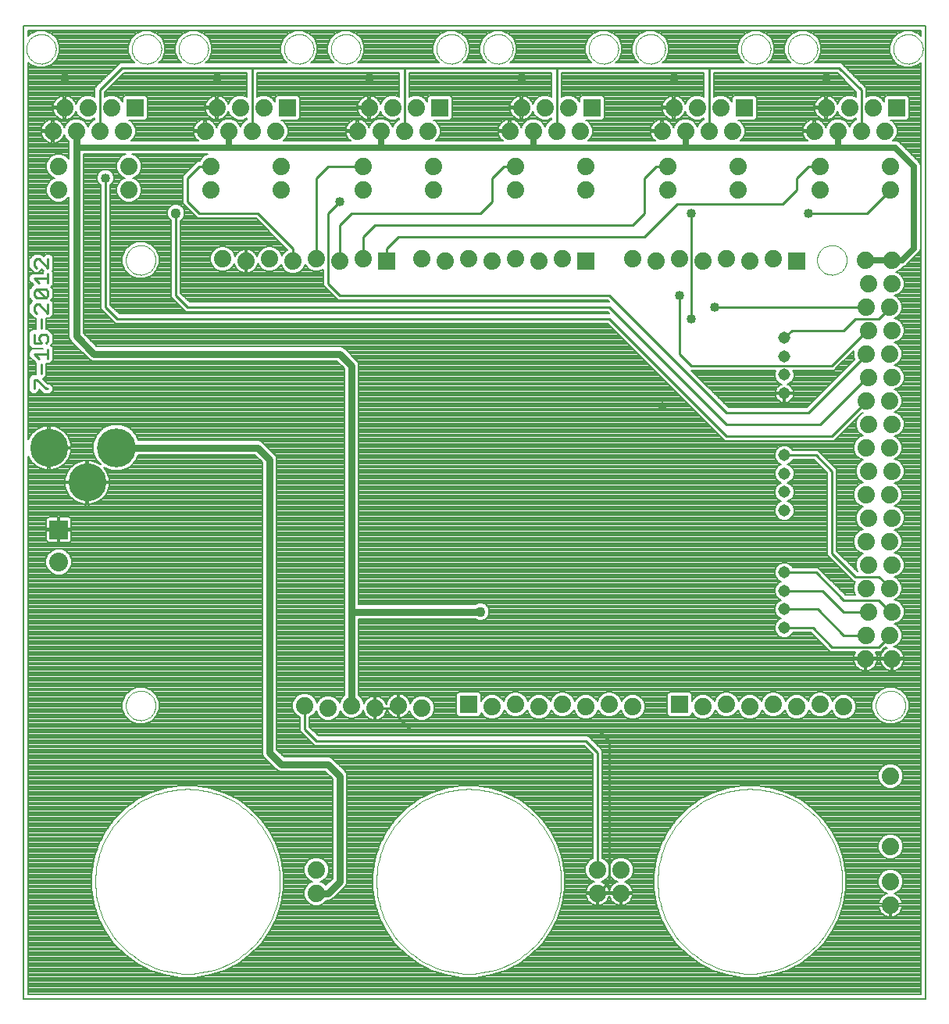
<source format=gtl>
G75*
G70*
%OFA0B0*%
%FSLAX24Y24*%
%IPPOS*%
%LPD*%
%AMOC8*
5,1,8,0,0,1.08239X$1,22.5*
%
%ADD10C,0.0080*%
%ADD11C,0.0110*%
%ADD12C,0.0000*%
%ADD13R,0.0740X0.0740*%
%ADD14C,0.0740*%
%ADD15C,0.0516*%
%ADD16C,0.1660*%
%ADD17C,0.1620*%
%ADD18R,0.0800X0.0800*%
%ADD19C,0.0800*%
%ADD20C,0.0100*%
%ADD21C,0.0250*%
%ADD22C,0.0436*%
%ADD23C,0.0300*%
%ADD24C,0.0400*%
D10*
X002833Y000140D02*
X002833Y041640D01*
X041333Y041640D01*
X041333Y000140D01*
X002833Y000140D01*
X003033Y000340D02*
X003033Y023273D01*
X003036Y023266D01*
X003082Y023170D01*
X003139Y023079D01*
X003205Y022996D01*
X003281Y022921D01*
X003364Y022854D01*
X003455Y022797D01*
X003551Y022751D01*
X003651Y022716D01*
X003755Y022692D01*
X003861Y022680D01*
X003875Y022680D01*
X003875Y023590D01*
X003955Y023590D01*
X003955Y023670D01*
X004865Y023670D01*
X004865Y023683D01*
X004853Y023789D01*
X004829Y023893D01*
X004794Y023994D01*
X004748Y024090D01*
X004691Y024181D01*
X004624Y024264D01*
X004549Y024339D01*
X004465Y024406D01*
X004375Y024463D01*
X004279Y024509D01*
X004178Y024544D01*
X004074Y024568D01*
X003968Y024580D01*
X003955Y024580D01*
X003955Y023670D01*
X003875Y023670D01*
X003875Y024580D01*
X003861Y024580D01*
X003755Y024568D01*
X003651Y024544D01*
X003551Y024509D01*
X003455Y024463D01*
X003364Y024406D01*
X003281Y024339D01*
X003205Y024264D01*
X003139Y024181D01*
X003082Y024090D01*
X003036Y023994D01*
X003033Y023987D01*
X003033Y040073D01*
X003136Y039970D01*
X003426Y039850D01*
X003740Y039850D01*
X004031Y039970D01*
X004253Y040193D01*
X004373Y040483D01*
X004373Y040797D01*
X004253Y041087D01*
X004031Y041310D01*
X003740Y041430D01*
X003426Y041430D01*
X003136Y041310D01*
X003033Y041207D01*
X003033Y041440D01*
X041133Y041440D01*
X041133Y041207D01*
X041031Y041310D01*
X040740Y041430D01*
X040426Y041430D01*
X040136Y041310D01*
X039914Y041087D01*
X039793Y040797D01*
X039793Y040483D01*
X039914Y040193D01*
X040136Y039970D01*
X040426Y039850D01*
X040740Y039850D01*
X041031Y039970D01*
X041133Y040073D01*
X041133Y000340D01*
X003033Y000340D01*
X003033Y000414D02*
X041133Y000414D01*
X041133Y000493D02*
X003033Y000493D01*
X003033Y000571D02*
X041133Y000571D01*
X041133Y000650D02*
X003033Y000650D01*
X003033Y000728D02*
X041133Y000728D01*
X041133Y000807D02*
X003033Y000807D01*
X003033Y000885D02*
X041133Y000885D01*
X041133Y000964D02*
X003033Y000964D01*
X003033Y001042D02*
X041133Y001042D01*
X041133Y001121D02*
X034648Y001121D01*
X034793Y001144D02*
X035406Y001343D01*
X035981Y001636D01*
X036502Y002015D01*
X036958Y002471D01*
X037337Y002993D01*
X037630Y003567D01*
X037829Y004181D01*
X037930Y004818D01*
X037930Y005462D01*
X037829Y006099D01*
X037630Y006713D01*
X037337Y007287D01*
X036958Y007809D01*
X036502Y008265D01*
X035981Y008644D01*
X035406Y008937D01*
X034793Y009136D01*
X034156Y009237D01*
X033511Y009237D01*
X032874Y009136D01*
X032261Y008937D01*
X031686Y008644D01*
X031164Y008265D01*
X030708Y007809D01*
X030329Y007287D01*
X030036Y006713D01*
X029837Y006099D01*
X029736Y005462D01*
X029736Y004818D01*
X029837Y004181D01*
X030036Y003567D01*
X030329Y002993D01*
X030708Y002471D01*
X031164Y002015D01*
X031686Y001636D01*
X032261Y001343D01*
X032874Y001144D01*
X033511Y001043D01*
X034156Y001043D01*
X034793Y001144D01*
X034964Y001199D02*
X041133Y001199D01*
X041133Y001278D02*
X035205Y001278D01*
X035432Y001356D02*
X041133Y001356D01*
X041133Y001435D02*
X035586Y001435D01*
X035740Y001513D02*
X041133Y001513D01*
X041133Y001592D02*
X035894Y001592D01*
X036028Y001670D02*
X041133Y001670D01*
X041133Y001749D02*
X036136Y001749D01*
X036244Y001827D02*
X041133Y001827D01*
X041133Y001906D02*
X036352Y001906D01*
X036460Y001984D02*
X041133Y001984D01*
X041133Y002063D02*
X036550Y002063D01*
X036629Y002141D02*
X041133Y002141D01*
X041133Y002220D02*
X036707Y002220D01*
X036786Y002298D02*
X041133Y002298D01*
X041133Y002377D02*
X036864Y002377D01*
X036943Y002455D02*
X041133Y002455D01*
X041133Y002534D02*
X037004Y002534D01*
X037061Y002612D02*
X041133Y002612D01*
X041133Y002691D02*
X037118Y002691D01*
X037175Y002769D02*
X041133Y002769D01*
X041133Y002848D02*
X037232Y002848D01*
X037289Y002926D02*
X041133Y002926D01*
X041133Y003005D02*
X037344Y003005D01*
X037384Y003083D02*
X041133Y003083D01*
X041133Y003162D02*
X037424Y003162D01*
X037464Y003240D02*
X041133Y003240D01*
X041133Y003319D02*
X037504Y003319D01*
X037544Y003397D02*
X041133Y003397D01*
X041133Y003476D02*
X037584Y003476D01*
X037624Y003554D02*
X041133Y003554D01*
X041133Y003633D02*
X039892Y003633D01*
X039873Y003633D02*
X039793Y003633D01*
X039793Y003630D02*
X039714Y003643D01*
X039638Y003667D01*
X039566Y003704D01*
X039501Y003751D01*
X039444Y003808D01*
X039397Y003873D01*
X039361Y003944D01*
X039336Y004021D01*
X039323Y004100D01*
X039323Y004100D01*
X039793Y004100D01*
X039793Y004180D01*
X039323Y004180D01*
X039323Y004180D01*
X039336Y004259D01*
X039361Y004336D01*
X039397Y004407D01*
X039444Y004472D01*
X039501Y004529D01*
X039566Y004576D01*
X039638Y004613D01*
X039685Y004628D01*
X039533Y004691D01*
X039384Y004840D01*
X039303Y005035D01*
X039303Y005245D01*
X039384Y005440D01*
X039533Y005589D01*
X039728Y005670D01*
X039939Y005670D01*
X040134Y005589D01*
X040283Y005440D01*
X040363Y005245D01*
X040363Y005035D01*
X040283Y004840D01*
X040134Y004691D01*
X039982Y004628D01*
X040029Y004613D01*
X040101Y004576D01*
X040166Y004529D01*
X040222Y004472D01*
X040270Y004407D01*
X040306Y004336D01*
X040331Y004259D01*
X040343Y004180D01*
X040343Y004180D01*
X039873Y004180D01*
X039873Y004100D01*
X039873Y003630D01*
X039873Y003630D01*
X039953Y003643D01*
X040029Y003667D01*
X040101Y003704D01*
X040166Y003751D01*
X040222Y003808D01*
X040270Y003873D01*
X040306Y003944D01*
X040331Y004021D01*
X040343Y004100D01*
X039873Y004100D01*
X039793Y004100D01*
X039793Y003630D01*
X039793Y003630D01*
X039774Y003633D02*
X037652Y003633D01*
X037677Y003711D02*
X039555Y003711D01*
X039462Y003790D02*
X037703Y003790D01*
X037728Y003868D02*
X039400Y003868D01*
X039360Y003947D02*
X037754Y003947D01*
X037779Y004025D02*
X039335Y004025D01*
X039324Y004182D02*
X037830Y004182D01*
X037842Y004261D02*
X039336Y004261D01*
X039363Y004339D02*
X037855Y004339D01*
X037867Y004418D02*
X039405Y004418D01*
X039469Y004496D02*
X037879Y004496D01*
X037892Y004575D02*
X039564Y004575D01*
X039623Y004653D02*
X037904Y004653D01*
X037917Y004732D02*
X039492Y004732D01*
X039413Y004810D02*
X037929Y004810D01*
X037930Y004889D02*
X039364Y004889D01*
X039331Y004967D02*
X037930Y004967D01*
X037930Y005046D02*
X039303Y005046D01*
X039303Y005124D02*
X037930Y005124D01*
X037930Y005203D02*
X039303Y005203D01*
X039318Y005281D02*
X037930Y005281D01*
X037930Y005360D02*
X039351Y005360D01*
X039383Y005438D02*
X037930Y005438D01*
X037922Y005517D02*
X039461Y005517D01*
X039548Y005595D02*
X037909Y005595D01*
X037897Y005674D02*
X041133Y005674D01*
X041133Y005752D02*
X037884Y005752D01*
X037872Y005831D02*
X041133Y005831D01*
X041133Y005909D02*
X037860Y005909D01*
X037847Y005988D02*
X041133Y005988D01*
X041133Y006066D02*
X037835Y006066D01*
X037815Y006145D02*
X039643Y006145D01*
X039728Y006110D02*
X039939Y006110D01*
X040134Y006191D01*
X040283Y006340D01*
X040363Y006535D01*
X040363Y006745D01*
X040283Y006940D01*
X040134Y007089D01*
X039939Y007170D01*
X039728Y007170D01*
X039533Y007089D01*
X039384Y006940D01*
X039303Y006745D01*
X039303Y006535D01*
X039384Y006340D01*
X039533Y006191D01*
X039728Y006110D01*
X039500Y006223D02*
X037789Y006223D01*
X037764Y006302D02*
X039422Y006302D01*
X039367Y006380D02*
X037738Y006380D01*
X037713Y006459D02*
X039335Y006459D01*
X039303Y006537D02*
X037687Y006537D01*
X037662Y006616D02*
X039303Y006616D01*
X039303Y006694D02*
X037636Y006694D01*
X037599Y006773D02*
X039315Y006773D01*
X039347Y006851D02*
X037559Y006851D01*
X037519Y006930D02*
X039380Y006930D01*
X039452Y007008D02*
X037479Y007008D01*
X037439Y007087D02*
X039531Y007087D01*
X039717Y007165D02*
X037399Y007165D01*
X037359Y007244D02*
X041133Y007244D01*
X041133Y007322D02*
X037312Y007322D01*
X037255Y007401D02*
X041133Y007401D01*
X041133Y007479D02*
X037198Y007479D01*
X037141Y007558D02*
X041133Y007558D01*
X041133Y007636D02*
X037084Y007636D01*
X037027Y007715D02*
X041133Y007715D01*
X041133Y007793D02*
X036970Y007793D01*
X036895Y007872D02*
X041133Y007872D01*
X041133Y007950D02*
X036817Y007950D01*
X036738Y008029D02*
X041133Y008029D01*
X041133Y008107D02*
X036660Y008107D01*
X036581Y008186D02*
X041133Y008186D01*
X041133Y008264D02*
X036503Y008264D01*
X036395Y008343D02*
X041133Y008343D01*
X041133Y008421D02*
X036287Y008421D01*
X036179Y008500D02*
X041133Y008500D01*
X041133Y008578D02*
X036071Y008578D01*
X035955Y008657D02*
X041133Y008657D01*
X041133Y008735D02*
X035801Y008735D01*
X035647Y008814D02*
X041133Y008814D01*
X041133Y008892D02*
X035493Y008892D01*
X035301Y008971D02*
X041133Y008971D01*
X041133Y009049D02*
X035059Y009049D01*
X034818Y009128D02*
X039684Y009128D01*
X039728Y009110D02*
X039939Y009110D01*
X040134Y009191D01*
X040283Y009340D01*
X040363Y009535D01*
X040363Y009745D01*
X040283Y009940D01*
X040134Y010089D01*
X039939Y010170D01*
X039728Y010170D01*
X039533Y010089D01*
X039384Y009940D01*
X039303Y009745D01*
X039303Y009535D01*
X039384Y009340D01*
X039533Y009191D01*
X039728Y009110D01*
X039517Y009206D02*
X034348Y009206D01*
X033318Y009206D02*
X027543Y009206D01*
X027543Y009128D02*
X032849Y009128D01*
X032607Y009049D02*
X027543Y009049D01*
X027543Y008971D02*
X032366Y008971D01*
X032174Y008892D02*
X027543Y008892D01*
X027543Y008814D02*
X032020Y008814D01*
X031865Y008735D02*
X027543Y008735D01*
X027543Y008657D02*
X031711Y008657D01*
X031596Y008578D02*
X027543Y008578D01*
X027543Y008500D02*
X031488Y008500D01*
X031380Y008421D02*
X027543Y008421D01*
X027543Y008343D02*
X031272Y008343D01*
X031164Y008264D02*
X027543Y008264D01*
X027543Y008186D02*
X031085Y008186D01*
X031007Y008107D02*
X027543Y008107D01*
X027543Y008029D02*
X030928Y008029D01*
X030850Y007950D02*
X027543Y007950D01*
X027543Y007872D02*
X030771Y007872D01*
X030697Y007793D02*
X027543Y007793D01*
X027543Y007715D02*
X030640Y007715D01*
X030583Y007636D02*
X027543Y007636D01*
X027543Y007558D02*
X030526Y007558D01*
X030469Y007479D02*
X027543Y007479D01*
X027543Y007401D02*
X030412Y007401D01*
X030355Y007322D02*
X027543Y007322D01*
X027543Y007244D02*
X030307Y007244D01*
X030267Y007165D02*
X027543Y007165D01*
X027543Y007087D02*
X030227Y007087D01*
X030187Y007008D02*
X027543Y007008D01*
X027543Y006930D02*
X030147Y006930D01*
X030107Y006851D02*
X027543Y006851D01*
X027543Y006773D02*
X030067Y006773D01*
X030031Y006694D02*
X027543Y006694D01*
X027543Y006616D02*
X030005Y006616D01*
X029980Y006537D02*
X027543Y006537D01*
X027543Y006459D02*
X029954Y006459D01*
X029929Y006380D02*
X027543Y006380D01*
X027543Y006302D02*
X029903Y006302D01*
X029878Y006223D02*
X027543Y006223D01*
X027543Y006145D02*
X028168Y006145D01*
X028228Y006170D02*
X028033Y006089D01*
X027884Y005940D01*
X027833Y005818D01*
X027783Y005940D01*
X027634Y006089D01*
X027543Y006127D01*
X027543Y010727D01*
X027420Y010850D01*
X026920Y011350D01*
X015420Y011350D01*
X015043Y011727D01*
X015043Y012153D01*
X015134Y012191D01*
X015283Y012340D01*
X015313Y012412D01*
X015384Y012240D01*
X015533Y012091D01*
X015728Y012010D01*
X015939Y012010D01*
X016134Y012091D01*
X016283Y012240D01*
X016354Y012412D01*
X016384Y012340D01*
X016533Y012191D01*
X016728Y012110D01*
X016939Y012110D01*
X017134Y012191D01*
X017283Y012340D01*
X017330Y012455D01*
X017336Y012421D01*
X017361Y012344D01*
X017397Y012273D01*
X017444Y012208D01*
X017501Y012151D01*
X017566Y012104D01*
X017638Y012067D01*
X017714Y012043D01*
X017793Y012030D01*
X017793Y012030D01*
X017793Y012500D01*
X017873Y012500D01*
X017873Y012030D01*
X017873Y012030D01*
X017953Y012043D01*
X018029Y012067D01*
X018101Y012104D01*
X018166Y012151D01*
X018222Y012208D01*
X018270Y012273D01*
X018306Y012344D01*
X018331Y012421D01*
X018343Y012498D01*
X018361Y012444D01*
X018397Y012373D01*
X018444Y012308D01*
X018501Y012251D01*
X018566Y012204D01*
X018638Y012167D01*
X018714Y012143D01*
X018793Y012130D01*
X018793Y012130D01*
X018793Y012600D01*
X018873Y012600D01*
X018873Y012130D01*
X018873Y012130D01*
X018953Y012143D01*
X019029Y012167D01*
X019101Y012204D01*
X019166Y012251D01*
X019222Y012308D01*
X019270Y012373D01*
X019303Y012439D01*
X019303Y012435D01*
X019384Y012240D01*
X019533Y012091D01*
X019728Y012010D01*
X019939Y012010D01*
X020134Y012091D01*
X020283Y012240D01*
X020363Y012435D01*
X020363Y012645D01*
X020283Y012840D01*
X020134Y012989D01*
X019939Y013070D01*
X019728Y013070D01*
X019533Y012989D01*
X019384Y012840D01*
X019336Y012725D01*
X019331Y012759D01*
X019306Y012836D01*
X019270Y012907D01*
X019222Y012972D01*
X019166Y013029D01*
X019101Y013076D01*
X019029Y013113D01*
X018953Y013137D01*
X018873Y013150D01*
X018873Y012680D01*
X018793Y012680D01*
X018793Y013150D01*
X018714Y013137D01*
X018638Y013113D01*
X018566Y013076D01*
X018501Y013029D01*
X018444Y012972D01*
X018397Y012907D01*
X018361Y012836D01*
X018336Y012759D01*
X018324Y012682D01*
X018306Y012736D01*
X018270Y012807D01*
X018222Y012872D01*
X018166Y012929D01*
X018101Y012976D01*
X018029Y013013D01*
X017953Y013037D01*
X017873Y013050D01*
X017873Y012580D01*
X017793Y012580D01*
X017793Y013050D01*
X017714Y013037D01*
X017638Y013013D01*
X017566Y012976D01*
X017501Y012929D01*
X017444Y012872D01*
X017397Y012807D01*
X017363Y012741D01*
X017363Y012745D01*
X017283Y012940D01*
X017143Y013080D01*
X017143Y016330D01*
X022109Y016330D01*
X022119Y016319D01*
X022258Y016262D01*
X022409Y016262D01*
X022548Y016319D01*
X022654Y016426D01*
X022711Y016565D01*
X022711Y016715D01*
X022654Y016854D01*
X022548Y016961D01*
X022409Y017018D01*
X022258Y017018D01*
X022119Y016961D01*
X022109Y016950D01*
X017143Y016950D01*
X017143Y027202D01*
X017096Y027316D01*
X017009Y027403D01*
X016596Y027816D01*
X016509Y027903D01*
X016395Y027950D01*
X005962Y027950D01*
X005393Y028518D01*
X005393Y036155D01*
X007192Y036155D01*
X007033Y036089D01*
X006884Y035940D01*
X006803Y035745D01*
X006803Y035535D01*
X006884Y035340D01*
X007033Y035191D01*
X007155Y035140D01*
X007033Y035089D01*
X006884Y034940D01*
X006803Y034745D01*
X006803Y034535D01*
X006884Y034340D01*
X007033Y034191D01*
X007228Y034110D01*
X007439Y034110D01*
X007634Y034191D01*
X007783Y034340D01*
X007863Y034535D01*
X007863Y034745D01*
X007783Y034940D01*
X007634Y035089D01*
X007511Y035140D01*
X007634Y035191D01*
X007783Y035340D01*
X007863Y035535D01*
X007863Y035745D01*
X007783Y035940D01*
X007634Y036089D01*
X007475Y036155D01*
X010692Y036155D01*
X010533Y036089D01*
X010384Y035940D01*
X010347Y035850D01*
X010246Y035850D01*
X010123Y035727D01*
X009623Y035227D01*
X009623Y034053D01*
X009746Y033930D01*
X010246Y033430D01*
X012746Y033430D01*
X014107Y032070D01*
X014033Y032039D01*
X013884Y031890D01*
X013854Y031818D01*
X013783Y031990D01*
X013634Y032139D01*
X013439Y032220D01*
X013228Y032220D01*
X013033Y032139D01*
X012884Y031990D01*
X012803Y031795D01*
X012803Y031791D01*
X012770Y031857D01*
X012722Y031922D01*
X012666Y031979D01*
X012601Y032026D01*
X012529Y032063D01*
X012453Y032087D01*
X012373Y032100D01*
X012373Y031630D01*
X012293Y031630D01*
X012293Y032100D01*
X012214Y032087D01*
X012138Y032063D01*
X012066Y032026D01*
X012001Y031979D01*
X011944Y031922D01*
X011897Y031857D01*
X011863Y031791D01*
X011863Y031795D01*
X011783Y031990D01*
X011634Y032139D01*
X011439Y032220D01*
X011228Y032220D01*
X011033Y032139D01*
X010884Y031990D01*
X010803Y031795D01*
X010803Y031585D01*
X010884Y031390D01*
X011033Y031241D01*
X011228Y031160D01*
X011439Y031160D01*
X011634Y031241D01*
X011783Y031390D01*
X011830Y031505D01*
X011836Y031471D01*
X011861Y031394D01*
X011897Y031323D01*
X011944Y031258D01*
X012001Y031201D01*
X012066Y031154D01*
X012138Y031117D01*
X012214Y031093D01*
X012293Y031080D01*
X012293Y031080D01*
X012293Y031550D01*
X012373Y031550D01*
X012373Y031080D01*
X012373Y031080D01*
X012453Y031093D01*
X012529Y031117D01*
X012601Y031154D01*
X012666Y031201D01*
X012722Y031258D01*
X012770Y031323D01*
X012806Y031394D01*
X012831Y031471D01*
X012836Y031505D01*
X012884Y031390D01*
X013033Y031241D01*
X013228Y031160D01*
X013439Y031160D01*
X013634Y031241D01*
X013783Y031390D01*
X013813Y031462D01*
X013884Y031290D01*
X014033Y031141D01*
X014228Y031060D01*
X014439Y031060D01*
X014634Y031141D01*
X014783Y031290D01*
X014854Y031462D01*
X014884Y031390D01*
X015033Y031241D01*
X015228Y031160D01*
X015439Y031160D01*
X015623Y031236D01*
X015623Y030553D01*
X015746Y030430D01*
X016246Y029930D01*
X027746Y029930D01*
X027826Y029850D01*
X009920Y029850D01*
X009543Y030227D01*
X009543Y033318D01*
X009548Y033319D01*
X009654Y033426D01*
X009711Y033565D01*
X009711Y033715D01*
X009654Y033854D01*
X009548Y033961D01*
X009409Y034018D01*
X009258Y034018D01*
X009119Y033961D01*
X009013Y033854D01*
X008955Y033715D01*
X008955Y033565D01*
X009013Y033426D01*
X009119Y033319D01*
X009123Y033318D01*
X009123Y030053D01*
X009746Y029430D01*
X027746Y029430D01*
X027826Y029350D01*
X006920Y029350D01*
X006543Y029727D01*
X006543Y034841D01*
X006639Y034936D01*
X006693Y035068D01*
X006693Y035212D01*
X006639Y035344D01*
X006537Y035445D01*
X006405Y035500D01*
X006262Y035500D01*
X006129Y035445D01*
X006028Y035344D01*
X005973Y035212D01*
X005973Y035068D01*
X006028Y034936D01*
X006123Y034841D01*
X006123Y029553D01*
X006246Y029430D01*
X006746Y028930D01*
X027746Y028930D01*
X032746Y023930D01*
X037420Y023930D01*
X038623Y025133D01*
X038655Y025119D01*
X038583Y025089D01*
X038434Y024940D01*
X038353Y024745D01*
X038353Y024535D01*
X038434Y024340D01*
X038583Y024191D01*
X038655Y024161D01*
X038483Y024089D01*
X038334Y023940D01*
X038253Y023745D01*
X038253Y023535D01*
X038334Y023340D01*
X038483Y023191D01*
X038655Y023119D01*
X038583Y023089D01*
X038434Y022940D01*
X038353Y022745D01*
X038353Y022535D01*
X038434Y022340D01*
X038583Y022191D01*
X038655Y022161D01*
X038483Y022089D01*
X038334Y021940D01*
X038253Y021745D01*
X038253Y021535D01*
X038334Y021340D01*
X038483Y021191D01*
X038655Y021119D01*
X038583Y021089D01*
X038434Y020940D01*
X038353Y020745D01*
X038353Y020535D01*
X038434Y020340D01*
X038583Y020191D01*
X038655Y020161D01*
X038483Y020089D01*
X038334Y019940D01*
X038253Y019745D01*
X038253Y019535D01*
X038334Y019340D01*
X038483Y019191D01*
X038655Y019119D01*
X038583Y019089D01*
X038434Y018940D01*
X038353Y018745D01*
X038353Y018535D01*
X038430Y018350D01*
X038420Y018350D01*
X037543Y019227D01*
X037543Y022727D01*
X036739Y023531D01*
X035667Y023531D01*
X035656Y023558D01*
X035538Y023675D01*
X035385Y023739D01*
X035219Y023739D01*
X035065Y023675D01*
X034948Y023558D01*
X034884Y023404D01*
X034884Y023238D01*
X034948Y023084D01*
X035065Y022967D01*
X035161Y022927D01*
X035065Y022888D01*
X034948Y022770D01*
X034884Y022617D01*
X034884Y022451D01*
X034948Y022297D01*
X035065Y022180D01*
X035161Y022140D01*
X035065Y022100D01*
X034948Y021983D01*
X034884Y021829D01*
X034884Y021663D01*
X034948Y021510D01*
X035065Y021392D01*
X035161Y021353D01*
X035065Y021313D01*
X034948Y021196D01*
X034884Y021042D01*
X034884Y020876D01*
X034948Y020722D01*
X035065Y020605D01*
X035219Y020541D01*
X035385Y020541D01*
X035538Y020605D01*
X035656Y020722D01*
X035720Y020876D01*
X035720Y021042D01*
X035656Y021196D01*
X035538Y021313D01*
X035443Y021353D01*
X035538Y021392D01*
X035656Y021510D01*
X035720Y021663D01*
X035720Y021829D01*
X035656Y021983D01*
X035538Y022100D01*
X035443Y022140D01*
X035538Y022180D01*
X035656Y022297D01*
X035720Y022451D01*
X035720Y022617D01*
X035656Y022770D01*
X035538Y022888D01*
X035443Y022927D01*
X035538Y022967D01*
X035656Y023084D01*
X035667Y023111D01*
X036565Y023111D01*
X037123Y022553D01*
X037123Y019053D01*
X038246Y017930D01*
X038330Y017930D01*
X038253Y017745D01*
X038253Y017535D01*
X038330Y017350D01*
X037920Y017350D01*
X036862Y018408D01*
X036739Y018531D01*
X035667Y018531D01*
X035656Y018558D01*
X035538Y018675D01*
X035385Y018739D01*
X035219Y018739D01*
X035065Y018675D01*
X034948Y018558D01*
X034884Y018404D01*
X034884Y018238D01*
X034948Y018084D01*
X035065Y017967D01*
X035161Y017927D01*
X035065Y017888D01*
X034948Y017770D01*
X034884Y017617D01*
X034884Y017451D01*
X034948Y017297D01*
X035065Y017180D01*
X035161Y017140D01*
X035065Y017100D01*
X034948Y016983D01*
X034884Y016829D01*
X034884Y016663D01*
X034948Y016510D01*
X035065Y016392D01*
X035161Y016353D01*
X035065Y016313D01*
X034948Y016196D01*
X034884Y016042D01*
X034884Y015876D01*
X034948Y015722D01*
X017143Y015722D01*
X017143Y015644D02*
X035026Y015644D01*
X035065Y015605D02*
X035219Y015541D01*
X035385Y015541D01*
X035538Y015605D01*
X035656Y015722D01*
X036454Y015722D01*
X036427Y015749D02*
X037246Y014930D01*
X038344Y014930D01*
X038327Y014907D01*
X038291Y014836D01*
X038266Y014759D01*
X038253Y014680D01*
X038723Y014680D01*
X038723Y014600D01*
X038253Y014600D01*
X038253Y014600D01*
X038266Y014521D01*
X038291Y014444D01*
X038327Y014373D01*
X038374Y014308D01*
X038431Y014251D01*
X038496Y014204D01*
X038568Y014167D01*
X038644Y014143D01*
X038723Y014130D01*
X038723Y014130D01*
X038723Y014600D01*
X038803Y014600D01*
X038803Y014130D01*
X038803Y014130D01*
X038883Y014143D01*
X038959Y014167D01*
X039031Y014204D01*
X039096Y014251D01*
X039152Y014308D01*
X039200Y014373D01*
X039236Y014444D01*
X039261Y014521D01*
X039273Y014600D01*
X038803Y014600D01*
X038803Y014680D01*
X039273Y014680D01*
X039273Y014680D01*
X039261Y014759D01*
X039236Y014836D01*
X039200Y014907D01*
X039183Y014930D01*
X039420Y014930D01*
X039543Y015053D01*
X039623Y015133D01*
X039678Y015110D01*
X039702Y015110D01*
X039636Y015076D01*
X039571Y015029D01*
X039514Y014972D01*
X039467Y014907D01*
X039431Y014836D01*
X039406Y014759D01*
X039393Y014680D01*
X039863Y014680D01*
X039863Y014600D01*
X039393Y014600D01*
X039393Y014600D01*
X039406Y014521D01*
X039431Y014444D01*
X039467Y014373D01*
X039514Y014308D01*
X039571Y014251D01*
X039636Y014204D01*
X039708Y014167D01*
X039784Y014143D01*
X039863Y014130D01*
X039863Y014130D01*
X039863Y014600D01*
X039943Y014600D01*
X039943Y014130D01*
X039943Y014130D01*
X040023Y014143D01*
X040099Y014167D01*
X040171Y014204D01*
X040236Y014251D01*
X040292Y014308D01*
X040340Y014373D01*
X040376Y014444D01*
X040401Y014521D01*
X040413Y014600D01*
X039943Y014600D01*
X039943Y014680D01*
X040413Y014680D01*
X040413Y014680D01*
X040401Y014759D01*
X040376Y014836D01*
X040340Y014907D01*
X040292Y014972D01*
X040236Y015029D01*
X040171Y015076D01*
X040099Y015113D01*
X040023Y015137D01*
X039974Y015145D01*
X040084Y015191D01*
X040233Y015340D01*
X040313Y015535D01*
X040313Y015745D01*
X040233Y015940D01*
X040084Y016089D01*
X040011Y016119D01*
X040184Y016191D01*
X040333Y016340D01*
X040413Y016535D01*
X040413Y016745D01*
X040333Y016940D01*
X040184Y017089D01*
X040011Y017161D01*
X040084Y017191D01*
X040233Y017340D01*
X040313Y017535D01*
X040313Y017745D01*
X040233Y017940D01*
X040084Y018089D01*
X040011Y018119D01*
X040184Y018191D01*
X040333Y018340D01*
X040413Y018535D01*
X040413Y018745D01*
X040333Y018940D01*
X040184Y019089D01*
X040011Y019161D01*
X040084Y019191D01*
X040233Y019340D01*
X040313Y019535D01*
X040313Y019745D01*
X040233Y019940D01*
X040084Y020089D01*
X040011Y020119D01*
X040184Y020191D01*
X040333Y020340D01*
X040413Y020535D01*
X040413Y020745D01*
X040333Y020940D01*
X040184Y021089D01*
X040011Y021161D01*
X040084Y021191D01*
X040233Y021340D01*
X040313Y021535D01*
X040313Y021745D01*
X040233Y021940D01*
X040084Y022089D01*
X040011Y022119D01*
X040184Y022191D01*
X040333Y022340D01*
X040413Y022535D01*
X040413Y022745D01*
X040333Y022940D01*
X040184Y023089D01*
X040011Y023161D01*
X040084Y023191D01*
X040233Y023340D01*
X040313Y023535D01*
X040313Y023745D01*
X040233Y023940D01*
X040084Y024089D01*
X040011Y024119D01*
X040184Y024191D01*
X040333Y024340D01*
X040413Y024535D01*
X040413Y024745D01*
X040333Y024940D01*
X040184Y025089D01*
X040011Y025161D01*
X040084Y025191D01*
X040233Y025340D01*
X040313Y025535D01*
X040313Y025745D01*
X040233Y025940D01*
X040084Y026089D01*
X040011Y026119D01*
X040184Y026191D01*
X040333Y026340D01*
X040413Y026535D01*
X040413Y026745D01*
X040333Y026940D01*
X040184Y027089D01*
X040011Y027161D01*
X040084Y027191D01*
X040233Y027340D01*
X041133Y027340D01*
X041133Y027262D02*
X040154Y027262D01*
X040233Y027340D02*
X040313Y027535D01*
X040313Y027745D01*
X040233Y027940D01*
X040084Y028089D01*
X040011Y028119D01*
X040184Y028191D01*
X040333Y028340D01*
X040413Y028535D01*
X040413Y028745D01*
X040333Y028940D01*
X040184Y029089D01*
X040011Y029161D01*
X040084Y029191D01*
X040233Y029340D01*
X040313Y029535D01*
X040313Y029745D01*
X040233Y029940D01*
X040084Y030089D01*
X040011Y030119D01*
X040184Y030191D01*
X040333Y030340D01*
X040413Y030535D01*
X040413Y030745D01*
X040333Y030940D01*
X040184Y031089D01*
X040071Y031136D01*
X040204Y031191D01*
X040353Y031340D01*
X040359Y031355D01*
X040390Y031355D01*
X040495Y031398D01*
X040575Y031479D01*
X041075Y031979D01*
X041118Y032083D01*
X041118Y035697D01*
X041075Y035801D01*
X040995Y035882D01*
X040195Y036682D01*
X040090Y036725D01*
X039918Y036725D01*
X040033Y036840D01*
X040113Y037035D01*
X040113Y037245D01*
X040033Y037440D01*
X039884Y037589D01*
X039834Y037610D01*
X040520Y037610D01*
X040613Y037704D01*
X040613Y038576D01*
X040520Y038670D01*
X039647Y038670D01*
X039553Y038576D01*
X039553Y038390D01*
X039533Y038440D01*
X039384Y038589D01*
X039189Y038670D01*
X038978Y038670D01*
X038793Y038594D01*
X038793Y038977D01*
X037720Y040050D01*
X036610Y040050D01*
X036753Y040193D01*
X036873Y040483D01*
X036873Y040797D01*
X036753Y041087D01*
X036531Y041310D01*
X036240Y041430D01*
X035926Y041430D01*
X035636Y041310D01*
X035414Y041087D01*
X035293Y040797D01*
X035293Y040483D01*
X035414Y040193D01*
X035556Y040050D01*
X034610Y040050D01*
X034753Y040193D01*
X034873Y040483D01*
X034873Y040797D01*
X034753Y041087D01*
X034531Y041310D01*
X034240Y041430D01*
X033926Y041430D01*
X033636Y041310D01*
X033414Y041087D01*
X033293Y040797D01*
X033293Y040483D01*
X033414Y040193D01*
X033556Y040050D01*
X030110Y040050D01*
X030253Y040193D01*
X030373Y040483D01*
X030373Y040797D01*
X030253Y041087D01*
X030031Y041310D01*
X029740Y041430D01*
X029426Y041430D01*
X029136Y041310D01*
X028914Y041087D01*
X028793Y040797D01*
X028793Y040483D01*
X028914Y040193D01*
X029056Y040050D01*
X028110Y040050D01*
X028253Y040193D01*
X028373Y040483D01*
X028373Y040797D01*
X028253Y041087D01*
X028031Y041310D01*
X027740Y041430D01*
X027426Y041430D01*
X027136Y041310D01*
X026914Y041087D01*
X026793Y040797D01*
X026793Y040483D01*
X026914Y040193D01*
X027056Y040050D01*
X023610Y040050D01*
X023753Y040193D01*
X023873Y040483D01*
X023873Y040797D01*
X023753Y041087D01*
X023531Y041310D01*
X023240Y041430D01*
X022926Y041430D01*
X022636Y041310D01*
X022414Y041087D01*
X022293Y040797D01*
X022293Y040483D01*
X022414Y040193D01*
X022556Y040050D01*
X021610Y040050D01*
X021753Y040193D01*
X021873Y040483D01*
X021873Y040797D01*
X021753Y041087D01*
X021531Y041310D01*
X021240Y041430D01*
X020926Y041430D01*
X020636Y041310D01*
X020414Y041087D01*
X020293Y040797D01*
X020293Y040483D01*
X020414Y040193D01*
X020556Y040050D01*
X017110Y040050D01*
X017253Y040193D01*
X017373Y040483D01*
X017373Y040797D01*
X017253Y041087D01*
X017031Y041310D01*
X016740Y041430D01*
X016426Y041430D01*
X016136Y041310D01*
X015914Y041087D01*
X015793Y040797D01*
X015793Y040483D01*
X015914Y040193D01*
X016056Y040050D01*
X015110Y040050D01*
X015253Y040193D01*
X015373Y040483D01*
X015373Y040797D01*
X015253Y041087D01*
X015031Y041310D01*
X014740Y041430D01*
X014426Y041430D01*
X014136Y041310D01*
X013914Y041087D01*
X013793Y040797D01*
X013793Y040483D01*
X013914Y040193D01*
X014056Y040050D01*
X010610Y040050D01*
X010753Y040193D01*
X010873Y040483D01*
X010873Y040797D01*
X010753Y041087D01*
X010531Y041310D01*
X010240Y041430D01*
X009926Y041430D01*
X009636Y041310D01*
X009414Y041087D01*
X009293Y040797D01*
X009293Y040483D01*
X009414Y040193D01*
X009556Y040050D01*
X008610Y040050D01*
X008753Y040193D01*
X008873Y040483D01*
X008873Y040797D01*
X008753Y041087D01*
X008531Y041310D01*
X008240Y041430D01*
X007926Y041430D01*
X007636Y041310D01*
X007414Y041087D01*
X007293Y040797D01*
X007293Y040483D01*
X007414Y040193D01*
X007556Y040050D01*
X006946Y040050D01*
X006823Y039927D01*
X005873Y038977D01*
X005873Y038594D01*
X005689Y038670D01*
X005478Y038670D01*
X005283Y038589D01*
X005134Y038440D01*
X005071Y038289D01*
X005056Y038336D01*
X005020Y038407D01*
X004972Y038472D01*
X004916Y038529D01*
X004851Y038576D01*
X004779Y038613D01*
X004703Y038637D01*
X004623Y038650D01*
X004623Y038180D01*
X004543Y038180D01*
X004543Y038100D01*
X004073Y038100D01*
X004073Y038100D01*
X004086Y038021D01*
X004111Y037944D01*
X004147Y037873D01*
X004194Y037808D01*
X004251Y037751D01*
X004316Y037704D01*
X004388Y037667D01*
X004464Y037643D01*
X004543Y037630D01*
X004543Y037630D01*
X004543Y038100D01*
X004623Y038100D01*
X004623Y037630D01*
X004623Y037630D01*
X004703Y037643D01*
X004779Y037667D01*
X004851Y037704D01*
X004916Y037751D01*
X004972Y037808D01*
X005020Y037873D01*
X005056Y037944D01*
X005071Y037991D01*
X005134Y037840D01*
X005283Y037691D01*
X005478Y037610D01*
X005689Y037610D01*
X005873Y037686D01*
X005873Y037627D01*
X005783Y037589D01*
X005634Y037440D01*
X005583Y037318D01*
X005533Y037440D01*
X005384Y037589D01*
X005189Y037670D01*
X004978Y037670D01*
X004783Y037589D01*
X004634Y037440D01*
X004571Y037289D01*
X004556Y037336D01*
X004520Y037407D01*
X004472Y037472D01*
X004416Y037529D01*
X004351Y037576D01*
X004279Y037613D01*
X004203Y037637D01*
X004123Y037650D01*
X004123Y037180D01*
X004043Y037180D01*
X004043Y037100D01*
X003573Y037100D01*
X003573Y037100D01*
X003586Y037021D01*
X003611Y036944D01*
X003647Y036873D01*
X003694Y036808D01*
X003751Y036751D01*
X003816Y036704D01*
X003888Y036667D01*
X003964Y036643D01*
X004043Y036630D01*
X004043Y036630D01*
X004043Y037100D01*
X004123Y037100D01*
X004123Y036630D01*
X004123Y036630D01*
X004203Y036643D01*
X004279Y036667D01*
X004351Y036704D01*
X004416Y036751D01*
X004472Y036808D01*
X004520Y036873D01*
X004556Y036944D01*
X004571Y036991D01*
X004634Y036840D01*
X004773Y036700D01*
X004773Y035950D01*
X004634Y036089D01*
X004439Y036170D01*
X004228Y036170D01*
X004033Y036089D01*
X003884Y035940D01*
X003803Y035745D01*
X003803Y035535D01*
X003884Y035340D01*
X004033Y035191D01*
X004155Y035140D01*
X004033Y035089D01*
X003884Y034940D01*
X003803Y034745D01*
X003803Y034535D01*
X003884Y034340D01*
X004033Y034191D01*
X004228Y034110D01*
X004439Y034110D01*
X004634Y034191D01*
X004773Y034330D01*
X004773Y028328D01*
X004821Y028214D01*
X004908Y028127D01*
X005658Y027377D01*
X005772Y027330D01*
X016205Y027330D01*
X016523Y027012D01*
X016523Y013080D01*
X016384Y012940D01*
X016313Y012768D01*
X016283Y012840D01*
X016134Y012989D01*
X015939Y013070D01*
X015728Y013070D01*
X015533Y012989D01*
X015384Y012840D01*
X015354Y012768D01*
X015283Y012940D01*
X015134Y013089D01*
X014939Y013170D01*
X014728Y013170D01*
X014533Y013089D01*
X014384Y012940D01*
X014303Y012745D01*
X014303Y012535D01*
X014384Y012340D01*
X014533Y012191D01*
X014623Y012153D01*
X014623Y011553D01*
X015123Y011053D01*
X015246Y010930D01*
X026746Y010930D01*
X027123Y010553D01*
X027123Y006127D01*
X027033Y006089D01*
X026884Y005940D01*
X026803Y005745D01*
X026803Y005535D01*
X026884Y005340D01*
X027033Y005191D01*
X027185Y005128D01*
X027138Y005113D01*
X027066Y005076D01*
X027001Y005029D01*
X026944Y004972D01*
X026897Y004907D01*
X026861Y004836D01*
X026836Y004759D01*
X026823Y004680D01*
X027293Y004680D01*
X027293Y004600D01*
X026823Y004600D01*
X026823Y004600D01*
X026836Y004521D01*
X026861Y004444D01*
X026897Y004373D01*
X026944Y004308D01*
X027001Y004251D01*
X027066Y004204D01*
X027138Y004167D01*
X027214Y004143D01*
X027293Y004130D01*
X027293Y004130D01*
X027293Y004600D01*
X027373Y004600D01*
X027373Y004130D01*
X027373Y004130D01*
X027453Y004143D01*
X027529Y004167D01*
X027601Y004204D01*
X027666Y004251D01*
X027722Y004308D01*
X027770Y004373D01*
X027806Y004444D01*
X027831Y004521D01*
X027833Y004537D01*
X027836Y004521D01*
X027861Y004444D01*
X027897Y004373D01*
X027944Y004308D01*
X028001Y004251D01*
X028066Y004204D01*
X028138Y004167D01*
X028214Y004143D01*
X028293Y004130D01*
X028293Y004130D01*
X028293Y004600D01*
X027823Y004600D01*
X027373Y004600D01*
X027373Y004680D01*
X028293Y004680D01*
X028293Y004600D01*
X028373Y004600D01*
X028373Y004130D01*
X028373Y004130D01*
X028453Y004143D01*
X028529Y004167D01*
X028601Y004204D01*
X028666Y004251D01*
X028722Y004308D01*
X028770Y004373D01*
X028806Y004444D01*
X028831Y004521D01*
X028843Y004600D01*
X028373Y004600D01*
X028373Y004680D01*
X028843Y004680D01*
X028843Y004680D01*
X028831Y004759D01*
X028806Y004836D01*
X028770Y004907D01*
X028722Y004972D01*
X028666Y005029D01*
X028601Y005076D01*
X028529Y005113D01*
X028482Y005128D01*
X028634Y005191D01*
X028783Y005340D01*
X028863Y005535D01*
X028863Y005745D01*
X028783Y005940D01*
X028634Y006089D01*
X028439Y006170D01*
X028228Y006170D01*
X028010Y006066D02*
X027656Y006066D01*
X027735Y005988D02*
X027932Y005988D01*
X027871Y005909D02*
X027795Y005909D01*
X027828Y005831D02*
X027839Y005831D01*
X027833Y005462D02*
X027884Y005340D01*
X028033Y005191D01*
X028185Y005128D01*
X028138Y005113D01*
X028066Y005076D01*
X028001Y005029D01*
X027944Y004972D01*
X027897Y004907D01*
X027861Y004836D01*
X027836Y004759D01*
X027833Y004743D01*
X027831Y004759D01*
X027806Y004836D01*
X027770Y004907D01*
X027722Y004972D01*
X027666Y005029D01*
X027601Y005076D01*
X027529Y005113D01*
X027482Y005128D01*
X027634Y005191D01*
X027783Y005340D01*
X027833Y005462D01*
X027824Y005438D02*
X027843Y005438D01*
X027876Y005360D02*
X027791Y005360D01*
X027724Y005281D02*
X027942Y005281D01*
X028021Y005203D02*
X027646Y005203D01*
X027642Y005046D02*
X028024Y005046D01*
X027941Y004967D02*
X027726Y004967D01*
X027779Y004889D02*
X027888Y004889D01*
X027852Y004810D02*
X027814Y004810D01*
X027823Y004496D02*
X027844Y004496D01*
X027874Y004418D02*
X027793Y004418D01*
X027745Y004339D02*
X027921Y004339D01*
X027991Y004261D02*
X027676Y004261D01*
X027559Y004182D02*
X028108Y004182D01*
X028293Y004182D02*
X028373Y004182D01*
X028373Y004261D02*
X028293Y004261D01*
X028293Y004339D02*
X028373Y004339D01*
X028373Y004418D02*
X028293Y004418D01*
X028293Y004496D02*
X028373Y004496D01*
X028373Y004575D02*
X028293Y004575D01*
X028293Y004653D02*
X027373Y004653D01*
X027373Y004575D02*
X027293Y004575D01*
X027293Y004653D02*
X025904Y004653D01*
X025892Y004575D02*
X026827Y004575D01*
X026844Y004496D02*
X025879Y004496D01*
X025867Y004418D02*
X026874Y004418D01*
X026921Y004339D02*
X025855Y004339D01*
X025842Y004261D02*
X026991Y004261D01*
X027108Y004182D02*
X025830Y004182D01*
X025829Y004181D02*
X025930Y004818D01*
X025930Y005462D01*
X025829Y006099D01*
X025630Y006713D01*
X025337Y007287D01*
X024958Y007809D01*
X024502Y008265D01*
X023981Y008644D01*
X023406Y008937D01*
X022793Y009136D01*
X022156Y009237D01*
X021511Y009237D01*
X020874Y009136D01*
X020261Y008937D01*
X019686Y008644D01*
X019164Y008265D01*
X018708Y007809D01*
X018329Y007287D01*
X018036Y006713D01*
X017837Y006099D01*
X017736Y005462D01*
X017736Y004818D01*
X017837Y004181D01*
X018036Y003567D01*
X018329Y002993D01*
X018708Y002471D01*
X019164Y002015D01*
X019686Y001636D01*
X020261Y001343D01*
X020874Y001144D01*
X021511Y001043D01*
X022156Y001043D01*
X022793Y001144D01*
X023406Y001343D01*
X023981Y001636D01*
X024502Y002015D01*
X024958Y002471D01*
X025337Y002993D01*
X025630Y003567D01*
X025829Y004181D01*
X025805Y004104D02*
X029862Y004104D01*
X029837Y004182D02*
X028559Y004182D01*
X028676Y004261D02*
X029824Y004261D01*
X029812Y004339D02*
X028745Y004339D01*
X028793Y004418D02*
X029800Y004418D01*
X029787Y004496D02*
X028823Y004496D01*
X028839Y004575D02*
X029775Y004575D01*
X029762Y004653D02*
X028373Y004653D01*
X028779Y004889D02*
X029736Y004889D01*
X029736Y004967D02*
X028726Y004967D01*
X028642Y005046D02*
X029736Y005046D01*
X029736Y005124D02*
X028493Y005124D01*
X028646Y005203D02*
X029736Y005203D01*
X029736Y005281D02*
X028724Y005281D01*
X028791Y005360D02*
X029736Y005360D01*
X029736Y005438D02*
X028824Y005438D01*
X028856Y005517D02*
X029745Y005517D01*
X029757Y005595D02*
X028863Y005595D01*
X028863Y005674D02*
X029770Y005674D01*
X029782Y005752D02*
X028860Y005752D01*
X028828Y005831D02*
X029795Y005831D01*
X029807Y005909D02*
X028795Y005909D01*
X028735Y005988D02*
X029820Y005988D01*
X029832Y006066D02*
X028656Y006066D01*
X028499Y006145D02*
X029852Y006145D01*
X029737Y004810D02*
X028814Y004810D01*
X028835Y004732D02*
X029750Y004732D01*
X029888Y004025D02*
X025779Y004025D01*
X025754Y003947D02*
X029913Y003947D01*
X029939Y003868D02*
X025728Y003868D01*
X025703Y003790D02*
X029964Y003790D01*
X029990Y003711D02*
X025677Y003711D01*
X025652Y003633D02*
X030015Y003633D01*
X030043Y003554D02*
X025624Y003554D01*
X025584Y003476D02*
X030083Y003476D01*
X030123Y003397D02*
X025544Y003397D01*
X025504Y003319D02*
X030163Y003319D01*
X030203Y003240D02*
X025464Y003240D01*
X025424Y003162D02*
X030243Y003162D01*
X030283Y003083D02*
X025384Y003083D01*
X025344Y003005D02*
X030323Y003005D01*
X030377Y002926D02*
X025289Y002926D01*
X025232Y002848D02*
X030434Y002848D01*
X030491Y002769D02*
X025175Y002769D01*
X025118Y002691D02*
X030548Y002691D01*
X030606Y002612D02*
X025061Y002612D01*
X025004Y002534D02*
X030663Y002534D01*
X030724Y002455D02*
X024943Y002455D01*
X024864Y002377D02*
X030802Y002377D01*
X030881Y002298D02*
X024786Y002298D01*
X024707Y002220D02*
X030959Y002220D01*
X031038Y002141D02*
X024629Y002141D01*
X024550Y002063D02*
X031116Y002063D01*
X031206Y001984D02*
X024460Y001984D01*
X024352Y001906D02*
X031314Y001906D01*
X031422Y001827D02*
X024244Y001827D01*
X024136Y001749D02*
X031530Y001749D01*
X031638Y001670D02*
X024028Y001670D01*
X023894Y001592D02*
X031772Y001592D01*
X031926Y001513D02*
X023740Y001513D01*
X023586Y001435D02*
X032080Y001435D01*
X032234Y001356D02*
X023432Y001356D01*
X023205Y001278D02*
X032461Y001278D01*
X032703Y001199D02*
X022964Y001199D01*
X022648Y001121D02*
X033019Y001121D01*
X028843Y004600D02*
X028843Y004600D01*
X028174Y005124D02*
X027493Y005124D01*
X027174Y005124D02*
X025930Y005124D01*
X025930Y005046D02*
X027024Y005046D01*
X026941Y004967D02*
X025930Y004967D01*
X025930Y004889D02*
X026888Y004889D01*
X026852Y004810D02*
X025929Y004810D01*
X025917Y004732D02*
X026832Y004732D01*
X026823Y004680D02*
X026823Y004680D01*
X027293Y004496D02*
X027373Y004496D01*
X027373Y004418D02*
X027293Y004418D01*
X027293Y004339D02*
X027373Y004339D01*
X027373Y004261D02*
X027293Y004261D01*
X027293Y004182D02*
X027373Y004182D01*
X027021Y005203D02*
X025930Y005203D01*
X025930Y005281D02*
X026942Y005281D01*
X026876Y005360D02*
X025930Y005360D01*
X025930Y005438D02*
X026843Y005438D01*
X026811Y005517D02*
X025922Y005517D01*
X025909Y005595D02*
X026803Y005595D01*
X026803Y005674D02*
X025897Y005674D01*
X025884Y005752D02*
X026806Y005752D01*
X026839Y005831D02*
X025872Y005831D01*
X025860Y005909D02*
X026871Y005909D01*
X026932Y005988D02*
X025847Y005988D01*
X025835Y006066D02*
X027010Y006066D01*
X027123Y006145D02*
X025815Y006145D01*
X025789Y006223D02*
X027123Y006223D01*
X027123Y006302D02*
X025764Y006302D01*
X025738Y006380D02*
X027123Y006380D01*
X027123Y006459D02*
X025713Y006459D01*
X025687Y006537D02*
X027123Y006537D01*
X027123Y006616D02*
X025662Y006616D01*
X025636Y006694D02*
X027123Y006694D01*
X027123Y006773D02*
X025599Y006773D01*
X025559Y006851D02*
X027123Y006851D01*
X027123Y006930D02*
X025519Y006930D01*
X025479Y007008D02*
X027123Y007008D01*
X027123Y007087D02*
X025439Y007087D01*
X025399Y007165D02*
X027123Y007165D01*
X027123Y007244D02*
X025359Y007244D01*
X025312Y007322D02*
X027123Y007322D01*
X027123Y007401D02*
X025255Y007401D01*
X025198Y007479D02*
X027123Y007479D01*
X027123Y007558D02*
X025141Y007558D01*
X025084Y007636D02*
X027123Y007636D01*
X027123Y007715D02*
X025027Y007715D01*
X024970Y007793D02*
X027123Y007793D01*
X027123Y007872D02*
X024895Y007872D01*
X024817Y007950D02*
X027123Y007950D01*
X027123Y008029D02*
X024738Y008029D01*
X024660Y008107D02*
X027123Y008107D01*
X027123Y008186D02*
X024581Y008186D01*
X024503Y008264D02*
X027123Y008264D01*
X027123Y008343D02*
X024395Y008343D01*
X024287Y008421D02*
X027123Y008421D01*
X027123Y008500D02*
X024179Y008500D01*
X024071Y008578D02*
X027123Y008578D01*
X027123Y008657D02*
X023955Y008657D01*
X023801Y008735D02*
X027123Y008735D01*
X027123Y008814D02*
X023647Y008814D01*
X023493Y008892D02*
X027123Y008892D01*
X027123Y008971D02*
X023301Y008971D01*
X023059Y009049D02*
X027123Y009049D01*
X027123Y009128D02*
X022818Y009128D01*
X022348Y009206D02*
X027123Y009206D01*
X027123Y009285D02*
X016643Y009285D01*
X016643Y009363D02*
X027123Y009363D01*
X027123Y009442D02*
X016643Y009442D01*
X016643Y009520D02*
X027123Y009520D01*
X027123Y009599D02*
X016643Y009599D01*
X016643Y009677D02*
X027123Y009677D01*
X027123Y009756D02*
X016621Y009756D01*
X016643Y009702D02*
X016596Y009816D01*
X016009Y010403D01*
X015895Y010450D01*
X013962Y010450D01*
X013643Y010768D01*
X013643Y023202D01*
X013596Y023316D01*
X013509Y023403D01*
X013009Y023903D01*
X012895Y023950D01*
X007740Y023950D01*
X007636Y024201D01*
X007358Y024479D01*
X006994Y024630D01*
X006600Y024630D01*
X006236Y024479D01*
X005958Y024201D01*
X005807Y023837D01*
X005807Y023443D01*
X005958Y023079D01*
X006124Y022913D01*
X006097Y022935D01*
X006006Y022992D01*
X005910Y023038D01*
X005809Y023073D01*
X005705Y023097D01*
X005599Y023109D01*
X005586Y023109D01*
X005586Y022199D01*
X006496Y022199D01*
X006496Y022212D01*
X006484Y022318D01*
X006460Y022422D01*
X006425Y022523D01*
X006379Y022619D01*
X006322Y022710D01*
X006256Y022793D01*
X006600Y022650D01*
X006994Y022650D01*
X007358Y022801D01*
X007636Y023079D01*
X007740Y023330D01*
X012705Y023330D01*
X013023Y023012D01*
X013023Y010578D01*
X013071Y010464D01*
X013571Y009964D01*
X013658Y009877D01*
X013772Y009830D01*
X015705Y009830D01*
X016023Y009512D01*
X016023Y005268D01*
X015739Y004984D01*
X015634Y005089D01*
X015511Y005140D01*
X015634Y005191D01*
X015783Y005340D01*
X015863Y005535D01*
X015863Y005745D01*
X015783Y005940D01*
X015634Y006089D01*
X015439Y006170D01*
X015228Y006170D01*
X015033Y006089D01*
X014884Y005940D01*
X014803Y005745D01*
X014803Y005535D01*
X014884Y005340D01*
X015033Y005191D01*
X015155Y005140D01*
X015033Y005089D01*
X014884Y004940D01*
X014803Y004745D01*
X014803Y004535D01*
X014884Y004340D01*
X015033Y004191D01*
X015228Y004110D01*
X015439Y004110D01*
X015634Y004191D01*
X015773Y004330D01*
X015895Y004330D01*
X016009Y004377D01*
X016096Y004464D01*
X016596Y004964D01*
X016643Y005078D01*
X016643Y009702D01*
X016577Y009834D02*
X027123Y009834D01*
X027123Y009913D02*
X016499Y009913D01*
X016420Y009991D02*
X027123Y009991D01*
X027123Y010070D02*
X016342Y010070D01*
X016263Y010148D02*
X027123Y010148D01*
X027123Y010227D02*
X016185Y010227D01*
X016106Y010305D02*
X027123Y010305D01*
X027123Y010384D02*
X016028Y010384D01*
X015779Y009756D02*
X003033Y009756D01*
X003033Y009834D02*
X013761Y009834D01*
X013622Y009913D02*
X003033Y009913D01*
X003033Y009991D02*
X013543Y009991D01*
X013465Y010070D02*
X003033Y010070D01*
X003033Y010148D02*
X013386Y010148D01*
X013308Y010227D02*
X003033Y010227D01*
X003033Y010305D02*
X013229Y010305D01*
X013151Y010384D02*
X003033Y010384D01*
X003033Y010462D02*
X013072Y010462D01*
X013039Y010541D02*
X003033Y010541D01*
X003033Y010619D02*
X013023Y010619D01*
X013023Y010698D02*
X003033Y010698D01*
X003033Y010776D02*
X013023Y010776D01*
X013023Y010855D02*
X003033Y010855D01*
X003033Y010933D02*
X013023Y010933D01*
X013023Y011012D02*
X003033Y011012D01*
X003033Y011090D02*
X013023Y011090D01*
X013023Y011169D02*
X003033Y011169D01*
X003033Y011247D02*
X013023Y011247D01*
X013023Y011326D02*
X003033Y011326D01*
X003033Y011404D02*
X013023Y011404D01*
X013023Y011483D02*
X003033Y011483D01*
X003033Y011561D02*
X013023Y011561D01*
X013023Y011640D02*
X003033Y011640D01*
X003033Y011719D02*
X013023Y011719D01*
X013023Y011797D02*
X003033Y011797D01*
X003033Y011876D02*
X007615Y011876D01*
X007676Y011850D02*
X007990Y011850D01*
X008281Y011970D01*
X008503Y012193D01*
X008623Y012483D01*
X008623Y012797D01*
X008503Y013087D01*
X008281Y013310D01*
X007990Y013430D01*
X007676Y013430D01*
X007386Y013310D01*
X007164Y013087D01*
X007043Y012797D01*
X007043Y012483D01*
X007164Y012193D01*
X007386Y011970D01*
X007676Y011850D01*
X007425Y011954D02*
X003033Y011954D01*
X003033Y012033D02*
X007324Y012033D01*
X007245Y012111D02*
X003033Y012111D01*
X003033Y012190D02*
X007167Y012190D01*
X007132Y012268D02*
X003033Y012268D01*
X003033Y012347D02*
X007100Y012347D01*
X007067Y012425D02*
X003033Y012425D01*
X003033Y012504D02*
X007043Y012504D01*
X007043Y012582D02*
X003033Y012582D01*
X003033Y012661D02*
X007043Y012661D01*
X007043Y012739D02*
X003033Y012739D01*
X003033Y012818D02*
X007052Y012818D01*
X007084Y012896D02*
X003033Y012896D01*
X003033Y012975D02*
X007117Y012975D01*
X007149Y013053D02*
X003033Y013053D01*
X003033Y013132D02*
X007208Y013132D01*
X007286Y013210D02*
X003033Y013210D01*
X003033Y013289D02*
X007365Y013289D01*
X007524Y013367D02*
X003033Y013367D01*
X003033Y013446D02*
X013023Y013446D01*
X013023Y013524D02*
X003033Y013524D01*
X003033Y013603D02*
X013023Y013603D01*
X013023Y013681D02*
X003033Y013681D01*
X003033Y013760D02*
X013023Y013760D01*
X013023Y013838D02*
X003033Y013838D01*
X003033Y013917D02*
X013023Y013917D01*
X013023Y013995D02*
X003033Y013995D01*
X003033Y014074D02*
X013023Y014074D01*
X013023Y014152D02*
X003033Y014152D01*
X003033Y014231D02*
X013023Y014231D01*
X013023Y014309D02*
X003033Y014309D01*
X003033Y014388D02*
X013023Y014388D01*
X013023Y014466D02*
X003033Y014466D01*
X003033Y014545D02*
X013023Y014545D01*
X013023Y014623D02*
X003033Y014623D01*
X003033Y014702D02*
X013023Y014702D01*
X013023Y014780D02*
X003033Y014780D01*
X003033Y014859D02*
X013023Y014859D01*
X013023Y014937D02*
X003033Y014937D01*
X003033Y015016D02*
X013023Y015016D01*
X013023Y015094D02*
X003033Y015094D01*
X003033Y015173D02*
X013023Y015173D01*
X013023Y015251D02*
X003033Y015251D01*
X003033Y015330D02*
X013023Y015330D01*
X013023Y015408D02*
X003033Y015408D01*
X003033Y015487D02*
X013023Y015487D01*
X013023Y015565D02*
X003033Y015565D01*
X003033Y015644D02*
X013023Y015644D01*
X013023Y015722D02*
X003033Y015722D01*
X003033Y015801D02*
X013023Y015801D01*
X013023Y015879D02*
X003033Y015879D01*
X003033Y015958D02*
X013023Y015958D01*
X013023Y016036D02*
X003033Y016036D01*
X003033Y016115D02*
X013023Y016115D01*
X013023Y016193D02*
X003033Y016193D01*
X003033Y016272D02*
X013023Y016272D01*
X013023Y016350D02*
X003033Y016350D01*
X003033Y016429D02*
X013023Y016429D01*
X013023Y016507D02*
X003033Y016507D01*
X003033Y016586D02*
X013023Y016586D01*
X013023Y016664D02*
X003033Y016664D01*
X003033Y016743D02*
X013023Y016743D01*
X013023Y016821D02*
X003033Y016821D01*
X003033Y016900D02*
X013023Y016900D01*
X013023Y016978D02*
X003033Y016978D01*
X003033Y017057D02*
X013023Y017057D01*
X013023Y017135D02*
X003033Y017135D01*
X003033Y017214D02*
X013023Y017214D01*
X013023Y017292D02*
X003033Y017292D01*
X003033Y017371D02*
X013023Y017371D01*
X013023Y017449D02*
X003033Y017449D01*
X003033Y017528D02*
X013023Y017528D01*
X013023Y017606D02*
X003033Y017606D01*
X003033Y017685D02*
X013023Y017685D01*
X013023Y017763D02*
X003033Y017763D01*
X003033Y017842D02*
X013023Y017842D01*
X013023Y017920D02*
X003033Y017920D01*
X003033Y017999D02*
X013023Y017999D01*
X013023Y018077D02*
X003033Y018077D01*
X003033Y018156D02*
X013023Y018156D01*
X013023Y018234D02*
X004522Y018234D01*
X004445Y018202D02*
X004651Y018287D01*
X004808Y018445D01*
X004893Y018651D01*
X004893Y018873D01*
X004808Y019079D01*
X004651Y019237D01*
X004445Y019322D01*
X004222Y019322D01*
X004016Y019237D01*
X003859Y019079D01*
X003773Y018873D01*
X003773Y018651D01*
X003859Y018445D01*
X004016Y018287D01*
X004222Y018202D01*
X004445Y018202D01*
X004676Y018313D02*
X013023Y018313D01*
X013023Y018391D02*
X004754Y018391D01*
X004818Y018470D02*
X013023Y018470D01*
X013023Y018548D02*
X004851Y018548D01*
X004883Y018627D02*
X013023Y018627D01*
X013023Y018705D02*
X004893Y018705D01*
X004893Y018784D02*
X013023Y018784D01*
X013023Y018862D02*
X004893Y018862D01*
X004866Y018941D02*
X013023Y018941D01*
X013023Y019019D02*
X004833Y019019D01*
X004790Y019098D02*
X013023Y019098D01*
X013023Y019176D02*
X004711Y019176D01*
X004608Y019255D02*
X013023Y019255D01*
X013023Y019333D02*
X003033Y019333D01*
X003033Y019255D02*
X004059Y019255D01*
X003955Y019176D02*
X003033Y019176D01*
X003033Y019098D02*
X003877Y019098D01*
X003834Y019019D02*
X003033Y019019D01*
X003033Y018941D02*
X003801Y018941D01*
X003773Y018862D02*
X003033Y018862D01*
X003033Y018784D02*
X003773Y018784D01*
X003773Y018705D02*
X003033Y018705D01*
X003033Y018627D02*
X003783Y018627D01*
X003816Y018548D02*
X003033Y018548D01*
X003033Y018470D02*
X003848Y018470D01*
X003912Y018391D02*
X003033Y018391D01*
X003033Y018313D02*
X003991Y018313D01*
X004145Y018234D02*
X003033Y018234D01*
X003033Y019412D02*
X013023Y019412D01*
X013023Y019490D02*
X003033Y019490D01*
X003033Y019569D02*
X013023Y019569D01*
X013023Y019647D02*
X004838Y019647D01*
X004845Y019654D02*
X004864Y019686D01*
X004873Y019722D01*
X004873Y020100D01*
X004373Y020100D01*
X004373Y019600D01*
X004752Y019600D01*
X004787Y019610D01*
X004819Y019628D01*
X004845Y019654D01*
X004873Y019726D02*
X013023Y019726D01*
X013023Y019804D02*
X004873Y019804D01*
X004873Y019883D02*
X013023Y019883D01*
X013023Y019961D02*
X004873Y019961D01*
X004873Y020040D02*
X013023Y020040D01*
X013023Y020118D02*
X004373Y020118D01*
X004373Y020100D02*
X004373Y020180D01*
X004293Y020180D01*
X004293Y020100D01*
X003793Y020100D01*
X003793Y019722D01*
X003803Y019686D01*
X003821Y019654D01*
X003847Y019628D01*
X003879Y019610D01*
X003915Y019600D01*
X004293Y019600D01*
X004293Y020100D01*
X004373Y020100D01*
X004373Y020040D02*
X004293Y020040D01*
X004293Y020118D02*
X003033Y020118D01*
X003033Y020040D02*
X003793Y020040D01*
X003793Y019961D02*
X003033Y019961D01*
X003033Y019883D02*
X003793Y019883D01*
X003793Y019804D02*
X003033Y019804D01*
X003033Y019726D02*
X003793Y019726D01*
X003828Y019647D02*
X003033Y019647D01*
X003033Y020197D02*
X003793Y020197D01*
X003793Y020180D02*
X004293Y020180D01*
X004293Y020680D01*
X003915Y020680D01*
X003879Y020670D01*
X003847Y020652D01*
X003821Y020626D01*
X003803Y020594D01*
X003793Y020558D01*
X003793Y020180D01*
X003793Y020275D02*
X003033Y020275D01*
X003033Y020354D02*
X003793Y020354D01*
X003793Y020432D02*
X003033Y020432D01*
X003033Y020511D02*
X003793Y020511D01*
X003802Y020589D02*
X003033Y020589D01*
X003033Y020668D02*
X003874Y020668D01*
X004293Y020668D02*
X004373Y020668D01*
X004373Y020680D02*
X004373Y020180D01*
X004873Y020180D01*
X004873Y020558D01*
X004864Y020594D01*
X004845Y020626D01*
X004819Y020652D01*
X004787Y020670D01*
X004752Y020680D01*
X004373Y020680D01*
X004373Y020589D02*
X004293Y020589D01*
X004293Y020511D02*
X004373Y020511D01*
X004373Y020432D02*
X004293Y020432D01*
X004293Y020354D02*
X004373Y020354D01*
X004373Y020275D02*
X004293Y020275D01*
X004293Y020197D02*
X004373Y020197D01*
X004373Y019961D02*
X004293Y019961D01*
X004293Y019883D02*
X004373Y019883D01*
X004373Y019804D02*
X004293Y019804D01*
X004293Y019726D02*
X004373Y019726D01*
X004373Y019647D02*
X004293Y019647D01*
X004873Y020197D02*
X013023Y020197D01*
X013023Y020275D02*
X004873Y020275D01*
X004873Y020354D02*
X013023Y020354D01*
X013023Y020432D02*
X004873Y020432D01*
X004873Y020511D02*
X013023Y020511D01*
X013023Y020589D02*
X004865Y020589D01*
X004792Y020668D02*
X013023Y020668D01*
X013023Y020746D02*
X003033Y020746D01*
X003033Y020825D02*
X013023Y020825D01*
X013023Y020903D02*
X003033Y020903D01*
X003033Y020982D02*
X013023Y020982D01*
X013023Y021060D02*
X003033Y021060D01*
X003033Y021139D02*
X013023Y021139D01*
X013023Y021217D02*
X005670Y021217D01*
X005705Y021221D02*
X005809Y021245D01*
X005910Y021280D01*
X006006Y021326D01*
X006097Y021383D01*
X006180Y021450D01*
X006255Y021525D01*
X006322Y021608D01*
X006379Y021699D01*
X006425Y021795D01*
X006460Y021896D01*
X006484Y022000D01*
X006496Y022106D01*
X006496Y022119D01*
X005586Y022119D01*
X005586Y022199D01*
X005506Y022199D01*
X005506Y022119D01*
X005586Y022119D01*
X005586Y021209D01*
X005599Y021209D01*
X005705Y021221D01*
X005586Y021217D02*
X005506Y021217D01*
X005506Y021209D02*
X005506Y022119D01*
X004596Y022119D01*
X004596Y022106D01*
X004608Y022000D01*
X004632Y021896D01*
X004667Y021795D01*
X004713Y021699D01*
X004770Y021608D01*
X004836Y021525D01*
X004912Y021450D01*
X004995Y021383D01*
X005086Y021326D01*
X005182Y021280D01*
X005283Y021245D01*
X005387Y021221D01*
X005493Y021209D01*
X005506Y021209D01*
X005422Y021217D02*
X003033Y021217D01*
X003033Y021296D02*
X005150Y021296D01*
X005010Y021374D02*
X003033Y021374D01*
X003033Y021453D02*
X004909Y021453D01*
X004832Y021531D02*
X003033Y021531D01*
X003033Y021610D02*
X004769Y021610D01*
X004720Y021688D02*
X003033Y021688D01*
X003033Y021767D02*
X004681Y021767D01*
X004649Y021845D02*
X003033Y021845D01*
X003033Y021924D02*
X004625Y021924D01*
X004608Y022002D02*
X003033Y022002D01*
X003033Y022081D02*
X004599Y022081D01*
X004596Y022199D02*
X005506Y022199D01*
X005506Y023109D01*
X005493Y023109D01*
X005387Y023097D01*
X005283Y023073D01*
X005182Y023038D01*
X005086Y022992D01*
X004995Y022935D01*
X004912Y022869D01*
X004836Y022793D01*
X004770Y022710D01*
X004713Y022619D01*
X004667Y022523D01*
X004632Y022422D01*
X004608Y022318D01*
X004596Y022212D01*
X004596Y022199D01*
X004599Y022238D02*
X003033Y022238D01*
X003033Y022316D02*
X004608Y022316D01*
X004625Y022395D02*
X003033Y022395D01*
X003033Y022473D02*
X004649Y022473D01*
X004681Y022552D02*
X003033Y022552D01*
X003033Y022630D02*
X004720Y022630D01*
X004769Y022709D02*
X004147Y022709D01*
X004178Y022716D02*
X004279Y022751D01*
X004375Y022797D01*
X004465Y022854D01*
X004549Y022921D01*
X004624Y022996D01*
X004691Y023079D01*
X004748Y023170D01*
X004794Y023266D01*
X004829Y023367D01*
X004853Y023471D01*
X004865Y023577D01*
X004865Y023590D01*
X003955Y023590D01*
X003955Y022680D01*
X003968Y022680D01*
X004074Y022692D01*
X004178Y022716D01*
X004354Y022787D02*
X004832Y022787D01*
X004909Y022866D02*
X004480Y022866D01*
X004572Y022944D02*
X005010Y022944D01*
X005149Y023023D02*
X004645Y023023D01*
X004704Y023101D02*
X005421Y023101D01*
X005506Y023101D02*
X005586Y023101D01*
X005586Y023023D02*
X005506Y023023D01*
X005506Y022944D02*
X005586Y022944D01*
X005586Y022866D02*
X005506Y022866D01*
X005506Y022787D02*
X005586Y022787D01*
X005586Y022709D02*
X005506Y022709D01*
X005506Y022630D02*
X005586Y022630D01*
X005586Y022552D02*
X005506Y022552D01*
X005506Y022473D02*
X005586Y022473D01*
X005586Y022395D02*
X005506Y022395D01*
X005506Y022316D02*
X005586Y022316D01*
X005586Y022238D02*
X005506Y022238D01*
X005506Y022159D02*
X003033Y022159D01*
X003033Y022709D02*
X003683Y022709D01*
X003875Y022709D02*
X003955Y022709D01*
X003955Y022787D02*
X003875Y022787D01*
X003875Y022866D02*
X003955Y022866D01*
X003955Y022944D02*
X003875Y022944D01*
X003875Y023023D02*
X003955Y023023D01*
X003955Y023101D02*
X003875Y023101D01*
X003875Y023180D02*
X003955Y023180D01*
X003955Y023258D02*
X003875Y023258D01*
X003875Y023337D02*
X003955Y023337D01*
X003955Y023415D02*
X003875Y023415D01*
X003875Y023494D02*
X003955Y023494D01*
X003955Y023572D02*
X003875Y023572D01*
X003955Y023651D02*
X005807Y023651D01*
X005807Y023729D02*
X004860Y023729D01*
X004849Y023808D02*
X005807Y023808D01*
X005827Y023886D02*
X004831Y023886D01*
X004804Y023965D02*
X005860Y023965D01*
X005892Y024043D02*
X004770Y024043D01*
X004728Y024122D02*
X005925Y024122D01*
X005958Y024200D02*
X004675Y024200D01*
X004610Y024279D02*
X006036Y024279D01*
X006114Y024357D02*
X004527Y024357D01*
X004418Y024436D02*
X006193Y024436D01*
X006320Y024514D02*
X004265Y024514D01*
X003955Y024514D02*
X003875Y024514D01*
X003875Y024436D02*
X003955Y024436D01*
X003955Y024357D02*
X003875Y024357D01*
X003875Y024279D02*
X003955Y024279D01*
X003955Y024200D02*
X003875Y024200D01*
X003875Y024122D02*
X003955Y024122D01*
X003955Y024043D02*
X003875Y024043D01*
X003875Y023965D02*
X003955Y023965D01*
X003955Y023886D02*
X003875Y023886D01*
X003875Y023808D02*
X003955Y023808D01*
X003955Y023729D02*
X003875Y023729D01*
X003565Y024514D02*
X003033Y024514D01*
X003033Y024436D02*
X003411Y024436D01*
X003303Y024357D02*
X003033Y024357D01*
X003033Y024279D02*
X003220Y024279D01*
X003154Y024200D02*
X003033Y024200D01*
X003033Y024122D02*
X003102Y024122D01*
X003059Y024043D02*
X003033Y024043D01*
X003033Y024593D02*
X006510Y024593D01*
X007084Y024593D02*
X016523Y024593D01*
X016523Y024671D02*
X003033Y024671D01*
X003033Y024750D02*
X016523Y024750D01*
X016523Y024828D02*
X003033Y024828D01*
X003033Y024907D02*
X016523Y024907D01*
X016523Y024985D02*
X003033Y024985D01*
X003033Y025064D02*
X016523Y025064D01*
X016523Y025142D02*
X003033Y025142D01*
X003033Y025221D02*
X016523Y025221D01*
X016523Y025299D02*
X003033Y025299D01*
X003033Y025378D02*
X016523Y025378D01*
X016523Y025456D02*
X003033Y025456D01*
X003033Y025535D02*
X016523Y025535D01*
X016523Y025613D02*
X003033Y025613D01*
X003033Y025692D02*
X016523Y025692D01*
X016523Y025770D02*
X003033Y025770D01*
X003033Y025849D02*
X016523Y025849D01*
X016523Y025927D02*
X003033Y025927D01*
X003033Y026006D02*
X003123Y026006D01*
X003073Y026056D02*
X003199Y025930D01*
X003377Y025930D01*
X003503Y026056D01*
X003503Y026118D01*
X003687Y025934D01*
X003691Y025930D01*
X003967Y025930D01*
X004093Y026056D01*
X004093Y026234D01*
X003967Y026360D01*
X003869Y026360D01*
X003654Y026575D01*
X003672Y026575D01*
X003798Y026700D01*
X003798Y027219D01*
X003967Y027219D01*
X004093Y027345D01*
X004093Y027917D01*
X004008Y028002D01*
X004093Y028088D01*
X004093Y028463D01*
X003967Y028589D01*
X003869Y028687D01*
X003798Y028687D01*
X003798Y029153D01*
X003967Y029153D01*
X004093Y029279D01*
X004093Y029850D01*
X004008Y029936D01*
X004093Y030022D01*
X004093Y030397D01*
X004008Y030482D01*
X004093Y030568D01*
X004093Y031140D01*
X004057Y031176D01*
X004093Y031212D01*
X004093Y031784D01*
X003967Y031910D01*
X003789Y031910D01*
X003681Y031802D01*
X003574Y031910D01*
X003297Y031910D01*
X003223Y031836D01*
X003199Y031812D01*
X003147Y031759D01*
X003073Y031686D01*
X003073Y031311D01*
X003149Y031235D01*
X003199Y031185D01*
X003297Y031086D01*
X003475Y031086D01*
X003601Y031212D01*
X003601Y031274D01*
X003700Y031176D01*
X003663Y031140D01*
X003663Y031069D01*
X003199Y031069D01*
X003075Y030945D01*
X003073Y030943D01*
X003073Y030765D01*
X003257Y030581D01*
X003200Y030524D01*
X003199Y030523D01*
X003199Y030523D01*
X003149Y030472D01*
X003073Y030397D01*
X003073Y030022D01*
X003147Y029948D01*
X003199Y029896D01*
X003208Y029887D01*
X003199Y029878D01*
X003199Y029878D01*
X003147Y029826D01*
X003073Y029752D01*
X003073Y029377D01*
X003149Y029301D01*
X003199Y029251D01*
X003297Y029153D01*
X003368Y029153D01*
X003368Y028687D01*
X003199Y028687D01*
X003073Y028561D01*
X003073Y027990D01*
X003199Y027864D01*
X003548Y027864D01*
X003600Y027847D01*
X003634Y027864D01*
X003663Y027864D01*
X003663Y027846D01*
X003199Y027846D01*
X003075Y027722D01*
X003073Y027720D01*
X003073Y027542D01*
X003368Y027247D01*
X003368Y026754D01*
X003199Y026754D01*
X003073Y026628D01*
X003073Y026056D01*
X003073Y026084D02*
X003033Y026084D01*
X003033Y026163D02*
X003073Y026163D01*
X003073Y026241D02*
X003033Y026241D01*
X003033Y026320D02*
X003073Y026320D01*
X003073Y026398D02*
X003033Y026398D01*
X003033Y026477D02*
X003073Y026477D01*
X003073Y026555D02*
X003033Y026555D01*
X003033Y026634D02*
X003079Y026634D01*
X003033Y026712D02*
X003157Y026712D01*
X003033Y026791D02*
X003368Y026791D01*
X003368Y026869D02*
X003033Y026869D01*
X003033Y026948D02*
X003368Y026948D01*
X003368Y027026D02*
X003033Y027026D01*
X003033Y027105D02*
X003368Y027105D01*
X003368Y027183D02*
X003033Y027183D01*
X003033Y027262D02*
X003353Y027262D01*
X003275Y027340D02*
X003033Y027340D01*
X003033Y027419D02*
X003196Y027419D01*
X003118Y027497D02*
X003033Y027497D01*
X003033Y027576D02*
X003073Y027576D01*
X003073Y027654D02*
X003033Y027654D01*
X003033Y027733D02*
X003085Y027733D01*
X003033Y027811D02*
X003164Y027811D01*
X003173Y027890D02*
X003033Y027890D01*
X003033Y027968D02*
X003094Y027968D01*
X003073Y028047D02*
X003033Y028047D01*
X003033Y028125D02*
X003073Y028125D01*
X003073Y028204D02*
X003033Y028204D01*
X003033Y028282D02*
X003073Y028282D01*
X003073Y028361D02*
X003033Y028361D01*
X003033Y028439D02*
X003073Y028439D01*
X003073Y028518D02*
X003033Y028518D01*
X003033Y028596D02*
X003108Y028596D01*
X003033Y028675D02*
X003186Y028675D01*
X003033Y028753D02*
X003368Y028753D01*
X003368Y028832D02*
X003033Y028832D01*
X003033Y028910D02*
X003368Y028910D01*
X003368Y028989D02*
X003033Y028989D01*
X003033Y029067D02*
X003368Y029067D01*
X003368Y029146D02*
X003033Y029146D01*
X003033Y029224D02*
X003226Y029224D01*
X003199Y029251D02*
X003199Y029251D01*
X003147Y029303D02*
X003033Y029303D01*
X003033Y029381D02*
X003073Y029381D01*
X003073Y029460D02*
X003033Y029460D01*
X003033Y029538D02*
X003073Y029538D01*
X003073Y029617D02*
X003033Y029617D01*
X003033Y029695D02*
X003073Y029695D01*
X003094Y029774D02*
X003033Y029774D01*
X003033Y029852D02*
X003173Y029852D01*
X003199Y029896D02*
X003199Y029896D01*
X003164Y029931D02*
X003033Y029931D01*
X003033Y030009D02*
X003085Y030009D01*
X003073Y030088D02*
X003033Y030088D01*
X003033Y030166D02*
X003073Y030166D01*
X003073Y030245D02*
X003033Y030245D01*
X003033Y030323D02*
X003073Y030323D01*
X003078Y030402D02*
X003033Y030402D01*
X003033Y030480D02*
X003156Y030480D01*
X003235Y030559D02*
X003033Y030559D01*
X003033Y030637D02*
X003200Y030637D01*
X003122Y030716D02*
X003033Y030716D01*
X003033Y030794D02*
X003073Y030794D01*
X003073Y030873D02*
X003033Y030873D01*
X003033Y030951D02*
X003081Y030951D01*
X003033Y031030D02*
X003160Y031030D01*
X003276Y031108D02*
X003033Y031108D01*
X003033Y031187D02*
X003197Y031187D01*
X003199Y031185D02*
X003199Y031185D01*
X003119Y031265D02*
X003033Y031265D01*
X003033Y031344D02*
X003073Y031344D01*
X003073Y031422D02*
X003033Y031422D01*
X003033Y031501D02*
X003073Y031501D01*
X003073Y031579D02*
X003033Y031579D01*
X003033Y031658D02*
X003073Y031658D01*
X003033Y031736D02*
X003123Y031736D01*
X003199Y031812D02*
X003199Y031812D01*
X003202Y031815D02*
X003033Y031815D01*
X003033Y031893D02*
X003280Y031893D01*
X003033Y031972D02*
X004773Y031972D01*
X004773Y032050D02*
X003033Y032050D01*
X003033Y032129D02*
X004773Y032129D01*
X004773Y032207D02*
X003033Y032207D01*
X003033Y032286D02*
X004773Y032286D01*
X004773Y032364D02*
X003033Y032364D01*
X003033Y032443D02*
X004773Y032443D01*
X004773Y032521D02*
X003033Y032521D01*
X003033Y032600D02*
X004773Y032600D01*
X004773Y032678D02*
X003033Y032678D01*
X003033Y032757D02*
X004773Y032757D01*
X004773Y032835D02*
X003033Y032835D01*
X003033Y032914D02*
X004773Y032914D01*
X004773Y032992D02*
X003033Y032992D01*
X003033Y033071D02*
X004773Y033071D01*
X004773Y033149D02*
X003033Y033149D01*
X003033Y033228D02*
X004773Y033228D01*
X004773Y033306D02*
X003033Y033306D01*
X003033Y033385D02*
X004773Y033385D01*
X004773Y033463D02*
X003033Y033463D01*
X003033Y033542D02*
X004773Y033542D01*
X004773Y033620D02*
X003033Y033620D01*
X003033Y033699D02*
X004773Y033699D01*
X004773Y033777D02*
X003033Y033777D01*
X003033Y033856D02*
X004773Y033856D01*
X004773Y033934D02*
X003033Y033934D01*
X003033Y034013D02*
X004773Y034013D01*
X004773Y034091D02*
X003033Y034091D01*
X003033Y034170D02*
X004084Y034170D01*
X003976Y034248D02*
X003033Y034248D01*
X003033Y034327D02*
X003897Y034327D01*
X003857Y034405D02*
X003033Y034405D01*
X003033Y034484D02*
X003824Y034484D01*
X003803Y034562D02*
X003033Y034562D01*
X003033Y034641D02*
X003803Y034641D01*
X003803Y034719D02*
X003033Y034719D01*
X003033Y034798D02*
X003825Y034798D01*
X003857Y034876D02*
X003033Y034876D01*
X003033Y034955D02*
X003898Y034955D01*
X003977Y035033D02*
X003033Y035033D01*
X003033Y035112D02*
X004087Y035112D01*
X004035Y035190D02*
X003033Y035190D01*
X003033Y035269D02*
X003955Y035269D01*
X003881Y035347D02*
X003033Y035347D01*
X003033Y035426D02*
X003848Y035426D01*
X003816Y035504D02*
X003033Y035504D01*
X003033Y035583D02*
X003803Y035583D01*
X003803Y035661D02*
X003033Y035661D01*
X003033Y035740D02*
X003803Y035740D01*
X003833Y035818D02*
X003033Y035818D01*
X003033Y035897D02*
X003866Y035897D01*
X003919Y035975D02*
X003033Y035975D01*
X003033Y036054D02*
X003997Y036054D01*
X004136Y036132D02*
X003033Y036132D01*
X003033Y036211D02*
X004773Y036211D01*
X004773Y036289D02*
X003033Y036289D01*
X003033Y036368D02*
X004773Y036368D01*
X004773Y036446D02*
X003033Y036446D01*
X003033Y036525D02*
X004773Y036525D01*
X004773Y036603D02*
X003033Y036603D01*
X003033Y036682D02*
X003860Y036682D01*
X003742Y036760D02*
X003033Y036760D01*
X003033Y036839D02*
X003672Y036839D01*
X003625Y036917D02*
X003033Y036917D01*
X003033Y036996D02*
X003594Y036996D01*
X003577Y037074D02*
X003033Y037074D01*
X003033Y037153D02*
X004043Y037153D01*
X004043Y037180D02*
X003573Y037180D01*
X003573Y037180D01*
X003586Y037259D01*
X003611Y037336D01*
X003647Y037407D01*
X003694Y037472D01*
X003751Y037529D01*
X003816Y037576D01*
X003888Y037613D01*
X003964Y037637D01*
X004043Y037650D01*
X004043Y037650D01*
X004043Y037180D01*
X004043Y037231D02*
X004123Y037231D01*
X004123Y037310D02*
X004043Y037310D01*
X004043Y037388D02*
X004123Y037388D01*
X004123Y037467D02*
X004043Y037467D01*
X004043Y037545D02*
X004123Y037545D01*
X004123Y037624D02*
X004043Y037624D01*
X004123Y037650D02*
X004123Y037650D01*
X004245Y037624D02*
X004866Y037624D01*
X004847Y037702D02*
X005272Y037702D01*
X005301Y037624D02*
X005445Y037624D01*
X005428Y037545D02*
X005739Y037545D01*
X005722Y037624D02*
X005866Y037624D01*
X005660Y037467D02*
X005506Y037467D01*
X005554Y037388D02*
X005612Y037388D01*
X005193Y037781D02*
X004945Y037781D01*
X005010Y037859D02*
X005126Y037859D01*
X005094Y037938D02*
X005053Y037938D01*
X005058Y038330D02*
X005088Y038330D01*
X005121Y038409D02*
X005019Y038409D01*
X004957Y038487D02*
X005181Y038487D01*
X005259Y038566D02*
X004865Y038566D01*
X004661Y038644D02*
X005415Y038644D01*
X005751Y038644D02*
X005873Y038644D01*
X005873Y038723D02*
X003033Y038723D01*
X003033Y038801D02*
X005873Y038801D01*
X005873Y038880D02*
X003033Y038880D01*
X003033Y038958D02*
X005873Y038958D01*
X005933Y039037D02*
X003033Y039037D01*
X003033Y039115D02*
X006011Y039115D01*
X006090Y039194D02*
X003033Y039194D01*
X003033Y039272D02*
X006168Y039272D01*
X006247Y039351D02*
X003033Y039351D01*
X003033Y039429D02*
X006325Y039429D01*
X006404Y039508D02*
X003033Y039508D01*
X003033Y039586D02*
X006482Y039586D01*
X006561Y039665D02*
X003033Y039665D01*
X003033Y039743D02*
X006639Y039743D01*
X006718Y039822D02*
X003033Y039822D01*
X003033Y039900D02*
X003305Y039900D01*
X003128Y039979D02*
X003033Y039979D01*
X003033Y040057D02*
X003049Y040057D01*
X003861Y039900D02*
X006796Y039900D01*
X006875Y039979D02*
X004039Y039979D01*
X004118Y040057D02*
X007549Y040057D01*
X007471Y040136D02*
X004196Y040136D01*
X004262Y040214D02*
X007405Y040214D01*
X007372Y040293D02*
X004294Y040293D01*
X004327Y040371D02*
X007340Y040371D01*
X007307Y040450D02*
X004359Y040450D01*
X004373Y040528D02*
X007293Y040528D01*
X007293Y040607D02*
X004373Y040607D01*
X004373Y040685D02*
X007293Y040685D01*
X007293Y040764D02*
X004373Y040764D01*
X004355Y040842D02*
X007312Y040842D01*
X007345Y040921D02*
X004322Y040921D01*
X004290Y040999D02*
X007377Y040999D01*
X007410Y041078D02*
X004257Y041078D01*
X004184Y041156D02*
X007482Y041156D01*
X007561Y041235D02*
X004106Y041235D01*
X004023Y041313D02*
X007644Y041313D01*
X007834Y041392D02*
X003833Y041392D01*
X003334Y041392D02*
X003033Y041392D01*
X003033Y041313D02*
X003144Y041313D01*
X003061Y041235D02*
X003033Y041235D01*
X003033Y038644D02*
X004506Y038644D01*
X004543Y038644D02*
X004623Y038644D01*
X004623Y038650D02*
X004623Y038650D01*
X004543Y038650D02*
X004543Y038650D01*
X004464Y038637D01*
X004388Y038613D01*
X004316Y038576D01*
X004251Y038529D01*
X004194Y038472D01*
X004147Y038407D01*
X004111Y038336D01*
X004086Y038259D01*
X004073Y038180D01*
X004543Y038180D01*
X004543Y038650D01*
X004543Y038566D02*
X004623Y038566D01*
X004623Y038487D02*
X004543Y038487D01*
X004543Y038409D02*
X004623Y038409D01*
X004623Y038330D02*
X004543Y038330D01*
X004543Y038252D02*
X004623Y038252D01*
X004543Y038173D02*
X003033Y038173D01*
X003033Y038095D02*
X004074Y038095D01*
X004087Y038016D02*
X003033Y038016D01*
X003033Y037938D02*
X004114Y037938D01*
X004157Y037859D02*
X003033Y037859D01*
X003033Y037781D02*
X004222Y037781D01*
X004319Y037702D02*
X003033Y037702D01*
X003033Y037624D02*
X003921Y037624D01*
X003773Y037545D02*
X003033Y037545D01*
X003033Y037467D02*
X003690Y037467D01*
X003637Y037388D02*
X003033Y037388D01*
X003033Y037310D02*
X003602Y037310D01*
X003581Y037231D02*
X003033Y037231D01*
X003033Y038252D02*
X004085Y038252D01*
X004073Y038180D02*
X004073Y038180D01*
X004109Y038330D02*
X003033Y038330D01*
X003033Y038409D02*
X004148Y038409D01*
X004209Y038487D02*
X003033Y038487D01*
X003033Y038566D02*
X004301Y038566D01*
X004543Y038095D02*
X004623Y038095D01*
X004623Y038016D02*
X004543Y038016D01*
X004543Y037938D02*
X004623Y037938D01*
X004623Y037859D02*
X004543Y037859D01*
X004543Y037781D02*
X004623Y037781D01*
X004623Y037702D02*
X004543Y037702D01*
X004393Y037545D02*
X004739Y037545D01*
X004660Y037467D02*
X004476Y037467D01*
X004529Y037388D02*
X004612Y037388D01*
X004580Y037310D02*
X004564Y037310D01*
X004542Y036917D02*
X004602Y036917D01*
X004635Y036839D02*
X004495Y036839D01*
X004425Y036760D02*
X004714Y036760D01*
X004773Y036682D02*
X004307Y036682D01*
X004123Y036682D02*
X004043Y036682D01*
X004043Y036760D02*
X004123Y036760D01*
X004123Y036839D02*
X004043Y036839D01*
X004043Y036917D02*
X004123Y036917D01*
X004123Y036996D02*
X004043Y036996D01*
X004043Y037074D02*
X004123Y037074D01*
X004530Y036132D02*
X004773Y036132D01*
X004773Y036054D02*
X004669Y036054D01*
X004748Y035975D02*
X004773Y035975D01*
X005393Y035975D02*
X006919Y035975D01*
X006866Y035897D02*
X005393Y035897D01*
X005393Y035818D02*
X006833Y035818D01*
X006803Y035740D02*
X005393Y035740D01*
X005393Y035661D02*
X006803Y035661D01*
X006803Y035583D02*
X005393Y035583D01*
X005393Y035504D02*
X006816Y035504D01*
X006848Y035426D02*
X006557Y035426D01*
X006635Y035347D02*
X006881Y035347D01*
X006955Y035269D02*
X006670Y035269D01*
X006693Y035190D02*
X007035Y035190D01*
X007087Y035112D02*
X006693Y035112D01*
X006679Y035033D02*
X006977Y035033D01*
X006898Y034955D02*
X006646Y034955D01*
X006579Y034876D02*
X006857Y034876D01*
X006825Y034798D02*
X006543Y034798D01*
X006543Y034719D02*
X006803Y034719D01*
X006803Y034641D02*
X006543Y034641D01*
X006543Y034562D02*
X006803Y034562D01*
X006824Y034484D02*
X006543Y034484D01*
X006543Y034405D02*
X006857Y034405D01*
X006897Y034327D02*
X006543Y034327D01*
X006543Y034248D02*
X006976Y034248D01*
X007084Y034170D02*
X006543Y034170D01*
X006543Y034091D02*
X009623Y034091D01*
X009623Y034170D02*
X007583Y034170D01*
X007691Y034248D02*
X009623Y034248D01*
X009623Y034327D02*
X007769Y034327D01*
X007810Y034405D02*
X009623Y034405D01*
X009623Y034484D02*
X007842Y034484D01*
X007863Y034562D02*
X009623Y034562D01*
X009623Y034641D02*
X007863Y034641D01*
X007863Y034719D02*
X009623Y034719D01*
X009623Y034798D02*
X007842Y034798D01*
X007809Y034876D02*
X009623Y034876D01*
X009623Y034955D02*
X007768Y034955D01*
X007690Y035033D02*
X009623Y035033D01*
X009623Y035112D02*
X007580Y035112D01*
X007632Y035190D02*
X009623Y035190D01*
X009665Y035269D02*
X007711Y035269D01*
X007786Y035347D02*
X009743Y035347D01*
X009822Y035426D02*
X007818Y035426D01*
X007851Y035504D02*
X009900Y035504D01*
X009979Y035583D02*
X007863Y035583D01*
X007863Y035661D02*
X010057Y035661D01*
X010136Y035740D02*
X007863Y035740D01*
X007833Y035818D02*
X010214Y035818D01*
X010366Y035897D02*
X007801Y035897D01*
X007748Y035975D02*
X010419Y035975D01*
X010497Y036054D02*
X007669Y036054D01*
X007530Y036132D02*
X010636Y036132D01*
X010287Y036725D02*
X007418Y036725D01*
X007533Y036840D01*
X007613Y037035D01*
X007613Y037245D01*
X007533Y037440D01*
X007384Y037589D01*
X007334Y037610D01*
X008020Y037610D01*
X008113Y037704D01*
X008113Y038576D01*
X008020Y038670D01*
X007147Y038670D01*
X007053Y038576D01*
X007053Y038390D01*
X007033Y038440D01*
X006884Y038589D01*
X006689Y038670D01*
X006478Y038670D01*
X006293Y038594D01*
X006293Y038803D01*
X007120Y039630D01*
X012373Y039630D01*
X012373Y038594D01*
X012189Y038670D01*
X011978Y038670D01*
X011783Y038589D01*
X011634Y038440D01*
X011571Y038289D01*
X011556Y038336D01*
X011520Y038407D01*
X011472Y038472D01*
X011416Y038529D01*
X011351Y038576D01*
X011279Y038613D01*
X011203Y038637D01*
X011123Y038650D01*
X011123Y038180D01*
X011043Y038180D01*
X011043Y038100D01*
X010573Y038100D01*
X010573Y038100D01*
X010586Y038021D01*
X010611Y037944D01*
X010647Y037873D01*
X010694Y037808D01*
X010751Y037751D01*
X010816Y037704D01*
X010888Y037667D01*
X010964Y037643D01*
X011043Y037630D01*
X011043Y037630D01*
X011043Y038100D01*
X011123Y038100D01*
X011123Y037630D01*
X011123Y037630D01*
X011203Y037643D01*
X011279Y037667D01*
X011351Y037704D01*
X011416Y037751D01*
X011472Y037808D01*
X011520Y037873D01*
X011556Y037944D01*
X011571Y037991D01*
X011634Y037840D01*
X011783Y037691D01*
X011978Y037610D01*
X012189Y037610D01*
X012373Y037686D01*
X012373Y037627D01*
X012283Y037589D01*
X012134Y037440D01*
X012083Y037318D01*
X012033Y037440D01*
X011884Y037589D01*
X011689Y037670D01*
X011478Y037670D01*
X011283Y037589D01*
X011134Y037440D01*
X011071Y037289D01*
X011056Y037336D01*
X011020Y037407D01*
X010972Y037472D01*
X010916Y037529D01*
X010851Y037576D01*
X010779Y037613D01*
X010703Y037637D01*
X010623Y037650D01*
X010623Y037180D01*
X010543Y037180D01*
X010543Y037100D01*
X010073Y037100D01*
X010073Y037100D01*
X010086Y037021D01*
X010111Y036944D01*
X010147Y036873D01*
X010194Y036808D01*
X010251Y036751D01*
X010287Y036725D01*
X010242Y036760D02*
X007453Y036760D01*
X007531Y036839D02*
X010172Y036839D01*
X010125Y036917D02*
X007565Y036917D01*
X007597Y036996D02*
X010094Y036996D01*
X010077Y037074D02*
X007613Y037074D01*
X007613Y037153D02*
X010543Y037153D01*
X010543Y037180D02*
X010073Y037180D01*
X010073Y037180D01*
X010086Y037259D01*
X010111Y037336D01*
X010147Y037407D01*
X010194Y037472D01*
X010251Y037529D01*
X010316Y037576D01*
X010388Y037613D01*
X010464Y037637D01*
X010543Y037650D01*
X010543Y037650D01*
X010543Y037180D01*
X010543Y037231D02*
X010623Y037231D01*
X010623Y037310D02*
X010543Y037310D01*
X010543Y037388D02*
X010623Y037388D01*
X010623Y037467D02*
X010543Y037467D01*
X010543Y037545D02*
X010623Y037545D01*
X010623Y037624D02*
X010543Y037624D01*
X010623Y037650D02*
X010623Y037650D01*
X010745Y037624D02*
X011366Y037624D01*
X011347Y037702D02*
X011772Y037702D01*
X011801Y037624D02*
X011945Y037624D01*
X011928Y037545D02*
X012239Y037545D01*
X012222Y037624D02*
X012366Y037624D01*
X012160Y037467D02*
X012006Y037467D01*
X012054Y037388D02*
X012112Y037388D01*
X011693Y037781D02*
X011445Y037781D01*
X011510Y037859D02*
X011626Y037859D01*
X011594Y037938D02*
X011553Y037938D01*
X011558Y038330D02*
X011588Y038330D01*
X011621Y038409D02*
X011519Y038409D01*
X011457Y038487D02*
X011681Y038487D01*
X011759Y038566D02*
X011365Y038566D01*
X011161Y038644D02*
X011915Y038644D01*
X012251Y038644D02*
X012373Y038644D01*
X012373Y038723D02*
X006293Y038723D01*
X006293Y038801D02*
X012373Y038801D01*
X012373Y038880D02*
X006370Y038880D01*
X006448Y038958D02*
X012373Y038958D01*
X012373Y039037D02*
X006527Y039037D01*
X006605Y039115D02*
X012373Y039115D01*
X012373Y039194D02*
X006684Y039194D01*
X006762Y039272D02*
X012373Y039272D01*
X012373Y039351D02*
X006841Y039351D01*
X006919Y039429D02*
X012373Y039429D01*
X012373Y039508D02*
X006998Y039508D01*
X007076Y039586D02*
X012373Y039586D01*
X012793Y039586D02*
X018873Y039586D01*
X018873Y039630D02*
X018873Y038594D01*
X018689Y038670D01*
X018478Y038670D01*
X018283Y038589D01*
X018134Y038440D01*
X018071Y038289D01*
X018056Y038336D01*
X018020Y038407D01*
X017972Y038472D01*
X017916Y038529D01*
X017851Y038576D01*
X017779Y038613D01*
X017703Y038637D01*
X017623Y038650D01*
X017623Y038180D01*
X017543Y038180D01*
X017543Y038100D01*
X017073Y038100D01*
X017073Y038100D01*
X017086Y038021D01*
X017111Y037944D01*
X017147Y037873D01*
X017194Y037808D01*
X017251Y037751D01*
X017316Y037704D01*
X017388Y037667D01*
X017464Y037643D01*
X017543Y037630D01*
X017543Y037630D01*
X017543Y038100D01*
X017623Y038100D01*
X017623Y037630D01*
X017623Y037630D01*
X017703Y037643D01*
X017779Y037667D01*
X017851Y037704D01*
X017916Y037751D01*
X017972Y037808D01*
X018020Y037873D01*
X018056Y037944D01*
X018071Y037991D01*
X018134Y037840D01*
X018283Y037691D01*
X018478Y037610D01*
X018689Y037610D01*
X018873Y037686D01*
X018873Y037627D01*
X018783Y037589D01*
X018634Y037440D01*
X018583Y037318D01*
X018533Y037440D01*
X018384Y037589D01*
X018189Y037670D01*
X017978Y037670D01*
X017783Y037589D01*
X017634Y037440D01*
X017571Y037289D01*
X017556Y037336D01*
X017520Y037407D01*
X017472Y037472D01*
X017416Y037529D01*
X017351Y037576D01*
X017279Y037613D01*
X017203Y037637D01*
X017123Y037650D01*
X017123Y037180D01*
X017043Y037180D01*
X017043Y037100D01*
X016573Y037100D01*
X016573Y037100D01*
X016586Y037021D01*
X016611Y036944D01*
X016647Y036873D01*
X016694Y036808D01*
X016751Y036751D01*
X016787Y036725D01*
X013918Y036725D01*
X014033Y036840D01*
X014113Y037035D01*
X014113Y037245D01*
X014033Y037440D01*
X013884Y037589D01*
X013834Y037610D01*
X014520Y037610D01*
X014613Y037704D01*
X014613Y038576D01*
X014520Y038670D01*
X013647Y038670D01*
X013553Y038576D01*
X013553Y038390D01*
X013533Y038440D01*
X013384Y038589D01*
X013189Y038670D01*
X012978Y038670D01*
X012793Y038594D01*
X012793Y039630D01*
X018873Y039630D01*
X018873Y039508D02*
X012793Y039508D01*
X012793Y039429D02*
X018873Y039429D01*
X018873Y039351D02*
X012793Y039351D01*
X012793Y039272D02*
X018873Y039272D01*
X018873Y039194D02*
X012793Y039194D01*
X012793Y039115D02*
X018873Y039115D01*
X018873Y039037D02*
X012793Y039037D01*
X012793Y038958D02*
X018873Y038958D01*
X018873Y038880D02*
X012793Y038880D01*
X012793Y038801D02*
X018873Y038801D01*
X018873Y038723D02*
X012793Y038723D01*
X012793Y038644D02*
X012915Y038644D01*
X013251Y038644D02*
X013621Y038644D01*
X013553Y038566D02*
X013407Y038566D01*
X013486Y038487D02*
X013553Y038487D01*
X013546Y038409D02*
X013553Y038409D01*
X013928Y037545D02*
X016773Y037545D01*
X016751Y037529D02*
X016816Y037576D01*
X016888Y037613D01*
X016964Y037637D01*
X017043Y037650D01*
X017043Y037650D01*
X017043Y037180D01*
X016573Y037180D01*
X016573Y037180D01*
X016586Y037259D01*
X016611Y037336D01*
X016647Y037407D01*
X016694Y037472D01*
X016751Y037529D01*
X016690Y037467D02*
X014006Y037467D01*
X014054Y037388D02*
X016637Y037388D01*
X016602Y037310D02*
X014087Y037310D01*
X014113Y037231D02*
X016581Y037231D01*
X016577Y037074D02*
X014113Y037074D01*
X014113Y037153D02*
X017043Y037153D01*
X017043Y037231D02*
X017123Y037231D01*
X017123Y037310D02*
X017043Y037310D01*
X017043Y037388D02*
X017123Y037388D01*
X017123Y037467D02*
X017043Y037467D01*
X017043Y037545D02*
X017123Y037545D01*
X017123Y037624D02*
X017043Y037624D01*
X017123Y037650D02*
X017123Y037650D01*
X017245Y037624D02*
X017866Y037624D01*
X017847Y037702D02*
X018272Y037702D01*
X018301Y037624D02*
X018445Y037624D01*
X018428Y037545D02*
X018739Y037545D01*
X018722Y037624D02*
X018866Y037624D01*
X018660Y037467D02*
X018506Y037467D01*
X018554Y037388D02*
X018612Y037388D01*
X018193Y037781D02*
X017945Y037781D01*
X018010Y037859D02*
X018126Y037859D01*
X018094Y037938D02*
X018053Y037938D01*
X018058Y038330D02*
X018088Y038330D01*
X018121Y038409D02*
X018019Y038409D01*
X017957Y038487D02*
X018181Y038487D01*
X018259Y038566D02*
X017865Y038566D01*
X017661Y038644D02*
X018415Y038644D01*
X018751Y038644D02*
X018873Y038644D01*
X019293Y038644D02*
X019415Y038644D01*
X019478Y038670D02*
X019293Y038594D01*
X019293Y039630D01*
X025373Y039630D01*
X025373Y038594D01*
X025189Y038670D01*
X024978Y038670D01*
X024783Y038589D01*
X024634Y038440D01*
X024571Y038289D01*
X024556Y038336D01*
X024520Y038407D01*
X024472Y038472D01*
X024416Y038529D01*
X024351Y038576D01*
X024279Y038613D01*
X024203Y038637D01*
X024123Y038650D01*
X024123Y038180D01*
X024043Y038180D01*
X024043Y038100D01*
X023573Y038100D01*
X023573Y038100D01*
X023586Y038021D01*
X023611Y037944D01*
X023647Y037873D01*
X023694Y037808D01*
X023751Y037751D01*
X023816Y037704D01*
X023888Y037667D01*
X023964Y037643D01*
X024043Y037630D01*
X024043Y037630D01*
X024043Y038100D01*
X024123Y038100D01*
X024123Y037630D01*
X024123Y037630D01*
X024203Y037643D01*
X024279Y037667D01*
X024351Y037704D01*
X024416Y037751D01*
X024472Y037808D01*
X024520Y037873D01*
X024556Y037944D01*
X024571Y037991D01*
X024634Y037840D01*
X024783Y037691D01*
X024978Y037610D01*
X025189Y037610D01*
X025373Y037686D01*
X025373Y037627D01*
X025283Y037589D01*
X025134Y037440D01*
X025083Y037318D01*
X025033Y037440D01*
X024884Y037589D01*
X024689Y037670D01*
X024478Y037670D01*
X024283Y037589D01*
X024134Y037440D01*
X024071Y037289D01*
X024056Y037336D01*
X024020Y037407D01*
X023972Y037472D01*
X023916Y037529D01*
X023851Y037576D01*
X023779Y037613D01*
X023703Y037637D01*
X023623Y037650D01*
X023623Y037180D01*
X023543Y037180D01*
X023543Y037100D01*
X023073Y037100D01*
X023073Y037100D01*
X023086Y037021D01*
X023111Y036944D01*
X023147Y036873D01*
X023194Y036808D01*
X023251Y036751D01*
X023287Y036725D01*
X020418Y036725D01*
X020533Y036840D01*
X020613Y037035D01*
X020613Y037245D01*
X020533Y037440D01*
X020384Y037589D01*
X020334Y037610D01*
X021020Y037610D01*
X021113Y037704D01*
X021113Y038576D01*
X021020Y038670D01*
X020147Y038670D01*
X020053Y038576D01*
X020053Y038390D01*
X020033Y038440D01*
X019884Y038589D01*
X019689Y038670D01*
X019478Y038670D01*
X019293Y038723D02*
X025373Y038723D01*
X025373Y038801D02*
X019293Y038801D01*
X019293Y038880D02*
X025373Y038880D01*
X025373Y038958D02*
X019293Y038958D01*
X019293Y039037D02*
X025373Y039037D01*
X025373Y039115D02*
X019293Y039115D01*
X019293Y039194D02*
X025373Y039194D01*
X025373Y039272D02*
X019293Y039272D01*
X019293Y039351D02*
X025373Y039351D01*
X025373Y039429D02*
X019293Y039429D01*
X019293Y039508D02*
X025373Y039508D01*
X025373Y039586D02*
X019293Y039586D01*
X019751Y038644D02*
X020121Y038644D01*
X020053Y038566D02*
X019907Y038566D01*
X019986Y038487D02*
X020053Y038487D01*
X020046Y038409D02*
X020053Y038409D01*
X020428Y037545D02*
X023273Y037545D01*
X023251Y037529D02*
X023194Y037472D01*
X023147Y037407D01*
X023111Y037336D01*
X023086Y037259D01*
X023073Y037180D01*
X023543Y037180D01*
X023543Y037650D01*
X023464Y037637D01*
X023388Y037613D01*
X023316Y037576D01*
X023251Y037529D01*
X023190Y037467D02*
X020506Y037467D01*
X020554Y037388D02*
X023137Y037388D01*
X023102Y037310D02*
X020587Y037310D01*
X020613Y037231D02*
X023081Y037231D01*
X023073Y037180D02*
X023073Y037180D01*
X023077Y037074D02*
X020613Y037074D01*
X020613Y037153D02*
X023543Y037153D01*
X023543Y037231D02*
X023623Y037231D01*
X023623Y037310D02*
X023543Y037310D01*
X023543Y037388D02*
X023623Y037388D01*
X023623Y037467D02*
X023543Y037467D01*
X023543Y037545D02*
X023623Y037545D01*
X023623Y037624D02*
X023543Y037624D01*
X023543Y037650D02*
X023543Y037650D01*
X023623Y037650D02*
X023623Y037650D01*
X023745Y037624D02*
X024366Y037624D01*
X024347Y037702D02*
X024772Y037702D01*
X024801Y037624D02*
X024945Y037624D01*
X024928Y037545D02*
X025239Y037545D01*
X025222Y037624D02*
X025366Y037624D01*
X025160Y037467D02*
X025006Y037467D01*
X025054Y037388D02*
X025112Y037388D01*
X024693Y037781D02*
X024445Y037781D01*
X024510Y037859D02*
X024626Y037859D01*
X024594Y037938D02*
X024553Y037938D01*
X024558Y038330D02*
X024588Y038330D01*
X024621Y038409D02*
X024519Y038409D01*
X024457Y038487D02*
X024681Y038487D01*
X024759Y038566D02*
X024365Y038566D01*
X024161Y038644D02*
X024915Y038644D01*
X025251Y038644D02*
X025373Y038644D01*
X025793Y038644D02*
X025915Y038644D01*
X025978Y038670D02*
X025793Y038594D01*
X025793Y039630D01*
X031873Y039630D01*
X031873Y038594D01*
X031689Y038670D01*
X031478Y038670D01*
X031283Y038589D01*
X031134Y038440D01*
X031071Y038289D01*
X031056Y038336D01*
X031020Y038407D01*
X030972Y038472D01*
X030916Y038529D01*
X030851Y038576D01*
X030779Y038613D01*
X030703Y038637D01*
X030623Y038650D01*
X030623Y038180D01*
X030543Y038180D01*
X030543Y038100D01*
X030073Y038100D01*
X030073Y038100D01*
X030086Y038021D01*
X030111Y037944D01*
X030147Y037873D01*
X030194Y037808D01*
X030251Y037751D01*
X030316Y037704D01*
X030388Y037667D01*
X030464Y037643D01*
X030543Y037630D01*
X030543Y037630D01*
X030543Y038100D01*
X030623Y038100D01*
X030623Y037630D01*
X030623Y037630D01*
X030703Y037643D01*
X030779Y037667D01*
X030851Y037704D01*
X030916Y037751D01*
X030972Y037808D01*
X031020Y037873D01*
X031056Y037944D01*
X031071Y037991D01*
X031134Y037840D01*
X031283Y037691D01*
X031478Y037610D01*
X031689Y037610D01*
X031873Y037686D01*
X031873Y037627D01*
X031783Y037589D01*
X031634Y037440D01*
X031583Y037318D01*
X031533Y037440D01*
X031384Y037589D01*
X031189Y037670D01*
X030978Y037670D01*
X030783Y037589D01*
X030634Y037440D01*
X030571Y037289D01*
X030556Y037336D01*
X030520Y037407D01*
X030472Y037472D01*
X030416Y037529D01*
X030351Y037576D01*
X030279Y037613D01*
X030203Y037637D01*
X030123Y037650D01*
X030123Y037180D01*
X030043Y037180D01*
X030043Y037100D01*
X029573Y037100D01*
X029573Y037100D01*
X029586Y037021D01*
X029611Y036944D01*
X029647Y036873D01*
X029694Y036808D01*
X029751Y036751D01*
X029787Y036725D01*
X026918Y036725D01*
X027033Y036840D01*
X027113Y037035D01*
X027113Y037245D01*
X027033Y037440D01*
X026884Y037589D01*
X026834Y037610D01*
X027520Y037610D01*
X027613Y037704D01*
X027613Y038576D01*
X027520Y038670D01*
X026647Y038670D01*
X026553Y038576D01*
X026553Y038390D01*
X026533Y038440D01*
X026384Y038589D01*
X026189Y038670D01*
X025978Y038670D01*
X025793Y038723D02*
X031873Y038723D01*
X031873Y038801D02*
X025793Y038801D01*
X025793Y038880D02*
X031873Y038880D01*
X031873Y038958D02*
X025793Y038958D01*
X025793Y039037D02*
X031873Y039037D01*
X031873Y039115D02*
X025793Y039115D01*
X025793Y039194D02*
X031873Y039194D01*
X031873Y039272D02*
X025793Y039272D01*
X025793Y039351D02*
X031873Y039351D01*
X031873Y039429D02*
X025793Y039429D01*
X025793Y039508D02*
X031873Y039508D01*
X031873Y039586D02*
X025793Y039586D01*
X026251Y038644D02*
X026621Y038644D01*
X026553Y038566D02*
X026407Y038566D01*
X026486Y038487D02*
X026553Y038487D01*
X026546Y038409D02*
X026553Y038409D01*
X026928Y037545D02*
X029773Y037545D01*
X029751Y037529D02*
X029694Y037472D01*
X029647Y037407D01*
X029611Y037336D01*
X029586Y037259D01*
X029573Y037180D01*
X030043Y037180D01*
X030043Y037650D01*
X029964Y037637D01*
X029888Y037613D01*
X029816Y037576D01*
X029751Y037529D01*
X029690Y037467D02*
X027006Y037467D01*
X027054Y037388D02*
X029637Y037388D01*
X029602Y037310D02*
X027087Y037310D01*
X027113Y037231D02*
X029581Y037231D01*
X029573Y037180D02*
X029573Y037180D01*
X029577Y037074D02*
X027113Y037074D01*
X027113Y037153D02*
X030043Y037153D01*
X030043Y037231D02*
X030123Y037231D01*
X030123Y037310D02*
X030043Y037310D01*
X030043Y037388D02*
X030123Y037388D01*
X030123Y037467D02*
X030043Y037467D01*
X030043Y037545D02*
X030123Y037545D01*
X030123Y037624D02*
X030043Y037624D01*
X030043Y037650D02*
X030043Y037650D01*
X030123Y037650D02*
X030123Y037650D01*
X030245Y037624D02*
X030866Y037624D01*
X030847Y037702D02*
X031272Y037702D01*
X031301Y037624D02*
X031445Y037624D01*
X031428Y037545D02*
X031739Y037545D01*
X031722Y037624D02*
X031866Y037624D01*
X031660Y037467D02*
X031506Y037467D01*
X031554Y037388D02*
X031612Y037388D01*
X031193Y037781D02*
X030945Y037781D01*
X031010Y037859D02*
X031126Y037859D01*
X031094Y037938D02*
X031053Y037938D01*
X031058Y038330D02*
X031088Y038330D01*
X031121Y038409D02*
X031019Y038409D01*
X030957Y038487D02*
X031181Y038487D01*
X031259Y038566D02*
X030865Y038566D01*
X030661Y038644D02*
X031415Y038644D01*
X031751Y038644D02*
X031873Y038644D01*
X032293Y038644D02*
X032415Y038644D01*
X032478Y038670D02*
X032293Y038594D01*
X032293Y039630D01*
X037546Y039630D01*
X038373Y038803D01*
X038373Y038594D01*
X038189Y038670D01*
X037978Y038670D01*
X037783Y038589D01*
X037634Y038440D01*
X037571Y038289D01*
X037556Y038336D01*
X037520Y038407D01*
X037472Y038472D01*
X037416Y038529D01*
X037351Y038576D01*
X037279Y038613D01*
X037203Y038637D01*
X037123Y038650D01*
X037123Y038180D01*
X037043Y038180D01*
X037043Y038100D01*
X036573Y038100D01*
X036573Y038100D01*
X036586Y038021D01*
X036611Y037944D01*
X036647Y037873D01*
X036694Y037808D01*
X036751Y037751D01*
X036816Y037704D01*
X036888Y037667D01*
X036964Y037643D01*
X037043Y037630D01*
X037043Y037630D01*
X037043Y038100D01*
X037123Y038100D01*
X037123Y037630D01*
X037123Y037630D01*
X037203Y037643D01*
X037279Y037667D01*
X037351Y037704D01*
X037416Y037751D01*
X037472Y037808D01*
X037520Y037873D01*
X037556Y037944D01*
X037571Y037991D01*
X037634Y037840D01*
X037783Y037691D01*
X037978Y037610D01*
X038189Y037610D01*
X038373Y037686D01*
X038373Y037627D01*
X038283Y037589D01*
X038134Y037440D01*
X038083Y037318D01*
X038033Y037440D01*
X037884Y037589D01*
X037689Y037670D01*
X037478Y037670D01*
X037283Y037589D01*
X037134Y037440D01*
X037071Y037289D01*
X037056Y037336D01*
X037020Y037407D01*
X036972Y037472D01*
X036916Y037529D01*
X036851Y037576D01*
X036779Y037613D01*
X036703Y037637D01*
X036623Y037650D01*
X036623Y037180D01*
X036543Y037180D01*
X036073Y037180D01*
X036073Y037180D01*
X036086Y037259D01*
X036111Y037336D01*
X036147Y037407D01*
X036194Y037472D01*
X036251Y037529D01*
X036316Y037576D01*
X036388Y037613D01*
X036464Y037637D01*
X036543Y037650D01*
X036543Y037650D01*
X036543Y037180D01*
X036543Y037100D01*
X036073Y037100D01*
X036073Y037100D01*
X036086Y037021D01*
X036111Y036944D01*
X036147Y036873D01*
X036194Y036808D01*
X036251Y036751D01*
X036287Y036725D01*
X033418Y036725D01*
X033533Y036840D01*
X033613Y037035D01*
X033613Y037245D01*
X033533Y037440D01*
X033384Y037589D01*
X033334Y037610D01*
X034020Y037610D01*
X034113Y037704D01*
X034113Y038576D01*
X034020Y038670D01*
X033147Y038670D01*
X033053Y038576D01*
X033053Y038390D01*
X033033Y038440D01*
X032884Y038589D01*
X032689Y038670D01*
X032478Y038670D01*
X032293Y038723D02*
X038373Y038723D01*
X038373Y038801D02*
X032293Y038801D01*
X032293Y038880D02*
X038297Y038880D01*
X038218Y038958D02*
X032293Y038958D01*
X032293Y039037D02*
X038140Y039037D01*
X038061Y039115D02*
X032293Y039115D01*
X032293Y039194D02*
X037983Y039194D01*
X037904Y039272D02*
X032293Y039272D01*
X032293Y039351D02*
X037826Y039351D01*
X037747Y039429D02*
X032293Y039429D01*
X032293Y039508D02*
X037669Y039508D01*
X037590Y039586D02*
X032293Y039586D01*
X032751Y038644D02*
X033121Y038644D01*
X033053Y038566D02*
X032907Y038566D01*
X032986Y038487D02*
X033053Y038487D01*
X033046Y038409D02*
X033053Y038409D01*
X033428Y037545D02*
X036273Y037545D01*
X036190Y037467D02*
X033506Y037467D01*
X033554Y037388D02*
X036137Y037388D01*
X036102Y037310D02*
X033587Y037310D01*
X033613Y037231D02*
X036081Y037231D01*
X036077Y037074D02*
X033613Y037074D01*
X033613Y037153D02*
X036543Y037153D01*
X036543Y037231D02*
X036623Y037231D01*
X036623Y037310D02*
X036543Y037310D01*
X036543Y037388D02*
X036623Y037388D01*
X036623Y037467D02*
X036543Y037467D01*
X036543Y037545D02*
X036623Y037545D01*
X036623Y037624D02*
X036543Y037624D01*
X036623Y037650D02*
X036623Y037650D01*
X036745Y037624D02*
X037366Y037624D01*
X037347Y037702D02*
X037772Y037702D01*
X037801Y037624D02*
X037945Y037624D01*
X037928Y037545D02*
X038239Y037545D01*
X038222Y037624D02*
X038366Y037624D01*
X038160Y037467D02*
X038006Y037467D01*
X038054Y037388D02*
X038112Y037388D01*
X037693Y037781D02*
X037445Y037781D01*
X037510Y037859D02*
X037626Y037859D01*
X037594Y037938D02*
X037553Y037938D01*
X037558Y038330D02*
X037588Y038330D01*
X037621Y038409D02*
X037519Y038409D01*
X037457Y038487D02*
X037681Y038487D01*
X037759Y038566D02*
X037365Y038566D01*
X037161Y038644D02*
X037915Y038644D01*
X038251Y038644D02*
X038373Y038644D01*
X038793Y038644D02*
X038915Y038644D01*
X038793Y038723D02*
X041133Y038723D01*
X041133Y038801D02*
X038793Y038801D01*
X038793Y038880D02*
X041133Y038880D01*
X041133Y038958D02*
X038793Y038958D01*
X038734Y039037D02*
X041133Y039037D01*
X041133Y039115D02*
X038655Y039115D01*
X038577Y039194D02*
X041133Y039194D01*
X041133Y039272D02*
X038498Y039272D01*
X038420Y039351D02*
X041133Y039351D01*
X041133Y039429D02*
X038341Y039429D01*
X038263Y039508D02*
X041133Y039508D01*
X041133Y039586D02*
X038184Y039586D01*
X038106Y039665D02*
X041133Y039665D01*
X041133Y039743D02*
X038027Y039743D01*
X037949Y039822D02*
X041133Y039822D01*
X041133Y039900D02*
X040861Y039900D01*
X041039Y039979D02*
X041133Y039979D01*
X041133Y040057D02*
X041118Y040057D01*
X040305Y039900D02*
X037870Y039900D01*
X037792Y039979D02*
X040128Y039979D01*
X040049Y040057D02*
X036618Y040057D01*
X036696Y040136D02*
X039971Y040136D01*
X039905Y040214D02*
X036762Y040214D01*
X036794Y040293D02*
X039872Y040293D01*
X039840Y040371D02*
X036827Y040371D01*
X036859Y040450D02*
X039807Y040450D01*
X039793Y040528D02*
X036873Y040528D01*
X036873Y040607D02*
X039793Y040607D01*
X039793Y040685D02*
X036873Y040685D01*
X036873Y040764D02*
X039793Y040764D01*
X039812Y040842D02*
X036855Y040842D01*
X036822Y040921D02*
X039845Y040921D01*
X039877Y040999D02*
X036790Y040999D01*
X036757Y041078D02*
X039910Y041078D01*
X039982Y041156D02*
X036684Y041156D01*
X036606Y041235D02*
X040061Y041235D01*
X040144Y041313D02*
X036523Y041313D01*
X036333Y041392D02*
X040334Y041392D01*
X040833Y041392D02*
X041133Y041392D01*
X041133Y041313D02*
X041023Y041313D01*
X041106Y041235D02*
X041133Y041235D01*
X041133Y038644D02*
X040546Y038644D01*
X040613Y038566D02*
X041133Y038566D01*
X041133Y038487D02*
X040613Y038487D01*
X040613Y038409D02*
X041133Y038409D01*
X041133Y038330D02*
X040613Y038330D01*
X040613Y038252D02*
X041133Y038252D01*
X041133Y038173D02*
X040613Y038173D01*
X040613Y038095D02*
X041133Y038095D01*
X041133Y038016D02*
X040613Y038016D01*
X040613Y037938D02*
X041133Y037938D01*
X041133Y037859D02*
X040613Y037859D01*
X040613Y037781D02*
X041133Y037781D01*
X041133Y037702D02*
X040612Y037702D01*
X040533Y037624D02*
X041133Y037624D01*
X041133Y037545D02*
X039928Y037545D01*
X040006Y037467D02*
X041133Y037467D01*
X041133Y037388D02*
X040054Y037388D01*
X040087Y037310D02*
X041133Y037310D01*
X041133Y037231D02*
X040113Y037231D01*
X040113Y037153D02*
X041133Y037153D01*
X041133Y037074D02*
X040113Y037074D01*
X040097Y036996D02*
X041133Y036996D01*
X041133Y036917D02*
X040065Y036917D01*
X040031Y036839D02*
X041133Y036839D01*
X041133Y036760D02*
X039953Y036760D01*
X040195Y036682D02*
X041133Y036682D01*
X041133Y036603D02*
X040273Y036603D01*
X040352Y036525D02*
X041133Y036525D01*
X041133Y036446D02*
X040430Y036446D01*
X040509Y036368D02*
X041133Y036368D01*
X041133Y036289D02*
X040587Y036289D01*
X040666Y036211D02*
X041133Y036211D01*
X041133Y036132D02*
X040744Y036132D01*
X040823Y036054D02*
X041133Y036054D01*
X041133Y035975D02*
X040901Y035975D01*
X040980Y035897D02*
X041133Y035897D01*
X041133Y035818D02*
X041058Y035818D01*
X041101Y035740D02*
X041133Y035740D01*
X041133Y035661D02*
X041118Y035661D01*
X041118Y035583D02*
X041133Y035583D01*
X041133Y035504D02*
X041118Y035504D01*
X041118Y035426D02*
X041133Y035426D01*
X041133Y035347D02*
X041118Y035347D01*
X041118Y035269D02*
X041133Y035269D01*
X041133Y035190D02*
X041118Y035190D01*
X041118Y035112D02*
X041133Y035112D01*
X041133Y035033D02*
X041118Y035033D01*
X041118Y034955D02*
X041133Y034955D01*
X041133Y034876D02*
X041118Y034876D01*
X041118Y034798D02*
X041133Y034798D01*
X041133Y034719D02*
X041118Y034719D01*
X041118Y034641D02*
X041133Y034641D01*
X041133Y034562D02*
X041118Y034562D01*
X041118Y034484D02*
X041133Y034484D01*
X041133Y034405D02*
X041118Y034405D01*
X041118Y034327D02*
X041133Y034327D01*
X041133Y034248D02*
X041118Y034248D01*
X041118Y034170D02*
X041133Y034170D01*
X041133Y034091D02*
X041118Y034091D01*
X041118Y034013D02*
X041133Y034013D01*
X041133Y033934D02*
X041118Y033934D01*
X041118Y033856D02*
X041133Y033856D01*
X041133Y033777D02*
X041118Y033777D01*
X041118Y033699D02*
X041133Y033699D01*
X041133Y033620D02*
X041118Y033620D01*
X041118Y033542D02*
X041133Y033542D01*
X041133Y033463D02*
X041118Y033463D01*
X041118Y033385D02*
X041133Y033385D01*
X041133Y033306D02*
X041118Y033306D01*
X041118Y033228D02*
X041133Y033228D01*
X041133Y033149D02*
X041118Y033149D01*
X041118Y033071D02*
X041133Y033071D01*
X041133Y032992D02*
X041118Y032992D01*
X041118Y032914D02*
X041133Y032914D01*
X041133Y032835D02*
X041118Y032835D01*
X041118Y032757D02*
X041133Y032757D01*
X041133Y032678D02*
X041118Y032678D01*
X041118Y032600D02*
X041133Y032600D01*
X041133Y032521D02*
X041118Y032521D01*
X041118Y032443D02*
X041133Y032443D01*
X041133Y032364D02*
X041118Y032364D01*
X041118Y032286D02*
X041133Y032286D01*
X041133Y032207D02*
X041118Y032207D01*
X041118Y032129D02*
X041133Y032129D01*
X041133Y032050D02*
X041105Y032050D01*
X041133Y031972D02*
X041068Y031972D01*
X041133Y031893D02*
X040989Y031893D01*
X040911Y031815D02*
X041133Y031815D01*
X041133Y031736D02*
X040832Y031736D01*
X040754Y031658D02*
X041133Y031658D01*
X041133Y031579D02*
X040675Y031579D01*
X040597Y031501D02*
X041133Y031501D01*
X041133Y031422D02*
X040518Y031422D01*
X040354Y031344D02*
X041133Y031344D01*
X041133Y031265D02*
X040278Y031265D01*
X040194Y031187D02*
X041133Y031187D01*
X041133Y031108D02*
X040138Y031108D01*
X040243Y031030D02*
X041133Y031030D01*
X041133Y030951D02*
X040322Y030951D01*
X040361Y030873D02*
X041133Y030873D01*
X041133Y030794D02*
X040393Y030794D01*
X040413Y030716D02*
X041133Y030716D01*
X041133Y030637D02*
X040413Y030637D01*
X040413Y030559D02*
X041133Y030559D01*
X041133Y030480D02*
X040391Y030480D01*
X040358Y030402D02*
X041133Y030402D01*
X041133Y030323D02*
X040316Y030323D01*
X040237Y030245D02*
X041133Y030245D01*
X041133Y030166D02*
X040124Y030166D01*
X040085Y030088D02*
X041133Y030088D01*
X041133Y030009D02*
X040164Y030009D01*
X040237Y029931D02*
X041133Y029931D01*
X041133Y029852D02*
X040269Y029852D01*
X040302Y029774D02*
X041133Y029774D01*
X041133Y029695D02*
X040313Y029695D01*
X040313Y029617D02*
X041133Y029617D01*
X041133Y029538D02*
X040313Y029538D01*
X040282Y029460D02*
X041133Y029460D01*
X041133Y029381D02*
X040250Y029381D01*
X040195Y029303D02*
X041133Y029303D01*
X041133Y029224D02*
X040117Y029224D01*
X040048Y029146D02*
X041133Y029146D01*
X041133Y029067D02*
X040206Y029067D01*
X040284Y028989D02*
X041133Y028989D01*
X041133Y028910D02*
X040345Y028910D01*
X040378Y028832D02*
X041133Y028832D01*
X041133Y028753D02*
X040410Y028753D01*
X040413Y028675D02*
X041133Y028675D01*
X041133Y028596D02*
X040413Y028596D01*
X040406Y028518D02*
X041133Y028518D01*
X041133Y028439D02*
X040374Y028439D01*
X040341Y028361D02*
X041133Y028361D01*
X041133Y028282D02*
X040275Y028282D01*
X040196Y028204D02*
X041133Y028204D01*
X041133Y028125D02*
X040025Y028125D01*
X040126Y028047D02*
X041133Y028047D01*
X041133Y027968D02*
X040205Y027968D01*
X040254Y027890D02*
X041133Y027890D01*
X041133Y027811D02*
X040286Y027811D01*
X040313Y027733D02*
X041133Y027733D01*
X041133Y027654D02*
X040313Y027654D01*
X040313Y027576D02*
X041133Y027576D01*
X041133Y027497D02*
X040298Y027497D01*
X040265Y027419D02*
X041133Y027419D01*
X041133Y027183D02*
X040065Y027183D01*
X040147Y027105D02*
X041133Y027105D01*
X041133Y027026D02*
X040247Y027026D01*
X040325Y026948D02*
X041133Y026948D01*
X041133Y026869D02*
X040362Y026869D01*
X040395Y026791D02*
X041133Y026791D01*
X041133Y026712D02*
X040413Y026712D01*
X040413Y026634D02*
X041133Y026634D01*
X041133Y026555D02*
X040413Y026555D01*
X040389Y026477D02*
X041133Y026477D01*
X041133Y026398D02*
X040357Y026398D01*
X040312Y026320D02*
X041133Y026320D01*
X041133Y026241D02*
X040234Y026241D01*
X040116Y026163D02*
X041133Y026163D01*
X041133Y026084D02*
X040089Y026084D01*
X040167Y026006D02*
X041133Y026006D01*
X041133Y025927D02*
X040238Y025927D01*
X040271Y025849D02*
X041133Y025849D01*
X041133Y025770D02*
X040303Y025770D01*
X040313Y025692D02*
X041133Y025692D01*
X041133Y025613D02*
X040313Y025613D01*
X040313Y025535D02*
X041133Y025535D01*
X041133Y025456D02*
X040281Y025456D01*
X040248Y025378D02*
X041133Y025378D01*
X041133Y025299D02*
X040192Y025299D01*
X040113Y025221D02*
X041133Y025221D01*
X041133Y025142D02*
X040056Y025142D01*
X040209Y025064D02*
X041133Y025064D01*
X041133Y024985D02*
X040288Y024985D01*
X040347Y024907D02*
X041133Y024907D01*
X041133Y024828D02*
X040379Y024828D01*
X040412Y024750D02*
X041133Y024750D01*
X041133Y024671D02*
X040413Y024671D01*
X040413Y024593D02*
X041133Y024593D01*
X041133Y024514D02*
X040405Y024514D01*
X040372Y024436D02*
X041133Y024436D01*
X041133Y024357D02*
X040340Y024357D01*
X040271Y024279D02*
X041133Y024279D01*
X041133Y024200D02*
X040193Y024200D01*
X040130Y024043D02*
X041133Y024043D01*
X041133Y023965D02*
X040208Y023965D01*
X040255Y023886D02*
X041133Y023886D01*
X041133Y023808D02*
X040288Y023808D01*
X040313Y023729D02*
X041133Y023729D01*
X041133Y023651D02*
X040313Y023651D01*
X040313Y023572D02*
X041133Y023572D01*
X041133Y023494D02*
X040296Y023494D01*
X040264Y023415D02*
X041133Y023415D01*
X041133Y023337D02*
X040229Y023337D01*
X040151Y023258D02*
X041133Y023258D01*
X041133Y023180D02*
X040057Y023180D01*
X040155Y023101D02*
X041133Y023101D01*
X041133Y023023D02*
X040250Y023023D01*
X040329Y022944D02*
X041133Y022944D01*
X041133Y022866D02*
X040364Y022866D01*
X040396Y022787D02*
X041133Y022787D01*
X041133Y022709D02*
X040413Y022709D01*
X040413Y022630D02*
X041133Y022630D01*
X041133Y022552D02*
X040413Y022552D01*
X040388Y022473D02*
X041133Y022473D01*
X041133Y022395D02*
X040355Y022395D01*
X040309Y022316D02*
X041133Y022316D01*
X041133Y022238D02*
X040230Y022238D01*
X040107Y022159D02*
X041133Y022159D01*
X041133Y022081D02*
X040092Y022081D01*
X040171Y022002D02*
X041133Y022002D01*
X041133Y021924D02*
X040240Y021924D01*
X040272Y021845D02*
X041133Y021845D01*
X041133Y021767D02*
X040305Y021767D01*
X040313Y021688D02*
X041133Y021688D01*
X041133Y021610D02*
X040313Y021610D01*
X040312Y021531D02*
X041133Y021531D01*
X041133Y021453D02*
X040279Y021453D01*
X040247Y021374D02*
X041133Y021374D01*
X041133Y021296D02*
X040188Y021296D01*
X040110Y021217D02*
X041133Y021217D01*
X041133Y021139D02*
X040065Y021139D01*
X040213Y021060D02*
X041133Y021060D01*
X041133Y020982D02*
X040291Y020982D01*
X040348Y020903D02*
X041133Y020903D01*
X041133Y020825D02*
X040381Y020825D01*
X040413Y020746D02*
X041133Y020746D01*
X041133Y020668D02*
X040413Y020668D01*
X040413Y020589D02*
X041133Y020589D01*
X041133Y020511D02*
X040403Y020511D01*
X040371Y020432D02*
X041133Y020432D01*
X041133Y020354D02*
X040338Y020354D01*
X040268Y020275D02*
X041133Y020275D01*
X041133Y020197D02*
X040189Y020197D01*
X040133Y020040D02*
X041133Y020040D01*
X041133Y020118D02*
X040014Y020118D01*
X040212Y019961D02*
X041133Y019961D01*
X041133Y019883D02*
X040257Y019883D01*
X040289Y019804D02*
X041133Y019804D01*
X041133Y019726D02*
X040313Y019726D01*
X040313Y019647D02*
X041133Y019647D01*
X041133Y019569D02*
X040313Y019569D01*
X040295Y019490D02*
X041133Y019490D01*
X041133Y019412D02*
X040262Y019412D01*
X040226Y019333D02*
X041133Y019333D01*
X041133Y019255D02*
X040147Y019255D01*
X040048Y019176D02*
X041133Y019176D01*
X041133Y019098D02*
X040164Y019098D01*
X040254Y019019D02*
X041133Y019019D01*
X041133Y018941D02*
X040332Y018941D01*
X040365Y018862D02*
X041133Y018862D01*
X041133Y018784D02*
X040398Y018784D01*
X040413Y018705D02*
X041133Y018705D01*
X041133Y018627D02*
X040413Y018627D01*
X040413Y018548D02*
X041133Y018548D01*
X041133Y018470D02*
X040386Y018470D01*
X040354Y018391D02*
X041133Y018391D01*
X041133Y018313D02*
X040305Y018313D01*
X040227Y018234D02*
X041133Y018234D01*
X041133Y018156D02*
X040099Y018156D01*
X040096Y018077D02*
X041133Y018077D01*
X041133Y017999D02*
X040174Y017999D01*
X040241Y017920D02*
X041133Y017920D01*
X041133Y017842D02*
X040274Y017842D01*
X040306Y017763D02*
X041133Y017763D01*
X041133Y017685D02*
X040313Y017685D01*
X040313Y017606D02*
X041133Y017606D01*
X041133Y017528D02*
X040310Y017528D01*
X040278Y017449D02*
X041133Y017449D01*
X041133Y017371D02*
X040245Y017371D01*
X040185Y017292D02*
X041133Y017292D01*
X041133Y017214D02*
X040106Y017214D01*
X040073Y017135D02*
X041133Y017135D01*
X041133Y017057D02*
X040216Y017057D01*
X040295Y016978D02*
X041133Y016978D01*
X041133Y016900D02*
X040350Y016900D01*
X040382Y016821D02*
X041133Y016821D01*
X041133Y016743D02*
X040413Y016743D01*
X040413Y016664D02*
X041133Y016664D01*
X041133Y016586D02*
X040413Y016586D01*
X040402Y016507D02*
X041133Y016507D01*
X041133Y016429D02*
X040369Y016429D01*
X040337Y016350D02*
X041133Y016350D01*
X041133Y016272D02*
X040264Y016272D01*
X040186Y016193D02*
X041133Y016193D01*
X041133Y016115D02*
X040023Y016115D01*
X040137Y016036D02*
X041133Y016036D01*
X041133Y015958D02*
X040215Y015958D01*
X040258Y015879D02*
X041133Y015879D01*
X041133Y015801D02*
X040291Y015801D01*
X040313Y015722D02*
X041133Y015722D01*
X041133Y015644D02*
X040313Y015644D01*
X040313Y015565D02*
X041133Y015565D01*
X041133Y015487D02*
X040293Y015487D01*
X040261Y015408D02*
X041133Y015408D01*
X041133Y015330D02*
X040222Y015330D01*
X040144Y015251D02*
X041133Y015251D01*
X041133Y015173D02*
X040040Y015173D01*
X040136Y015094D02*
X041133Y015094D01*
X041133Y015016D02*
X040249Y015016D01*
X040318Y014937D02*
X041133Y014937D01*
X041133Y014859D02*
X040364Y014859D01*
X040394Y014780D02*
X041133Y014780D01*
X041133Y014702D02*
X040410Y014702D01*
X040413Y014600D02*
X040413Y014600D01*
X040405Y014545D02*
X041133Y014545D01*
X041133Y014623D02*
X039943Y014623D01*
X039943Y014545D02*
X039863Y014545D01*
X039863Y014623D02*
X038803Y014623D01*
X038803Y014545D02*
X038723Y014545D01*
X038723Y014623D02*
X017143Y014623D01*
X017143Y014545D02*
X038262Y014545D01*
X038284Y014466D02*
X017143Y014466D01*
X017143Y014388D02*
X038320Y014388D01*
X038373Y014309D02*
X017143Y014309D01*
X017143Y014231D02*
X038459Y014231D01*
X038615Y014152D02*
X017143Y014152D01*
X017143Y014074D02*
X041133Y014074D01*
X041133Y014152D02*
X040052Y014152D01*
X039943Y014152D02*
X039863Y014152D01*
X039863Y014231D02*
X039943Y014231D01*
X039943Y014309D02*
X039863Y014309D01*
X039863Y014388D02*
X039943Y014388D01*
X039943Y014466D02*
X039863Y014466D01*
X039755Y014152D02*
X038912Y014152D01*
X038803Y014152D02*
X038723Y014152D01*
X038723Y014231D02*
X038803Y014231D01*
X038803Y014309D02*
X038723Y014309D01*
X038723Y014388D02*
X038803Y014388D01*
X038803Y014466D02*
X038723Y014466D01*
X039067Y014231D02*
X039599Y014231D01*
X039513Y014309D02*
X039153Y014309D01*
X039207Y014388D02*
X039460Y014388D01*
X039424Y014466D02*
X039243Y014466D01*
X039265Y014545D02*
X039402Y014545D01*
X039393Y014680D02*
X039393Y014680D01*
X039397Y014702D02*
X039270Y014702D01*
X039254Y014780D02*
X039413Y014780D01*
X039442Y014859D02*
X039224Y014859D01*
X039427Y014937D02*
X039489Y014937D01*
X039506Y015016D02*
X039558Y015016D01*
X039584Y015094D02*
X039671Y015094D01*
X039273Y014600D02*
X039273Y014600D01*
X038302Y014859D02*
X017143Y014859D01*
X017143Y014937D02*
X037239Y014937D01*
X037161Y015016D02*
X017143Y015016D01*
X017143Y015094D02*
X037082Y015094D01*
X037004Y015173D02*
X017143Y015173D01*
X017143Y015251D02*
X036925Y015251D01*
X036847Y015330D02*
X017143Y015330D01*
X017143Y015408D02*
X036768Y015408D01*
X036690Y015487D02*
X017143Y015487D01*
X017143Y015565D02*
X035161Y015565D01*
X035065Y015605D02*
X034948Y015722D01*
X034915Y015801D02*
X017143Y015801D01*
X017143Y015879D02*
X034884Y015879D01*
X034884Y015958D02*
X017143Y015958D01*
X017143Y016036D02*
X034884Y016036D01*
X034914Y016115D02*
X017143Y016115D01*
X017143Y016193D02*
X034947Y016193D01*
X035024Y016272D02*
X022432Y016272D01*
X022578Y016350D02*
X035154Y016350D01*
X035029Y016429D02*
X022655Y016429D01*
X022688Y016507D02*
X034950Y016507D01*
X034916Y016586D02*
X022711Y016586D01*
X022711Y016664D02*
X034884Y016664D01*
X034884Y016743D02*
X022700Y016743D01*
X022668Y016821D02*
X034884Y016821D01*
X034913Y016900D02*
X022609Y016900D01*
X022505Y016978D02*
X034946Y016978D01*
X035021Y017057D02*
X017143Y017057D01*
X017143Y017135D02*
X035149Y017135D01*
X035031Y017214D02*
X017143Y017214D01*
X017143Y017292D02*
X034953Y017292D01*
X034917Y017371D02*
X017143Y017371D01*
X017143Y017449D02*
X034885Y017449D01*
X034884Y017528D02*
X017143Y017528D01*
X017143Y017606D02*
X034884Y017606D01*
X034912Y017685D02*
X017143Y017685D01*
X017143Y017763D02*
X034945Y017763D01*
X035019Y017842D02*
X017143Y017842D01*
X017143Y017920D02*
X035143Y017920D01*
X035034Y017999D02*
X017143Y017999D01*
X017143Y018077D02*
X034955Y018077D01*
X034918Y018156D02*
X017143Y018156D01*
X017143Y018234D02*
X034886Y018234D01*
X034884Y018313D02*
X017143Y018313D01*
X017143Y018391D02*
X034884Y018391D01*
X034911Y018470D02*
X017143Y018470D01*
X017143Y018548D02*
X034944Y018548D01*
X035016Y018627D02*
X017143Y018627D01*
X017143Y018705D02*
X035137Y018705D01*
X035467Y018705D02*
X037471Y018705D01*
X037393Y018784D02*
X017143Y018784D01*
X017143Y018862D02*
X037314Y018862D01*
X037236Y018941D02*
X017143Y018941D01*
X017143Y019019D02*
X037157Y019019D01*
X037123Y019098D02*
X017143Y019098D01*
X017143Y019176D02*
X037123Y019176D01*
X037123Y019255D02*
X017143Y019255D01*
X017143Y019333D02*
X037123Y019333D01*
X037123Y019412D02*
X017143Y019412D01*
X017143Y019490D02*
X037123Y019490D01*
X037123Y019569D02*
X017143Y019569D01*
X017143Y019647D02*
X037123Y019647D01*
X037123Y019726D02*
X017143Y019726D01*
X017143Y019804D02*
X037123Y019804D01*
X037123Y019883D02*
X017143Y019883D01*
X017143Y019961D02*
X037123Y019961D01*
X037123Y020040D02*
X017143Y020040D01*
X017143Y020118D02*
X037123Y020118D01*
X037123Y020197D02*
X017143Y020197D01*
X017143Y020275D02*
X037123Y020275D01*
X037123Y020354D02*
X017143Y020354D01*
X017143Y020432D02*
X037123Y020432D01*
X037123Y020511D02*
X017143Y020511D01*
X017143Y020589D02*
X035103Y020589D01*
X035002Y020668D02*
X017143Y020668D01*
X017143Y020746D02*
X034938Y020746D01*
X034905Y020825D02*
X017143Y020825D01*
X017143Y020903D02*
X034884Y020903D01*
X034884Y020982D02*
X017143Y020982D01*
X017143Y021060D02*
X034892Y021060D01*
X034924Y021139D02*
X017143Y021139D01*
X017143Y021217D02*
X034969Y021217D01*
X035048Y021296D02*
X017143Y021296D01*
X017143Y021374D02*
X035109Y021374D01*
X035005Y021453D02*
X017143Y021453D01*
X017143Y021531D02*
X034939Y021531D01*
X034906Y021610D02*
X017143Y021610D01*
X017143Y021688D02*
X034884Y021688D01*
X034884Y021767D02*
X017143Y021767D01*
X017143Y021845D02*
X034891Y021845D01*
X034923Y021924D02*
X017143Y021924D01*
X017143Y022002D02*
X034967Y022002D01*
X035045Y022081D02*
X017143Y022081D01*
X017143Y022159D02*
X035115Y022159D01*
X035007Y022238D02*
X017143Y022238D01*
X017143Y022316D02*
X034940Y022316D01*
X034907Y022395D02*
X017143Y022395D01*
X017143Y022473D02*
X034884Y022473D01*
X034884Y022552D02*
X017143Y022552D01*
X017143Y022630D02*
X034890Y022630D01*
X034922Y022709D02*
X017143Y022709D01*
X017143Y022787D02*
X034964Y022787D01*
X035043Y022866D02*
X017143Y022866D01*
X017143Y022944D02*
X035120Y022944D01*
X035010Y023023D02*
X017143Y023023D01*
X017143Y023101D02*
X034941Y023101D01*
X034908Y023180D02*
X017143Y023180D01*
X017143Y023258D02*
X034884Y023258D01*
X034884Y023337D02*
X017143Y023337D01*
X017143Y023415D02*
X034889Y023415D01*
X034921Y023494D02*
X017143Y023494D01*
X017143Y023572D02*
X034962Y023572D01*
X035040Y023651D02*
X017143Y023651D01*
X017143Y023729D02*
X035195Y023729D01*
X035409Y023729D02*
X038253Y023729D01*
X038253Y023651D02*
X035563Y023651D01*
X035642Y023572D02*
X038253Y023572D01*
X038270Y023494D02*
X036777Y023494D01*
X036855Y023415D02*
X038303Y023415D01*
X038337Y023337D02*
X036934Y023337D01*
X037012Y023258D02*
X038416Y023258D01*
X038510Y023180D02*
X037091Y023180D01*
X037169Y023101D02*
X038611Y023101D01*
X038516Y023023D02*
X037248Y023023D01*
X037326Y022944D02*
X038438Y022944D01*
X038403Y022866D02*
X037405Y022866D01*
X037483Y022787D02*
X038371Y022787D01*
X038353Y022709D02*
X037543Y022709D01*
X037543Y022630D02*
X038353Y022630D01*
X038353Y022552D02*
X037543Y022552D01*
X037543Y022473D02*
X038379Y022473D01*
X038411Y022395D02*
X037543Y022395D01*
X037543Y022316D02*
X038458Y022316D01*
X038536Y022238D02*
X037543Y022238D01*
X037543Y022159D02*
X038651Y022159D01*
X038474Y022081D02*
X037543Y022081D01*
X037543Y022002D02*
X038396Y022002D01*
X038327Y021924D02*
X037543Y021924D01*
X037543Y021845D02*
X038295Y021845D01*
X038262Y021767D02*
X037543Y021767D01*
X037543Y021688D02*
X038253Y021688D01*
X038253Y021610D02*
X037543Y021610D01*
X037543Y021531D02*
X038255Y021531D01*
X038287Y021453D02*
X037543Y021453D01*
X037543Y021374D02*
X038320Y021374D01*
X038378Y021296D02*
X037543Y021296D01*
X037543Y021217D02*
X038457Y021217D01*
X038609Y021139D02*
X037543Y021139D01*
X037543Y021060D02*
X038554Y021060D01*
X038475Y020982D02*
X037543Y020982D01*
X037543Y020903D02*
X038419Y020903D01*
X038386Y020825D02*
X037543Y020825D01*
X037543Y020746D02*
X038354Y020746D01*
X038353Y020668D02*
X037543Y020668D01*
X037543Y020589D02*
X038353Y020589D01*
X038363Y020511D02*
X037543Y020511D01*
X037543Y020432D02*
X038396Y020432D01*
X038428Y020354D02*
X037543Y020354D01*
X037543Y020275D02*
X038499Y020275D01*
X038577Y020197D02*
X037543Y020197D01*
X037543Y020118D02*
X038552Y020118D01*
X038433Y020040D02*
X037543Y020040D01*
X037543Y019961D02*
X038355Y019961D01*
X038310Y019883D02*
X037543Y019883D01*
X037543Y019804D02*
X038278Y019804D01*
X038253Y019726D02*
X037543Y019726D01*
X037543Y019647D02*
X038253Y019647D01*
X038253Y019569D02*
X037543Y019569D01*
X037543Y019490D02*
X038272Y019490D01*
X038304Y019412D02*
X037543Y019412D01*
X037543Y019333D02*
X038341Y019333D01*
X038419Y019255D02*
X037543Y019255D01*
X037594Y019176D02*
X038519Y019176D01*
X038603Y019098D02*
X037673Y019098D01*
X037751Y019019D02*
X038513Y019019D01*
X038434Y018941D02*
X037830Y018941D01*
X037908Y018862D02*
X038402Y018862D01*
X038369Y018784D02*
X037987Y018784D01*
X038065Y018705D02*
X038353Y018705D01*
X038353Y018627D02*
X038144Y018627D01*
X038222Y018548D02*
X038353Y018548D01*
X038380Y018470D02*
X038301Y018470D01*
X038379Y018391D02*
X038413Y018391D01*
X038099Y018077D02*
X037193Y018077D01*
X037115Y018156D02*
X038021Y018156D01*
X037942Y018234D02*
X037036Y018234D01*
X036958Y018313D02*
X037864Y018313D01*
X037785Y018391D02*
X036879Y018391D01*
X036801Y018470D02*
X037707Y018470D01*
X037628Y018548D02*
X035660Y018548D01*
X035587Y018627D02*
X037550Y018627D01*
X037272Y017999D02*
X038178Y017999D01*
X038326Y017920D02*
X037350Y017920D01*
X037429Y017842D02*
X038293Y017842D01*
X038261Y017763D02*
X037507Y017763D01*
X037586Y017685D02*
X038253Y017685D01*
X038253Y017606D02*
X037664Y017606D01*
X037743Y017528D02*
X038256Y017528D01*
X038289Y017449D02*
X037821Y017449D01*
X037900Y017371D02*
X038321Y017371D01*
X036611Y015565D02*
X035443Y015565D01*
X035577Y015644D02*
X036533Y015644D01*
X036427Y015749D02*
X035667Y015749D01*
X035656Y015722D01*
X034939Y013220D02*
X034728Y013220D01*
X034533Y013139D01*
X034384Y012990D01*
X034313Y012818D01*
X034283Y012890D01*
X034134Y013039D01*
X033939Y013120D01*
X033728Y013120D01*
X033533Y013039D01*
X033384Y012890D01*
X033354Y012818D01*
X033283Y012990D01*
X033134Y013139D01*
X032939Y013220D01*
X032728Y013220D01*
X032533Y013139D01*
X032384Y012990D01*
X032313Y012818D01*
X032283Y012890D01*
X032134Y013039D01*
X031939Y013120D01*
X031728Y013120D01*
X031533Y013039D01*
X031384Y012890D01*
X031363Y012840D01*
X031363Y013126D01*
X031270Y013220D01*
X030397Y013220D01*
X030303Y013126D01*
X030303Y012254D01*
X030397Y012160D01*
X031270Y012160D01*
X031363Y012254D01*
X031363Y012340D01*
X031384Y012290D01*
X031533Y012141D01*
X031728Y012060D01*
X031939Y012060D01*
X032134Y012141D01*
X032283Y012290D01*
X032354Y012462D01*
X032384Y012390D01*
X032533Y012241D01*
X032728Y012160D01*
X032939Y012160D01*
X033134Y012241D01*
X033283Y012390D01*
X033313Y012462D01*
X033384Y012290D01*
X033533Y012141D01*
X033728Y012060D01*
X033939Y012060D01*
X034134Y012141D01*
X034283Y012290D01*
X034354Y012462D01*
X034384Y012390D01*
X034533Y012241D01*
X034728Y012160D01*
X034939Y012160D01*
X035134Y012241D01*
X035283Y012390D01*
X035313Y012462D01*
X035384Y012290D01*
X035533Y012141D01*
X035728Y012060D01*
X035939Y012060D01*
X036134Y012141D01*
X036283Y012290D01*
X036354Y012462D01*
X036384Y012390D01*
X036533Y012241D01*
X036728Y012160D01*
X036939Y012160D01*
X037134Y012241D01*
X037283Y012390D01*
X037313Y012462D01*
X037384Y012290D01*
X037533Y012141D01*
X037728Y012060D01*
X037939Y012060D01*
X038134Y012141D01*
X038283Y012290D01*
X038363Y012485D01*
X038363Y012695D01*
X038283Y012890D01*
X038134Y013039D01*
X037939Y013120D01*
X037728Y013120D01*
X037533Y013039D01*
X037384Y012890D01*
X037354Y012818D01*
X037283Y012990D01*
X037134Y013139D01*
X036939Y013220D01*
X036728Y013220D01*
X036533Y013139D01*
X036384Y012990D01*
X036313Y012818D01*
X036283Y012890D01*
X036134Y013039D01*
X035939Y013120D01*
X035728Y013120D01*
X035533Y013039D01*
X035384Y012890D01*
X035354Y012818D01*
X035283Y012990D01*
X035134Y013139D01*
X034939Y013220D01*
X034963Y013210D02*
X036704Y013210D01*
X036525Y013132D02*
X035141Y013132D01*
X035220Y013053D02*
X035566Y013053D01*
X035468Y012975D02*
X035289Y012975D01*
X035322Y012896D02*
X035390Y012896D01*
X035328Y012425D02*
X035297Y012425D01*
X035239Y012347D02*
X035361Y012347D01*
X035406Y012268D02*
X035161Y012268D01*
X035010Y012190D02*
X035484Y012190D01*
X035605Y012111D02*
X034062Y012111D01*
X034182Y012190D02*
X034657Y012190D01*
X034506Y012268D02*
X034261Y012268D01*
X034306Y012347D02*
X034427Y012347D01*
X034369Y012425D02*
X034339Y012425D01*
X034345Y012896D02*
X034277Y012896D01*
X034198Y012975D02*
X034378Y012975D01*
X034447Y013053D02*
X034100Y013053D01*
X034525Y013132D02*
X033141Y013132D01*
X033220Y013053D02*
X033566Y013053D01*
X033468Y012975D02*
X033289Y012975D01*
X033322Y012896D02*
X033390Y012896D01*
X033328Y012425D02*
X033297Y012425D01*
X033239Y012347D02*
X033361Y012347D01*
X033406Y012268D02*
X033161Y012268D01*
X033010Y012190D02*
X033484Y012190D01*
X033605Y012111D02*
X032062Y012111D01*
X032182Y012190D02*
X032657Y012190D01*
X032506Y012268D02*
X032261Y012268D01*
X032306Y012347D02*
X032427Y012347D01*
X032369Y012425D02*
X032339Y012425D01*
X032345Y012896D02*
X032277Y012896D01*
X032198Y012975D02*
X032378Y012975D01*
X032447Y013053D02*
X032100Y013053D01*
X032525Y013132D02*
X031358Y013132D01*
X031363Y013053D02*
X031566Y013053D01*
X031468Y012975D02*
X031363Y012975D01*
X031363Y012896D02*
X031390Y012896D01*
X031280Y013210D02*
X032704Y013210D01*
X032963Y013210D02*
X034704Y013210D01*
X034833Y012690D02*
X034833Y012640D01*
X036100Y013053D02*
X036447Y013053D01*
X036378Y012975D02*
X036198Y012975D01*
X036277Y012896D02*
X036345Y012896D01*
X036339Y012425D02*
X036369Y012425D01*
X036427Y012347D02*
X036306Y012347D01*
X036261Y012268D02*
X036506Y012268D01*
X036657Y012190D02*
X036182Y012190D01*
X036062Y012111D02*
X037605Y012111D01*
X037484Y012190D02*
X037010Y012190D01*
X037161Y012268D02*
X037406Y012268D01*
X037361Y012347D02*
X037239Y012347D01*
X037297Y012425D02*
X037328Y012425D01*
X037322Y012896D02*
X037390Y012896D01*
X037468Y012975D02*
X037289Y012975D01*
X037220Y013053D02*
X037566Y013053D01*
X037141Y013132D02*
X039208Y013132D01*
X039164Y013087D02*
X039043Y012797D01*
X039043Y012483D01*
X039164Y012193D01*
X039386Y011970D01*
X039676Y011850D01*
X039990Y011850D01*
X040281Y011970D01*
X040503Y012193D01*
X040623Y012483D01*
X040623Y012797D01*
X040503Y013087D01*
X040281Y013310D01*
X039990Y013430D01*
X039676Y013430D01*
X039386Y013310D01*
X039164Y013087D01*
X039149Y013053D02*
X038100Y013053D01*
X038198Y012975D02*
X039117Y012975D01*
X039084Y012896D02*
X038277Y012896D01*
X038313Y012818D02*
X039052Y012818D01*
X039043Y012739D02*
X038345Y012739D01*
X038363Y012661D02*
X039043Y012661D01*
X039043Y012582D02*
X038363Y012582D01*
X038363Y012504D02*
X039043Y012504D01*
X039067Y012425D02*
X038339Y012425D01*
X038306Y012347D02*
X039100Y012347D01*
X039132Y012268D02*
X038261Y012268D01*
X038182Y012190D02*
X039167Y012190D01*
X039245Y012111D02*
X038062Y012111D01*
X039324Y012033D02*
X019993Y012033D01*
X020154Y012111D02*
X022605Y012111D01*
X022533Y012141D02*
X022728Y012060D01*
X022939Y012060D01*
X023134Y012141D01*
X023283Y012290D01*
X023354Y012462D01*
X023384Y012390D01*
X023533Y012241D01*
X023728Y012160D01*
X023939Y012160D01*
X024134Y012241D01*
X024283Y012390D01*
X024313Y012462D01*
X024384Y012290D01*
X024533Y012141D01*
X024728Y012060D01*
X024939Y012060D01*
X025134Y012141D01*
X025283Y012290D01*
X025354Y012462D01*
X025384Y012390D01*
X025533Y012241D01*
X025728Y012160D01*
X025939Y012160D01*
X026134Y012241D01*
X026283Y012390D01*
X026313Y012462D01*
X026384Y012290D01*
X026533Y012141D01*
X026728Y012060D01*
X026939Y012060D01*
X027134Y012141D01*
X027283Y012290D01*
X027354Y012462D01*
X027384Y012390D01*
X027533Y012241D01*
X027728Y012160D01*
X027939Y012160D01*
X028134Y012241D01*
X028283Y012390D01*
X028313Y012462D01*
X028384Y012290D01*
X028533Y012141D01*
X028728Y012060D01*
X028939Y012060D01*
X029134Y012141D01*
X029283Y012290D01*
X029363Y012485D01*
X029363Y012695D01*
X029283Y012890D01*
X029134Y013039D01*
X028939Y013120D01*
X028728Y013120D01*
X028533Y013039D01*
X028384Y012890D01*
X028354Y012818D01*
X028283Y012990D01*
X028134Y013139D01*
X027939Y013220D01*
X027728Y013220D01*
X027533Y013139D01*
X027384Y012990D01*
X027313Y012818D01*
X027283Y012890D01*
X027134Y013039D01*
X026939Y013120D01*
X026728Y013120D01*
X026533Y013039D01*
X026384Y012890D01*
X026354Y012818D01*
X026283Y012990D01*
X026134Y013139D01*
X025939Y013220D01*
X025728Y013220D01*
X025533Y013139D01*
X025384Y012990D01*
X025313Y012818D01*
X025283Y012890D01*
X025134Y013039D01*
X024939Y013120D01*
X024728Y013120D01*
X024533Y013039D01*
X024384Y012890D01*
X024354Y012818D01*
X024283Y012990D01*
X024134Y013139D01*
X023939Y013220D01*
X023728Y013220D01*
X023533Y013139D01*
X023384Y012990D01*
X023313Y012818D01*
X023283Y012890D01*
X023134Y013039D01*
X022939Y013120D01*
X022728Y013120D01*
X022533Y013039D01*
X022384Y012890D01*
X022363Y012840D01*
X022363Y013126D01*
X022270Y013220D01*
X021397Y013220D01*
X021303Y013126D01*
X021303Y012254D01*
X021397Y012160D01*
X022270Y012160D01*
X022363Y012254D01*
X022363Y012340D01*
X022384Y012290D01*
X022533Y012141D01*
X022484Y012190D02*
X022299Y012190D01*
X022363Y012268D02*
X022406Y012268D01*
X022833Y012590D02*
X022833Y012640D01*
X022566Y013053D02*
X022363Y013053D01*
X022363Y012975D02*
X022468Y012975D01*
X022390Y012896D02*
X022363Y012896D01*
X022358Y013132D02*
X023525Y013132D01*
X023447Y013053D02*
X023100Y013053D01*
X023198Y012975D02*
X023378Y012975D01*
X023345Y012896D02*
X023277Y012896D01*
X023339Y012425D02*
X023369Y012425D01*
X023427Y012347D02*
X023306Y012347D01*
X023261Y012268D02*
X023506Y012268D01*
X023657Y012190D02*
X023182Y012190D01*
X023062Y012111D02*
X024605Y012111D01*
X024484Y012190D02*
X024010Y012190D01*
X024161Y012268D02*
X024406Y012268D01*
X024361Y012347D02*
X024239Y012347D01*
X024297Y012425D02*
X024328Y012425D01*
X024322Y012896D02*
X024390Y012896D01*
X024468Y012975D02*
X024289Y012975D01*
X024220Y013053D02*
X024566Y013053D01*
X024141Y013132D02*
X025525Y013132D01*
X025447Y013053D02*
X025100Y013053D01*
X025198Y012975D02*
X025378Y012975D01*
X025345Y012896D02*
X025277Y012896D01*
X025339Y012425D02*
X025369Y012425D01*
X025427Y012347D02*
X025306Y012347D01*
X025261Y012268D02*
X025506Y012268D01*
X025657Y012190D02*
X025182Y012190D01*
X025062Y012111D02*
X026605Y012111D01*
X026484Y012190D02*
X026010Y012190D01*
X026161Y012268D02*
X026406Y012268D01*
X026361Y012347D02*
X026239Y012347D01*
X026297Y012425D02*
X026328Y012425D01*
X026322Y012896D02*
X026390Y012896D01*
X026468Y012975D02*
X026289Y012975D01*
X026220Y013053D02*
X026566Y013053D01*
X026141Y013132D02*
X027525Y013132D01*
X027447Y013053D02*
X027100Y013053D01*
X027198Y012975D02*
X027378Y012975D01*
X027345Y012896D02*
X027277Y012896D01*
X027339Y012425D02*
X027369Y012425D01*
X027427Y012347D02*
X027306Y012347D01*
X027261Y012268D02*
X027506Y012268D01*
X027657Y012190D02*
X027182Y012190D01*
X027062Y012111D02*
X028605Y012111D01*
X028484Y012190D02*
X028010Y012190D01*
X028161Y012268D02*
X028406Y012268D01*
X028361Y012347D02*
X028239Y012347D01*
X028297Y012425D02*
X028328Y012425D01*
X028322Y012896D02*
X028390Y012896D01*
X028468Y012975D02*
X028289Y012975D01*
X028220Y013053D02*
X028566Y013053D01*
X028141Y013132D02*
X030309Y013132D01*
X030303Y013053D02*
X029100Y013053D01*
X029198Y012975D02*
X030303Y012975D01*
X030303Y012896D02*
X029277Y012896D01*
X029313Y012818D02*
X030303Y012818D01*
X030303Y012739D02*
X029345Y012739D01*
X029363Y012661D02*
X030303Y012661D01*
X030303Y012582D02*
X029363Y012582D01*
X029363Y012504D02*
X030303Y012504D01*
X030303Y012425D02*
X029339Y012425D01*
X029306Y012347D02*
X030303Y012347D01*
X030303Y012268D02*
X029261Y012268D01*
X029182Y012190D02*
X030368Y012190D01*
X030833Y012640D02*
X030833Y012690D01*
X031363Y012268D02*
X031406Y012268D01*
X031484Y012190D02*
X031299Y012190D01*
X031605Y012111D02*
X029062Y012111D01*
X028833Y012590D02*
X028833Y012640D01*
X027963Y013210D02*
X030387Y013210D01*
X031833Y012640D02*
X031833Y012590D01*
X032833Y012640D02*
X032833Y012690D01*
X033833Y012640D02*
X033833Y012590D01*
X036963Y013210D02*
X039286Y013210D01*
X039365Y013289D02*
X017143Y013289D01*
X017143Y013367D02*
X039524Y013367D01*
X040142Y013367D02*
X041133Y013367D01*
X041133Y013289D02*
X040302Y013289D01*
X040380Y013210D02*
X041133Y013210D01*
X041133Y013132D02*
X040459Y013132D01*
X040517Y013053D02*
X041133Y013053D01*
X041133Y012975D02*
X040550Y012975D01*
X040582Y012896D02*
X041133Y012896D01*
X041133Y012818D02*
X040615Y012818D01*
X040623Y012739D02*
X041133Y012739D01*
X041133Y012661D02*
X040623Y012661D01*
X040623Y012582D02*
X041133Y012582D01*
X041133Y012504D02*
X040623Y012504D01*
X040599Y012425D02*
X041133Y012425D01*
X041133Y012347D02*
X040567Y012347D01*
X040534Y012268D02*
X041133Y012268D01*
X041133Y012190D02*
X040500Y012190D01*
X040421Y012111D02*
X041133Y012111D01*
X041133Y012033D02*
X040343Y012033D01*
X040241Y011954D02*
X041133Y011954D01*
X041133Y011876D02*
X040052Y011876D01*
X039615Y011876D02*
X015043Y011876D01*
X015043Y011954D02*
X039425Y011954D01*
X041133Y011797D02*
X015043Y011797D01*
X015052Y011719D02*
X041133Y011719D01*
X041133Y011640D02*
X015130Y011640D01*
X015209Y011561D02*
X041133Y011561D01*
X041133Y011483D02*
X015287Y011483D01*
X015366Y011404D02*
X041133Y011404D01*
X041133Y011326D02*
X026944Y011326D01*
X027023Y011247D02*
X041133Y011247D01*
X041133Y011169D02*
X027101Y011169D01*
X027180Y011090D02*
X041133Y011090D01*
X041133Y011012D02*
X027258Y011012D01*
X027337Y010933D02*
X041133Y010933D01*
X041133Y010855D02*
X027415Y010855D01*
X027494Y010776D02*
X041133Y010776D01*
X041133Y010698D02*
X027543Y010698D01*
X027543Y010619D02*
X041133Y010619D01*
X041133Y010541D02*
X027543Y010541D01*
X027543Y010462D02*
X041133Y010462D01*
X041133Y010384D02*
X027543Y010384D01*
X027543Y010305D02*
X041133Y010305D01*
X041133Y010227D02*
X027543Y010227D01*
X027543Y010148D02*
X039676Y010148D01*
X039514Y010070D02*
X027543Y010070D01*
X027543Y009991D02*
X039435Y009991D01*
X039373Y009913D02*
X027543Y009913D01*
X027543Y009834D02*
X039340Y009834D01*
X039308Y009756D02*
X027543Y009756D01*
X027543Y009677D02*
X039303Y009677D01*
X039303Y009599D02*
X027543Y009599D01*
X027543Y009520D02*
X039309Y009520D01*
X039342Y009442D02*
X027543Y009442D01*
X027543Y009363D02*
X039374Y009363D01*
X039439Y009285D02*
X027543Y009285D01*
X027123Y010462D02*
X013949Y010462D01*
X013871Y010541D02*
X027123Y010541D01*
X027057Y010619D02*
X013792Y010619D01*
X013714Y010698D02*
X026978Y010698D01*
X026900Y010776D02*
X013643Y010776D01*
X013643Y010855D02*
X026821Y010855D01*
X026833Y012590D02*
X026833Y012640D01*
X025833Y012640D02*
X025833Y012690D01*
X025704Y013210D02*
X023963Y013210D01*
X023704Y013210D02*
X022280Y013210D01*
X021833Y012690D02*
X021833Y012640D01*
X021303Y012661D02*
X020357Y012661D01*
X020363Y012582D02*
X021303Y012582D01*
X021303Y012504D02*
X020363Y012504D01*
X020359Y012425D02*
X021303Y012425D01*
X021303Y012347D02*
X020327Y012347D01*
X020294Y012268D02*
X021303Y012268D01*
X021368Y012190D02*
X020232Y012190D01*
X020325Y012739D02*
X021303Y012739D01*
X021303Y012818D02*
X020292Y012818D01*
X020227Y012896D02*
X021303Y012896D01*
X021303Y012975D02*
X020148Y012975D01*
X019980Y013053D02*
X021303Y013053D01*
X021309Y013132D02*
X018971Y013132D01*
X018873Y013132D02*
X018793Y013132D01*
X018793Y013150D02*
X018793Y013150D01*
X018873Y013150D02*
X018873Y013150D01*
X018873Y013053D02*
X018793Y013053D01*
X018793Y012975D02*
X018873Y012975D01*
X018873Y012896D02*
X018793Y012896D01*
X018793Y012818D02*
X018873Y012818D01*
X018873Y012739D02*
X018793Y012739D01*
X018793Y012582D02*
X018873Y012582D01*
X018873Y012504D02*
X018793Y012504D01*
X018793Y012425D02*
X018873Y012425D01*
X018873Y012347D02*
X018793Y012347D01*
X018793Y012268D02*
X018873Y012268D01*
X018873Y012190D02*
X018793Y012190D01*
X018594Y012190D02*
X018204Y012190D01*
X018266Y012268D02*
X018484Y012268D01*
X018416Y012347D02*
X018307Y012347D01*
X018331Y012425D02*
X018370Y012425D01*
X018333Y012739D02*
X018304Y012739D01*
X018262Y012818D02*
X018355Y012818D01*
X018391Y012896D02*
X018199Y012896D01*
X018103Y012975D02*
X018447Y012975D01*
X018534Y013053D02*
X017170Y013053D01*
X017143Y013132D02*
X018696Y013132D01*
X019133Y013053D02*
X019687Y013053D01*
X019518Y012975D02*
X019220Y012975D01*
X019275Y012896D02*
X019440Y012896D01*
X019375Y012818D02*
X019312Y012818D01*
X019334Y012739D02*
X019342Y012739D01*
X019307Y012425D02*
X019296Y012425D01*
X019340Y012347D02*
X019250Y012347D01*
X019183Y012268D02*
X019372Y012268D01*
X019434Y012190D02*
X019073Y012190D01*
X019513Y012111D02*
X018111Y012111D01*
X017889Y012033D02*
X019674Y012033D01*
X017873Y012033D02*
X017793Y012033D01*
X017777Y012033D02*
X015993Y012033D01*
X016154Y012111D02*
X016725Y012111D01*
X016536Y012190D02*
X016232Y012190D01*
X016294Y012268D02*
X016456Y012268D01*
X016381Y012347D02*
X016327Y012347D01*
X016333Y012818D02*
X016292Y012818D01*
X016227Y012896D02*
X016366Y012896D01*
X016418Y012975D02*
X016148Y012975D01*
X015980Y013053D02*
X016497Y013053D01*
X016523Y013132D02*
X015032Y013132D01*
X015170Y013053D02*
X015687Y013053D01*
X015518Y012975D02*
X015248Y012975D01*
X015301Y012896D02*
X015440Y012896D01*
X015375Y012818D02*
X015333Y012818D01*
X015340Y012347D02*
X015285Y012347D01*
X015211Y012268D02*
X015372Y012268D01*
X015434Y012190D02*
X015131Y012190D01*
X015043Y012111D02*
X015513Y012111D01*
X015674Y012033D02*
X015043Y012033D01*
X014623Y012033D02*
X013643Y012033D01*
X013643Y012111D02*
X014623Y012111D01*
X014536Y012190D02*
X013643Y012190D01*
X013643Y012268D02*
X014456Y012268D01*
X014381Y012347D02*
X013643Y012347D01*
X013643Y012425D02*
X014349Y012425D01*
X014316Y012504D02*
X013643Y012504D01*
X013643Y012582D02*
X014303Y012582D01*
X014303Y012661D02*
X013643Y012661D01*
X013643Y012739D02*
X014303Y012739D01*
X014333Y012818D02*
X013643Y012818D01*
X013643Y012896D02*
X014366Y012896D01*
X014418Y012975D02*
X013643Y012975D01*
X013643Y013053D02*
X014497Y013053D01*
X014635Y013132D02*
X013643Y013132D01*
X013643Y013210D02*
X016523Y013210D01*
X016523Y013289D02*
X013643Y013289D01*
X013643Y013367D02*
X016523Y013367D01*
X016523Y013446D02*
X013643Y013446D01*
X013643Y013524D02*
X016523Y013524D01*
X016523Y013603D02*
X013643Y013603D01*
X013643Y013681D02*
X016523Y013681D01*
X016523Y013760D02*
X013643Y013760D01*
X013643Y013838D02*
X016523Y013838D01*
X016523Y013917D02*
X013643Y013917D01*
X013643Y013995D02*
X016523Y013995D01*
X016523Y014074D02*
X013643Y014074D01*
X013643Y014152D02*
X016523Y014152D01*
X016523Y014231D02*
X013643Y014231D01*
X013643Y014309D02*
X016523Y014309D01*
X016523Y014388D02*
X013643Y014388D01*
X013643Y014466D02*
X016523Y014466D01*
X016523Y014545D02*
X013643Y014545D01*
X013643Y014623D02*
X016523Y014623D01*
X016523Y014702D02*
X013643Y014702D01*
X013643Y014780D02*
X016523Y014780D01*
X016523Y014859D02*
X013643Y014859D01*
X013643Y014937D02*
X016523Y014937D01*
X016523Y015016D02*
X013643Y015016D01*
X013643Y015094D02*
X016523Y015094D01*
X016523Y015173D02*
X013643Y015173D01*
X013643Y015251D02*
X016523Y015251D01*
X016523Y015330D02*
X013643Y015330D01*
X013643Y015408D02*
X016523Y015408D01*
X016523Y015487D02*
X013643Y015487D01*
X013643Y015565D02*
X016523Y015565D01*
X016523Y015644D02*
X013643Y015644D01*
X013643Y015722D02*
X016523Y015722D01*
X016523Y015801D02*
X013643Y015801D01*
X013643Y015879D02*
X016523Y015879D01*
X016523Y015958D02*
X013643Y015958D01*
X013643Y016036D02*
X016523Y016036D01*
X016523Y016115D02*
X013643Y016115D01*
X013643Y016193D02*
X016523Y016193D01*
X016523Y016272D02*
X013643Y016272D01*
X013643Y016350D02*
X016523Y016350D01*
X016523Y016429D02*
X013643Y016429D01*
X013643Y016507D02*
X016523Y016507D01*
X016523Y016586D02*
X013643Y016586D01*
X013643Y016664D02*
X016523Y016664D01*
X016523Y016743D02*
X013643Y016743D01*
X013643Y016821D02*
X016523Y016821D01*
X016523Y016900D02*
X013643Y016900D01*
X013643Y016978D02*
X016523Y016978D01*
X016523Y017057D02*
X013643Y017057D01*
X013643Y017135D02*
X016523Y017135D01*
X016523Y017214D02*
X013643Y017214D01*
X013643Y017292D02*
X016523Y017292D01*
X016523Y017371D02*
X013643Y017371D01*
X013643Y017449D02*
X016523Y017449D01*
X016523Y017528D02*
X013643Y017528D01*
X013643Y017606D02*
X016523Y017606D01*
X016523Y017685D02*
X013643Y017685D01*
X013643Y017763D02*
X016523Y017763D01*
X016523Y017842D02*
X013643Y017842D01*
X013643Y017920D02*
X016523Y017920D01*
X016523Y017999D02*
X013643Y017999D01*
X013643Y018077D02*
X016523Y018077D01*
X016523Y018156D02*
X013643Y018156D01*
X013643Y018234D02*
X016523Y018234D01*
X016523Y018313D02*
X013643Y018313D01*
X013643Y018391D02*
X016523Y018391D01*
X016523Y018470D02*
X013643Y018470D01*
X013643Y018548D02*
X016523Y018548D01*
X016523Y018627D02*
X013643Y018627D01*
X013643Y018705D02*
X016523Y018705D01*
X016523Y018784D02*
X013643Y018784D01*
X013643Y018862D02*
X016523Y018862D01*
X016523Y018941D02*
X013643Y018941D01*
X013643Y019019D02*
X016523Y019019D01*
X016523Y019098D02*
X013643Y019098D01*
X013643Y019176D02*
X016523Y019176D01*
X016523Y019255D02*
X013643Y019255D01*
X013643Y019333D02*
X016523Y019333D01*
X016523Y019412D02*
X013643Y019412D01*
X013643Y019490D02*
X016523Y019490D01*
X016523Y019569D02*
X013643Y019569D01*
X013643Y019647D02*
X016523Y019647D01*
X016523Y019726D02*
X013643Y019726D01*
X013643Y019804D02*
X016523Y019804D01*
X016523Y019883D02*
X013643Y019883D01*
X013643Y019961D02*
X016523Y019961D01*
X016523Y020040D02*
X013643Y020040D01*
X013643Y020118D02*
X016523Y020118D01*
X016523Y020197D02*
X013643Y020197D01*
X013643Y020275D02*
X016523Y020275D01*
X016523Y020354D02*
X013643Y020354D01*
X013643Y020432D02*
X016523Y020432D01*
X016523Y020511D02*
X013643Y020511D01*
X013643Y020589D02*
X016523Y020589D01*
X016523Y020668D02*
X013643Y020668D01*
X013643Y020746D02*
X016523Y020746D01*
X016523Y020825D02*
X013643Y020825D01*
X013643Y020903D02*
X016523Y020903D01*
X016523Y020982D02*
X013643Y020982D01*
X013643Y021060D02*
X016523Y021060D01*
X016523Y021139D02*
X013643Y021139D01*
X013643Y021217D02*
X016523Y021217D01*
X016523Y021296D02*
X013643Y021296D01*
X013643Y021374D02*
X016523Y021374D01*
X016523Y021453D02*
X013643Y021453D01*
X013643Y021531D02*
X016523Y021531D01*
X016523Y021610D02*
X013643Y021610D01*
X013643Y021688D02*
X016523Y021688D01*
X016523Y021767D02*
X013643Y021767D01*
X013643Y021845D02*
X016523Y021845D01*
X016523Y021924D02*
X013643Y021924D01*
X013643Y022002D02*
X016523Y022002D01*
X016523Y022081D02*
X013643Y022081D01*
X013643Y022159D02*
X016523Y022159D01*
X016523Y022238D02*
X013643Y022238D01*
X013643Y022316D02*
X016523Y022316D01*
X016523Y022395D02*
X013643Y022395D01*
X013643Y022473D02*
X016523Y022473D01*
X016523Y022552D02*
X013643Y022552D01*
X013643Y022630D02*
X016523Y022630D01*
X016523Y022709D02*
X013643Y022709D01*
X013643Y022787D02*
X016523Y022787D01*
X016523Y022866D02*
X013643Y022866D01*
X013643Y022944D02*
X016523Y022944D01*
X016523Y023023D02*
X013643Y023023D01*
X013643Y023101D02*
X016523Y023101D01*
X016523Y023180D02*
X013643Y023180D01*
X013620Y023258D02*
X016523Y023258D01*
X016523Y023337D02*
X013575Y023337D01*
X013497Y023415D02*
X016523Y023415D01*
X016523Y023494D02*
X013418Y023494D01*
X013340Y023572D02*
X016523Y023572D01*
X016523Y023651D02*
X013261Y023651D01*
X013183Y023729D02*
X016523Y023729D01*
X016523Y023808D02*
X013104Y023808D01*
X013026Y023886D02*
X016523Y023886D01*
X016523Y023965D02*
X007734Y023965D01*
X007702Y024043D02*
X016523Y024043D01*
X016523Y024122D02*
X007669Y024122D01*
X007637Y024200D02*
X016523Y024200D01*
X016523Y024279D02*
X007558Y024279D01*
X007480Y024357D02*
X016523Y024357D01*
X016523Y024436D02*
X007401Y024436D01*
X007274Y024514D02*
X016523Y024514D01*
X017143Y024514D02*
X032162Y024514D01*
X032084Y024593D02*
X017143Y024593D01*
X017143Y024671D02*
X032005Y024671D01*
X031927Y024750D02*
X017143Y024750D01*
X017143Y024828D02*
X031848Y024828D01*
X031770Y024907D02*
X017143Y024907D01*
X017143Y024985D02*
X031691Y024985D01*
X031613Y025064D02*
X017143Y025064D01*
X017143Y025142D02*
X031534Y025142D01*
X031456Y025221D02*
X017143Y025221D01*
X017143Y025299D02*
X031377Y025299D01*
X031299Y025378D02*
X017143Y025378D01*
X017143Y025456D02*
X031220Y025456D01*
X031142Y025535D02*
X017143Y025535D01*
X017143Y025613D02*
X031063Y025613D01*
X030985Y025692D02*
X017143Y025692D01*
X017143Y025770D02*
X030906Y025770D01*
X030828Y025849D02*
X017143Y025849D01*
X017143Y025927D02*
X030749Y025927D01*
X030671Y026006D02*
X017143Y026006D01*
X017143Y026084D02*
X030592Y026084D01*
X030514Y026163D02*
X017143Y026163D01*
X017143Y026241D02*
X030435Y026241D01*
X030357Y026320D02*
X017143Y026320D01*
X017143Y026398D02*
X030278Y026398D01*
X030200Y026477D02*
X017143Y026477D01*
X017143Y026555D02*
X030121Y026555D01*
X030043Y026634D02*
X017143Y026634D01*
X017143Y026712D02*
X029964Y026712D01*
X029886Y026791D02*
X017143Y026791D01*
X017143Y026869D02*
X029807Y026869D01*
X029729Y026948D02*
X017143Y026948D01*
X017143Y027026D02*
X029650Y027026D01*
X029572Y027105D02*
X017143Y027105D01*
X017143Y027183D02*
X029493Y027183D01*
X029415Y027262D02*
X017119Y027262D01*
X017072Y027340D02*
X029336Y027340D01*
X029258Y027419D02*
X016993Y027419D01*
X016915Y027497D02*
X029179Y027497D01*
X029101Y027576D02*
X016836Y027576D01*
X016758Y027654D02*
X029022Y027654D01*
X028944Y027733D02*
X016679Y027733D01*
X016601Y027811D02*
X028865Y027811D01*
X028787Y027890D02*
X016522Y027890D01*
X016273Y027262D02*
X004010Y027262D01*
X004088Y027340D02*
X005747Y027340D01*
X005616Y027419D02*
X004093Y027419D01*
X004093Y027497D02*
X005538Y027497D01*
X005459Y027576D02*
X004093Y027576D01*
X004093Y027654D02*
X005381Y027654D01*
X005302Y027733D02*
X004093Y027733D01*
X004093Y027811D02*
X005224Y027811D01*
X005145Y027890D02*
X004093Y027890D01*
X004042Y027968D02*
X005067Y027968D01*
X004988Y028047D02*
X004052Y028047D01*
X004093Y028125D02*
X004910Y028125D01*
X004831Y028204D02*
X004093Y028204D01*
X004093Y028282D02*
X004793Y028282D01*
X004773Y028361D02*
X004093Y028361D01*
X004093Y028439D02*
X004773Y028439D01*
X004773Y028518D02*
X004039Y028518D01*
X003960Y028596D02*
X004773Y028596D01*
X004773Y028675D02*
X003882Y028675D01*
X003798Y028753D02*
X004773Y028753D01*
X004773Y028832D02*
X003798Y028832D01*
X003798Y028910D02*
X004773Y028910D01*
X004773Y028989D02*
X003798Y028989D01*
X003798Y029067D02*
X004773Y029067D01*
X004773Y029146D02*
X003798Y029146D01*
X004039Y029224D02*
X004773Y029224D01*
X004773Y029303D02*
X004093Y029303D01*
X004093Y029381D02*
X004773Y029381D01*
X004773Y029460D02*
X004093Y029460D01*
X004093Y029538D02*
X004773Y029538D01*
X004773Y029617D02*
X004093Y029617D01*
X004093Y029695D02*
X004773Y029695D01*
X004773Y029774D02*
X004093Y029774D01*
X004092Y029852D02*
X004773Y029852D01*
X004773Y029931D02*
X004013Y029931D01*
X004081Y030009D02*
X004773Y030009D01*
X004773Y030088D02*
X004093Y030088D01*
X004093Y030166D02*
X004773Y030166D01*
X004773Y030245D02*
X004093Y030245D01*
X004093Y030323D02*
X004773Y030323D01*
X004773Y030402D02*
X004088Y030402D01*
X004010Y030480D02*
X004773Y030480D01*
X004773Y030559D02*
X004084Y030559D01*
X004093Y030637D02*
X004773Y030637D01*
X004773Y030716D02*
X004093Y030716D01*
X004093Y030794D02*
X004773Y030794D01*
X004773Y030873D02*
X004093Y030873D01*
X004093Y030951D02*
X004773Y030951D01*
X004773Y031030D02*
X004093Y031030D01*
X004093Y031108D02*
X004773Y031108D01*
X004773Y031187D02*
X004068Y031187D01*
X004093Y031265D02*
X004773Y031265D01*
X004773Y031344D02*
X004093Y031344D01*
X004093Y031422D02*
X004773Y031422D01*
X004773Y031501D02*
X004093Y031501D01*
X004093Y031579D02*
X004773Y031579D01*
X004773Y031658D02*
X004093Y031658D01*
X004093Y031736D02*
X004773Y031736D01*
X004773Y031815D02*
X004063Y031815D01*
X003984Y031893D02*
X004773Y031893D01*
X005393Y031893D02*
X006123Y031893D01*
X006123Y031815D02*
X005393Y031815D01*
X005393Y031736D02*
X006123Y031736D01*
X006123Y031658D02*
X005393Y031658D01*
X005393Y031579D02*
X006123Y031579D01*
X006123Y031501D02*
X005393Y031501D01*
X005393Y031422D02*
X006123Y031422D01*
X006123Y031344D02*
X005393Y031344D01*
X005393Y031265D02*
X006123Y031265D01*
X006123Y031187D02*
X005393Y031187D01*
X005393Y031108D02*
X006123Y031108D01*
X006123Y031030D02*
X005393Y031030D01*
X005393Y030951D02*
X006123Y030951D01*
X006123Y030873D02*
X005393Y030873D01*
X005393Y030794D02*
X006123Y030794D01*
X006123Y030716D02*
X005393Y030716D01*
X005393Y030637D02*
X006123Y030637D01*
X006123Y030559D02*
X005393Y030559D01*
X005393Y030480D02*
X006123Y030480D01*
X006123Y030402D02*
X005393Y030402D01*
X005393Y030323D02*
X006123Y030323D01*
X006123Y030245D02*
X005393Y030245D01*
X005393Y030166D02*
X006123Y030166D01*
X006123Y030088D02*
X005393Y030088D01*
X005393Y030009D02*
X006123Y030009D01*
X006123Y029931D02*
X005393Y029931D01*
X005393Y029852D02*
X006123Y029852D01*
X006123Y029774D02*
X005393Y029774D01*
X005393Y029695D02*
X006123Y029695D01*
X006123Y029617D02*
X005393Y029617D01*
X005393Y029538D02*
X006138Y029538D01*
X006217Y029460D02*
X005393Y029460D01*
X005393Y029381D02*
X006295Y029381D01*
X006374Y029303D02*
X005393Y029303D01*
X005393Y029224D02*
X006452Y029224D01*
X006531Y029146D02*
X005393Y029146D01*
X005393Y029067D02*
X006609Y029067D01*
X006688Y028989D02*
X005393Y028989D01*
X005393Y028910D02*
X027766Y028910D01*
X027845Y028832D02*
X005393Y028832D01*
X005393Y028753D02*
X027923Y028753D01*
X028002Y028675D02*
X005393Y028675D01*
X005393Y028596D02*
X028080Y028596D01*
X028159Y028518D02*
X005394Y028518D01*
X005473Y028439D02*
X028237Y028439D01*
X028316Y028361D02*
X005551Y028361D01*
X005630Y028282D02*
X028394Y028282D01*
X028473Y028204D02*
X005708Y028204D01*
X005787Y028125D02*
X028551Y028125D01*
X028630Y028047D02*
X005865Y028047D01*
X005944Y027968D02*
X028708Y027968D01*
X027795Y029381D02*
X006889Y029381D01*
X006811Y029460D02*
X009717Y029460D01*
X009638Y029538D02*
X006732Y029538D01*
X006654Y029617D02*
X009560Y029617D01*
X009481Y029695D02*
X006575Y029695D01*
X006543Y029774D02*
X009403Y029774D01*
X009324Y029852D02*
X006543Y029852D01*
X006543Y029931D02*
X009246Y029931D01*
X009167Y030009D02*
X006543Y030009D01*
X006543Y030088D02*
X009123Y030088D01*
X009123Y030166D02*
X006543Y030166D01*
X006543Y030245D02*
X009123Y030245D01*
X009123Y030323D02*
X006543Y030323D01*
X006543Y030402D02*
X009123Y030402D01*
X009123Y030480D02*
X006543Y030480D01*
X006543Y030559D02*
X009123Y030559D01*
X009123Y030637D02*
X006543Y030637D01*
X006543Y030716D02*
X009123Y030716D01*
X009123Y030794D02*
X006543Y030794D01*
X006543Y030873D02*
X007622Y030873D01*
X007676Y030850D02*
X007990Y030850D01*
X008281Y030970D01*
X008503Y031193D01*
X008623Y031483D01*
X008623Y031797D01*
X008503Y032087D01*
X008281Y032310D01*
X007990Y032430D01*
X007676Y032430D01*
X007386Y032310D01*
X007164Y032087D01*
X007043Y031797D01*
X007043Y031483D01*
X007164Y031193D01*
X007386Y030970D01*
X007676Y030850D01*
X007432Y030951D02*
X006543Y030951D01*
X006543Y031030D02*
X007327Y031030D01*
X007248Y031108D02*
X006543Y031108D01*
X006543Y031187D02*
X007170Y031187D01*
X007134Y031265D02*
X006543Y031265D01*
X006543Y031344D02*
X007101Y031344D01*
X007069Y031422D02*
X006543Y031422D01*
X006543Y031501D02*
X007043Y031501D01*
X007043Y031579D02*
X006543Y031579D01*
X006543Y031658D02*
X007043Y031658D01*
X007043Y031736D02*
X006543Y031736D01*
X006543Y031815D02*
X007051Y031815D01*
X007083Y031893D02*
X006543Y031893D01*
X006543Y031972D02*
X007116Y031972D01*
X007148Y032050D02*
X006543Y032050D01*
X006543Y032129D02*
X007205Y032129D01*
X007283Y032207D02*
X006543Y032207D01*
X006543Y032286D02*
X007362Y032286D01*
X007517Y032364D02*
X006543Y032364D01*
X006543Y032443D02*
X009123Y032443D01*
X009123Y032521D02*
X006543Y032521D01*
X006543Y032600D02*
X009123Y032600D01*
X009123Y032678D02*
X006543Y032678D01*
X006543Y032757D02*
X009123Y032757D01*
X009123Y032835D02*
X006543Y032835D01*
X006543Y032914D02*
X009123Y032914D01*
X009123Y032992D02*
X006543Y032992D01*
X006543Y033071D02*
X009123Y033071D01*
X009123Y033149D02*
X006543Y033149D01*
X006543Y033228D02*
X009123Y033228D01*
X009123Y033306D02*
X006543Y033306D01*
X006543Y033385D02*
X009054Y033385D01*
X008997Y033463D02*
X006543Y033463D01*
X006543Y033542D02*
X008965Y033542D01*
X008955Y033620D02*
X006543Y033620D01*
X006543Y033699D02*
X008955Y033699D01*
X008981Y033777D02*
X006543Y033777D01*
X006543Y033856D02*
X009014Y033856D01*
X009093Y033934D02*
X006543Y033934D01*
X006543Y034013D02*
X009245Y034013D01*
X009422Y034013D02*
X009664Y034013D01*
X009742Y033934D02*
X009574Y033934D01*
X009652Y033856D02*
X009821Y033856D01*
X009899Y033777D02*
X009686Y033777D01*
X009711Y033699D02*
X009978Y033699D01*
X010056Y033620D02*
X009711Y033620D01*
X009702Y033542D02*
X010135Y033542D01*
X010213Y033463D02*
X009669Y033463D01*
X009613Y033385D02*
X012792Y033385D01*
X012870Y033306D02*
X009543Y033306D01*
X009543Y033228D02*
X012949Y033228D01*
X013027Y033149D02*
X009543Y033149D01*
X009543Y033071D02*
X013106Y033071D01*
X013184Y032992D02*
X009543Y032992D01*
X009543Y032914D02*
X013263Y032914D01*
X013341Y032835D02*
X009543Y032835D01*
X009543Y032757D02*
X013420Y032757D01*
X013498Y032678D02*
X009543Y032678D01*
X009543Y032600D02*
X013577Y032600D01*
X013655Y032521D02*
X009543Y032521D01*
X009543Y032443D02*
X013734Y032443D01*
X013812Y032364D02*
X009543Y032364D01*
X009543Y032286D02*
X013891Y032286D01*
X013969Y032207D02*
X013470Y032207D01*
X013644Y032129D02*
X014048Y032129D01*
X014059Y032050D02*
X013723Y032050D01*
X013790Y031972D02*
X013965Y031972D01*
X013887Y031893D02*
X013823Y031893D01*
X013796Y031422D02*
X013829Y031422D01*
X013862Y031344D02*
X013736Y031344D01*
X013658Y031265D02*
X013909Y031265D01*
X013987Y031187D02*
X013503Y031187D01*
X013164Y031187D02*
X012646Y031187D01*
X012728Y031265D02*
X013009Y031265D01*
X012930Y031344D02*
X012780Y031344D01*
X012815Y031422D02*
X012871Y031422D01*
X012838Y031501D02*
X012836Y031501D01*
X012811Y031815D02*
X012791Y031815D01*
X012744Y031893D02*
X012844Y031893D01*
X012876Y031972D02*
X012673Y031972D01*
X012554Y032050D02*
X012944Y032050D01*
X013022Y032129D02*
X011644Y032129D01*
X011723Y032050D02*
X012113Y032050D01*
X011994Y031972D02*
X011790Y031972D01*
X011823Y031893D02*
X011923Y031893D01*
X011875Y031815D02*
X011855Y031815D01*
X011831Y031501D02*
X011829Y031501D01*
X011852Y031422D02*
X011796Y031422D01*
X011736Y031344D02*
X011887Y031344D01*
X011939Y031265D02*
X011658Y031265D01*
X011503Y031187D02*
X012021Y031187D01*
X012166Y031108D02*
X009543Y031108D01*
X009543Y031030D02*
X015623Y031030D01*
X015623Y031108D02*
X014555Y031108D01*
X014679Y031187D02*
X015164Y031187D01*
X015009Y031265D02*
X014758Y031265D01*
X014805Y031344D02*
X014930Y031344D01*
X014871Y031422D02*
X014837Y031422D01*
X015503Y031187D02*
X015623Y031187D01*
X015623Y030951D02*
X009543Y030951D01*
X009543Y030873D02*
X015623Y030873D01*
X015623Y030794D02*
X009543Y030794D01*
X009543Y030716D02*
X015623Y030716D01*
X015623Y030637D02*
X009543Y030637D01*
X009543Y030559D02*
X015623Y030559D01*
X015696Y030480D02*
X009543Y030480D01*
X009543Y030402D02*
X015775Y030402D01*
X015853Y030323D02*
X009543Y030323D01*
X009543Y030245D02*
X015932Y030245D01*
X016010Y030166D02*
X009604Y030166D01*
X009683Y030088D02*
X016089Y030088D01*
X016167Y030009D02*
X009761Y030009D01*
X009840Y029931D02*
X016246Y029931D01*
X014112Y031108D02*
X012500Y031108D01*
X012373Y031108D02*
X012293Y031108D01*
X012293Y031187D02*
X012373Y031187D01*
X012373Y031265D02*
X012293Y031265D01*
X012293Y031344D02*
X012373Y031344D01*
X012373Y031422D02*
X012293Y031422D01*
X012293Y031501D02*
X012373Y031501D01*
X012373Y031658D02*
X012293Y031658D01*
X012293Y031736D02*
X012373Y031736D01*
X012373Y031815D02*
X012293Y031815D01*
X012293Y031893D02*
X012373Y031893D01*
X012373Y031972D02*
X012293Y031972D01*
X012293Y032050D02*
X012373Y032050D01*
X012373Y032100D02*
X012373Y032100D01*
X012293Y032100D02*
X012293Y032100D01*
X011470Y032207D02*
X013197Y032207D01*
X011333Y031690D02*
X011333Y031640D01*
X011164Y031187D02*
X009543Y031187D01*
X009543Y031265D02*
X011009Y031265D01*
X010930Y031344D02*
X009543Y031344D01*
X009543Y031422D02*
X010871Y031422D01*
X010838Y031501D02*
X009543Y031501D01*
X009543Y031579D02*
X010806Y031579D01*
X010803Y031658D02*
X009543Y031658D01*
X009543Y031736D02*
X010803Y031736D01*
X010811Y031815D02*
X009543Y031815D01*
X009543Y031893D02*
X010844Y031893D01*
X010876Y031972D02*
X009543Y031972D01*
X009543Y032050D02*
X010944Y032050D01*
X011022Y032129D02*
X009543Y032129D01*
X009543Y032207D02*
X011197Y032207D01*
X009123Y032207D02*
X008383Y032207D01*
X008305Y032286D02*
X009123Y032286D01*
X009123Y032364D02*
X008149Y032364D01*
X008462Y032129D02*
X009123Y032129D01*
X009123Y032050D02*
X008518Y032050D01*
X008551Y031972D02*
X009123Y031972D01*
X009123Y031893D02*
X008584Y031893D01*
X008616Y031815D02*
X009123Y031815D01*
X009123Y031736D02*
X008623Y031736D01*
X008623Y031658D02*
X009123Y031658D01*
X009123Y031579D02*
X008623Y031579D01*
X008623Y031501D02*
X009123Y031501D01*
X009123Y031422D02*
X008598Y031422D01*
X008566Y031344D02*
X009123Y031344D01*
X009123Y031265D02*
X008533Y031265D01*
X008497Y031187D02*
X009123Y031187D01*
X009123Y031108D02*
X008419Y031108D01*
X008340Y031030D02*
X009123Y031030D01*
X009123Y030951D02*
X008234Y030951D01*
X008045Y030873D02*
X009123Y030873D01*
X009918Y029852D02*
X027824Y029852D01*
X026833Y031590D02*
X026833Y031640D01*
X025833Y031640D02*
X025833Y031690D01*
X024833Y031640D02*
X024833Y031590D01*
X023833Y031640D02*
X023833Y031690D01*
X022833Y031640D02*
X022833Y031590D01*
X021833Y031640D02*
X021833Y031690D01*
X020833Y031640D02*
X020833Y031590D01*
X019833Y031640D02*
X019833Y031690D01*
X016352Y027183D02*
X003798Y027183D01*
X003798Y027105D02*
X016430Y027105D01*
X016509Y027026D02*
X003798Y027026D01*
X003798Y026948D02*
X016523Y026948D01*
X016523Y026869D02*
X003798Y026869D01*
X003798Y026791D02*
X016523Y026791D01*
X016523Y026712D02*
X003798Y026712D01*
X003731Y026634D02*
X016523Y026634D01*
X016523Y026555D02*
X003674Y026555D01*
X003752Y026477D02*
X016523Y026477D01*
X016523Y026398D02*
X003831Y026398D01*
X004008Y026320D02*
X016523Y026320D01*
X016523Y026241D02*
X004086Y026241D01*
X004093Y026163D02*
X016523Y026163D01*
X016523Y026084D02*
X004093Y026084D01*
X004043Y026006D02*
X016523Y026006D01*
X017143Y024436D02*
X032241Y024436D01*
X032319Y024357D02*
X017143Y024357D01*
X017143Y024279D02*
X032398Y024279D01*
X032476Y024200D02*
X017143Y024200D01*
X017143Y024122D02*
X032555Y024122D01*
X032633Y024043D02*
X017143Y024043D01*
X017143Y023965D02*
X032712Y023965D01*
X032920Y025350D02*
X031340Y026930D01*
X031420Y026930D01*
X034926Y026930D01*
X034884Y026829D01*
X034884Y026663D01*
X034948Y026510D01*
X035065Y026392D01*
X035187Y026342D01*
X035186Y026341D01*
X035113Y026311D01*
X035048Y026268D01*
X034993Y026212D01*
X034949Y026147D01*
X034919Y026075D01*
X034904Y025998D01*
X034904Y025988D01*
X035273Y025988D01*
X035273Y025930D01*
X035331Y025930D01*
X035331Y025988D01*
X035700Y025988D01*
X035700Y025998D01*
X035684Y026075D01*
X035654Y026147D01*
X035611Y026212D01*
X035555Y026268D01*
X035490Y026311D01*
X035418Y026341D01*
X035417Y026342D01*
X035538Y026392D01*
X035656Y026510D01*
X035720Y026663D01*
X035720Y026829D01*
X035678Y026930D01*
X037420Y026930D01*
X037543Y027053D01*
X038266Y027775D01*
X038253Y027745D01*
X038253Y027535D01*
X038305Y027409D01*
X036246Y025350D01*
X032920Y025350D01*
X032893Y025378D02*
X036274Y025378D01*
X036352Y025456D02*
X032814Y025456D01*
X032736Y025535D02*
X036431Y025535D01*
X036509Y025613D02*
X035500Y025613D01*
X035490Y025606D02*
X035555Y025650D01*
X035611Y025705D01*
X035654Y025770D01*
X036666Y025770D01*
X036588Y025692D02*
X035597Y025692D01*
X035654Y025770D02*
X035684Y025843D01*
X035700Y025920D01*
X035700Y025930D01*
X035331Y025930D01*
X035331Y025561D01*
X035341Y025561D01*
X035418Y025576D01*
X035490Y025606D01*
X035331Y025613D02*
X035273Y025613D01*
X035273Y025561D02*
X035273Y025930D01*
X034904Y025930D01*
X034904Y025920D01*
X034919Y025843D01*
X034949Y025770D01*
X034993Y025705D01*
X035048Y025650D01*
X035113Y025606D01*
X035186Y025576D01*
X035263Y025561D01*
X035273Y025561D01*
X035273Y025692D02*
X035331Y025692D01*
X035331Y025770D02*
X035273Y025770D01*
X035273Y025849D02*
X035331Y025849D01*
X035331Y025927D02*
X035273Y025927D01*
X035007Y025692D02*
X032579Y025692D01*
X032500Y025770D02*
X034950Y025770D01*
X034918Y025849D02*
X032422Y025849D01*
X032343Y025927D02*
X034904Y025927D01*
X034906Y026006D02*
X032265Y026006D01*
X032186Y026084D02*
X034923Y026084D01*
X034959Y026163D02*
X032108Y026163D01*
X032029Y026241D02*
X035021Y026241D01*
X035133Y026320D02*
X031951Y026320D01*
X031872Y026398D02*
X035059Y026398D01*
X034981Y026477D02*
X031794Y026477D01*
X031715Y026555D02*
X034929Y026555D01*
X034896Y026634D02*
X031637Y026634D01*
X031558Y026712D02*
X034884Y026712D01*
X034884Y026791D02*
X031480Y026791D01*
X031401Y026869D02*
X034900Y026869D01*
X035471Y026320D02*
X037216Y026320D01*
X037294Y026398D02*
X035544Y026398D01*
X035623Y026477D02*
X037373Y026477D01*
X037451Y026555D02*
X035675Y026555D01*
X035707Y026634D02*
X037530Y026634D01*
X037608Y026712D02*
X035720Y026712D01*
X035720Y026791D02*
X037687Y026791D01*
X037765Y026869D02*
X035703Y026869D01*
X035582Y026241D02*
X037137Y026241D01*
X037059Y026163D02*
X035644Y026163D01*
X035681Y026084D02*
X036980Y026084D01*
X036902Y026006D02*
X035698Y026006D01*
X035700Y025927D02*
X036823Y025927D01*
X036745Y025849D02*
X035685Y025849D01*
X035103Y025613D02*
X032657Y025613D01*
X035483Y022944D02*
X036732Y022944D01*
X036654Y023023D02*
X035594Y023023D01*
X035663Y023101D02*
X036575Y023101D01*
X036811Y022866D02*
X035561Y022866D01*
X035639Y022787D02*
X036889Y022787D01*
X036968Y022709D02*
X035682Y022709D01*
X035714Y022630D02*
X037046Y022630D01*
X037123Y022552D02*
X035720Y022552D01*
X035720Y022473D02*
X037123Y022473D01*
X037123Y022395D02*
X035696Y022395D01*
X035664Y022316D02*
X037123Y022316D01*
X037123Y022238D02*
X035597Y022238D01*
X035489Y022159D02*
X037123Y022159D01*
X037123Y022081D02*
X035558Y022081D01*
X035637Y022002D02*
X037123Y022002D01*
X037123Y021924D02*
X035681Y021924D01*
X035713Y021845D02*
X037123Y021845D01*
X037123Y021767D02*
X035720Y021767D01*
X035720Y021688D02*
X037123Y021688D01*
X037123Y021610D02*
X035697Y021610D01*
X035665Y021531D02*
X037123Y021531D01*
X037123Y021453D02*
X035599Y021453D01*
X035495Y021374D02*
X037123Y021374D01*
X037123Y021296D02*
X035556Y021296D01*
X035635Y021217D02*
X037123Y021217D01*
X037123Y021139D02*
X035680Y021139D01*
X035712Y021060D02*
X037123Y021060D01*
X037123Y020982D02*
X035720Y020982D01*
X035720Y020903D02*
X037123Y020903D01*
X037123Y020825D02*
X035698Y020825D01*
X035666Y020746D02*
X037123Y020746D01*
X037123Y020668D02*
X035601Y020668D01*
X035501Y020589D02*
X037123Y020589D01*
X038279Y023808D02*
X017143Y023808D01*
X017143Y023886D02*
X038312Y023886D01*
X038358Y023965D02*
X037455Y023965D01*
X037533Y024043D02*
X038437Y024043D01*
X038561Y024122D02*
X037612Y024122D01*
X037690Y024200D02*
X038574Y024200D01*
X038495Y024279D02*
X037769Y024279D01*
X037847Y024357D02*
X038427Y024357D01*
X038394Y024436D02*
X037926Y024436D01*
X038004Y024514D02*
X038362Y024514D01*
X038353Y024593D02*
X038083Y024593D01*
X038161Y024671D02*
X038353Y024671D01*
X038355Y024750D02*
X038240Y024750D01*
X038318Y024828D02*
X038388Y024828D01*
X038397Y024907D02*
X038420Y024907D01*
X038475Y024985D02*
X038479Y024985D01*
X038554Y025064D02*
X038557Y025064D01*
X040017Y024122D02*
X041133Y024122D01*
X038079Y027183D02*
X037673Y027183D01*
X037595Y027105D02*
X038001Y027105D01*
X037922Y027026D02*
X037516Y027026D01*
X037438Y026948D02*
X037844Y026948D01*
X037752Y027262D02*
X038158Y027262D01*
X038236Y027340D02*
X037830Y027340D01*
X037909Y027419D02*
X038301Y027419D01*
X038269Y027497D02*
X037987Y027497D01*
X038066Y027576D02*
X038253Y027576D01*
X038253Y027654D02*
X038144Y027654D01*
X038223Y027733D02*
X038253Y027733D01*
X036242Y036760D02*
X033453Y036760D01*
X033531Y036839D02*
X036172Y036839D01*
X036125Y036917D02*
X033565Y036917D01*
X033597Y036996D02*
X036094Y036996D01*
X036421Y037624D02*
X034033Y037624D01*
X034112Y037702D02*
X036819Y037702D01*
X036722Y037781D02*
X034113Y037781D01*
X034113Y037859D02*
X036657Y037859D01*
X036614Y037938D02*
X034113Y037938D01*
X034113Y038016D02*
X036587Y038016D01*
X036574Y038095D02*
X034113Y038095D01*
X034113Y038173D02*
X037043Y038173D01*
X037043Y038180D02*
X036573Y038180D01*
X036573Y038180D01*
X036586Y038259D01*
X036611Y038336D01*
X036647Y038407D01*
X036694Y038472D01*
X036751Y038529D01*
X036816Y038576D01*
X036888Y038613D01*
X036964Y038637D01*
X037043Y038650D01*
X037043Y038650D01*
X037043Y038180D01*
X037043Y038252D02*
X037123Y038252D01*
X037123Y038330D02*
X037043Y038330D01*
X037043Y038409D02*
X037123Y038409D01*
X037123Y038487D02*
X037043Y038487D01*
X037043Y038566D02*
X037123Y038566D01*
X037123Y038644D02*
X037043Y038644D01*
X037006Y038644D02*
X034046Y038644D01*
X034113Y038566D02*
X036801Y038566D01*
X036709Y038487D02*
X034113Y038487D01*
X034113Y038409D02*
X036648Y038409D01*
X036609Y038330D02*
X034113Y038330D01*
X034113Y038252D02*
X036585Y038252D01*
X037043Y038095D02*
X037123Y038095D01*
X037123Y038016D02*
X037043Y038016D01*
X037043Y037938D02*
X037123Y037938D01*
X037123Y037859D02*
X037043Y037859D01*
X037043Y037781D02*
X037123Y037781D01*
X037123Y037702D02*
X037043Y037702D01*
X036893Y037545D02*
X037239Y037545D01*
X037160Y037467D02*
X036976Y037467D01*
X037029Y037388D02*
X037112Y037388D01*
X037080Y037310D02*
X037064Y037310D01*
X037123Y038650D02*
X037123Y038650D01*
X035549Y040057D02*
X034618Y040057D01*
X034696Y040136D02*
X035471Y040136D01*
X035405Y040214D02*
X034762Y040214D01*
X034794Y040293D02*
X035372Y040293D01*
X035340Y040371D02*
X034827Y040371D01*
X034859Y040450D02*
X035307Y040450D01*
X035293Y040528D02*
X034873Y040528D01*
X034873Y040607D02*
X035293Y040607D01*
X035293Y040685D02*
X034873Y040685D01*
X034873Y040764D02*
X035293Y040764D01*
X035312Y040842D02*
X034855Y040842D01*
X034822Y040921D02*
X035345Y040921D01*
X035377Y040999D02*
X034790Y040999D01*
X034757Y041078D02*
X035410Y041078D01*
X035482Y041156D02*
X034684Y041156D01*
X034606Y041235D02*
X035561Y041235D01*
X035644Y041313D02*
X034523Y041313D01*
X034333Y041392D02*
X035834Y041392D01*
X033834Y041392D02*
X029833Y041392D01*
X030023Y041313D02*
X033644Y041313D01*
X033561Y041235D02*
X030106Y041235D01*
X030184Y041156D02*
X033482Y041156D01*
X033410Y041078D02*
X030257Y041078D01*
X030290Y040999D02*
X033377Y040999D01*
X033345Y040921D02*
X030322Y040921D01*
X030355Y040842D02*
X033312Y040842D01*
X033293Y040764D02*
X030373Y040764D01*
X030373Y040685D02*
X033293Y040685D01*
X033293Y040607D02*
X030373Y040607D01*
X030373Y040528D02*
X033293Y040528D01*
X033307Y040450D02*
X030359Y040450D01*
X030327Y040371D02*
X033340Y040371D01*
X033372Y040293D02*
X030294Y040293D01*
X030262Y040214D02*
X033405Y040214D01*
X033471Y040136D02*
X030196Y040136D01*
X030118Y040057D02*
X033549Y040057D01*
X030623Y038650D02*
X030623Y038650D01*
X030623Y038644D02*
X030543Y038644D01*
X030543Y038650D02*
X030464Y038637D01*
X030388Y038613D01*
X030316Y038576D01*
X030251Y038529D01*
X030194Y038472D01*
X030147Y038407D01*
X030111Y038336D01*
X030086Y038259D01*
X030073Y038180D01*
X030543Y038180D01*
X030543Y038650D01*
X030543Y038650D01*
X030506Y038644D02*
X027546Y038644D01*
X027613Y038566D02*
X030301Y038566D01*
X030209Y038487D02*
X027613Y038487D01*
X027613Y038409D02*
X030148Y038409D01*
X030109Y038330D02*
X027613Y038330D01*
X027613Y038252D02*
X030085Y038252D01*
X030073Y038180D02*
X030073Y038180D01*
X030074Y038095D02*
X027613Y038095D01*
X027613Y038173D02*
X030543Y038173D01*
X030543Y038095D02*
X030623Y038095D01*
X030623Y038016D02*
X030543Y038016D01*
X030543Y037938D02*
X030623Y037938D01*
X030623Y037859D02*
X030543Y037859D01*
X030543Y037781D02*
X030623Y037781D01*
X030623Y037702D02*
X030543Y037702D01*
X030393Y037545D02*
X030739Y037545D01*
X030660Y037467D02*
X030476Y037467D01*
X030529Y037388D02*
X030612Y037388D01*
X030580Y037310D02*
X030564Y037310D01*
X030319Y037702D02*
X027612Y037702D01*
X027613Y037781D02*
X030222Y037781D01*
X030157Y037859D02*
X027613Y037859D01*
X027613Y037938D02*
X030114Y037938D01*
X030087Y038016D02*
X027613Y038016D01*
X027533Y037624D02*
X029921Y037624D01*
X029594Y036996D02*
X027097Y036996D01*
X027065Y036917D02*
X029625Y036917D01*
X029672Y036839D02*
X027031Y036839D01*
X026953Y036760D02*
X029742Y036760D01*
X030543Y038252D02*
X030623Y038252D01*
X030623Y038330D02*
X030543Y038330D01*
X030543Y038409D02*
X030623Y038409D01*
X030623Y038487D02*
X030543Y038487D01*
X030543Y038566D02*
X030623Y038566D01*
X029049Y040057D02*
X028118Y040057D01*
X028196Y040136D02*
X028971Y040136D01*
X028905Y040214D02*
X028262Y040214D01*
X028294Y040293D02*
X028872Y040293D01*
X028840Y040371D02*
X028327Y040371D01*
X028359Y040450D02*
X028807Y040450D01*
X028793Y040528D02*
X028373Y040528D01*
X028373Y040607D02*
X028793Y040607D01*
X028793Y040685D02*
X028373Y040685D01*
X028373Y040764D02*
X028793Y040764D01*
X028812Y040842D02*
X028355Y040842D01*
X028322Y040921D02*
X028845Y040921D01*
X028877Y040999D02*
X028290Y040999D01*
X028257Y041078D02*
X028910Y041078D01*
X028982Y041156D02*
X028184Y041156D01*
X028106Y041235D02*
X029061Y041235D01*
X029144Y041313D02*
X028023Y041313D01*
X027833Y041392D02*
X029334Y041392D01*
X027334Y041392D02*
X023333Y041392D01*
X023523Y041313D02*
X027144Y041313D01*
X027061Y041235D02*
X023606Y041235D01*
X023684Y041156D02*
X026982Y041156D01*
X026910Y041078D02*
X023757Y041078D01*
X023790Y040999D02*
X026877Y040999D01*
X026845Y040921D02*
X023822Y040921D01*
X023855Y040842D02*
X026812Y040842D01*
X026793Y040764D02*
X023873Y040764D01*
X023873Y040685D02*
X026793Y040685D01*
X026793Y040607D02*
X023873Y040607D01*
X023873Y040528D02*
X026793Y040528D01*
X026807Y040450D02*
X023859Y040450D01*
X023827Y040371D02*
X026840Y040371D01*
X026872Y040293D02*
X023794Y040293D01*
X023762Y040214D02*
X026905Y040214D01*
X026971Y040136D02*
X023696Y040136D01*
X023618Y040057D02*
X027049Y040057D01*
X024123Y038650D02*
X024123Y038650D01*
X024123Y038644D02*
X024043Y038644D01*
X024043Y038650D02*
X023964Y038637D01*
X023888Y038613D01*
X023816Y038576D01*
X023751Y038529D01*
X023694Y038472D01*
X023647Y038407D01*
X023611Y038336D01*
X023586Y038259D01*
X023573Y038180D01*
X024043Y038180D01*
X024043Y038650D01*
X024043Y038650D01*
X024006Y038644D02*
X021046Y038644D01*
X021113Y038566D02*
X023801Y038566D01*
X023709Y038487D02*
X021113Y038487D01*
X021113Y038409D02*
X023648Y038409D01*
X023609Y038330D02*
X021113Y038330D01*
X021113Y038252D02*
X023585Y038252D01*
X023573Y038180D02*
X023573Y038180D01*
X023574Y038095D02*
X021113Y038095D01*
X021113Y038173D02*
X024043Y038173D01*
X024043Y038095D02*
X024123Y038095D01*
X024123Y038016D02*
X024043Y038016D01*
X024043Y037938D02*
X024123Y037938D01*
X024123Y037859D02*
X024043Y037859D01*
X024043Y037781D02*
X024123Y037781D01*
X024123Y037702D02*
X024043Y037702D01*
X023893Y037545D02*
X024239Y037545D01*
X024160Y037467D02*
X023976Y037467D01*
X024029Y037388D02*
X024112Y037388D01*
X024080Y037310D02*
X024064Y037310D01*
X023819Y037702D02*
X021112Y037702D01*
X021113Y037781D02*
X023722Y037781D01*
X023657Y037859D02*
X021113Y037859D01*
X021113Y037938D02*
X023614Y037938D01*
X023587Y038016D02*
X021113Y038016D01*
X021033Y037624D02*
X023421Y037624D01*
X023094Y036996D02*
X020597Y036996D01*
X020565Y036917D02*
X023125Y036917D01*
X023172Y036839D02*
X020531Y036839D01*
X020453Y036760D02*
X023242Y036760D01*
X024043Y038252D02*
X024123Y038252D01*
X024123Y038330D02*
X024043Y038330D01*
X024043Y038409D02*
X024123Y038409D01*
X024123Y038487D02*
X024043Y038487D01*
X024043Y038566D02*
X024123Y038566D01*
X022549Y040057D02*
X021618Y040057D01*
X021696Y040136D02*
X022471Y040136D01*
X022405Y040214D02*
X021762Y040214D01*
X021794Y040293D02*
X022372Y040293D01*
X022340Y040371D02*
X021827Y040371D01*
X021859Y040450D02*
X022307Y040450D01*
X022293Y040528D02*
X021873Y040528D01*
X021873Y040607D02*
X022293Y040607D01*
X022293Y040685D02*
X021873Y040685D01*
X021873Y040764D02*
X022293Y040764D01*
X022312Y040842D02*
X021855Y040842D01*
X021822Y040921D02*
X022345Y040921D01*
X022377Y040999D02*
X021790Y040999D01*
X021757Y041078D02*
X022410Y041078D01*
X022482Y041156D02*
X021684Y041156D01*
X021606Y041235D02*
X022561Y041235D01*
X022644Y041313D02*
X021523Y041313D01*
X021333Y041392D02*
X022834Y041392D01*
X020834Y041392D02*
X016833Y041392D01*
X017023Y041313D02*
X020644Y041313D01*
X020561Y041235D02*
X017106Y041235D01*
X017184Y041156D02*
X020482Y041156D01*
X020410Y041078D02*
X017257Y041078D01*
X017290Y040999D02*
X020377Y040999D01*
X020345Y040921D02*
X017322Y040921D01*
X017355Y040842D02*
X020312Y040842D01*
X020293Y040764D02*
X017373Y040764D01*
X017373Y040685D02*
X020293Y040685D01*
X020293Y040607D02*
X017373Y040607D01*
X017373Y040528D02*
X020293Y040528D01*
X020307Y040450D02*
X017359Y040450D01*
X017327Y040371D02*
X020340Y040371D01*
X020372Y040293D02*
X017294Y040293D01*
X017262Y040214D02*
X020405Y040214D01*
X020471Y040136D02*
X017196Y040136D01*
X017118Y040057D02*
X020549Y040057D01*
X017739Y037545D02*
X017393Y037545D01*
X017476Y037467D02*
X017660Y037467D01*
X017612Y037388D02*
X017529Y037388D01*
X017564Y037310D02*
X017580Y037310D01*
X017543Y037702D02*
X017623Y037702D01*
X017623Y037781D02*
X017543Y037781D01*
X017543Y037859D02*
X017623Y037859D01*
X017623Y037938D02*
X017543Y037938D01*
X017543Y038016D02*
X017623Y038016D01*
X017623Y038095D02*
X017543Y038095D01*
X017543Y038173D02*
X014613Y038173D01*
X014613Y038095D02*
X017074Y038095D01*
X017087Y038016D02*
X014613Y038016D01*
X014613Y037938D02*
X017114Y037938D01*
X017157Y037859D02*
X014613Y037859D01*
X014613Y037781D02*
X017222Y037781D01*
X017319Y037702D02*
X014612Y037702D01*
X014533Y037624D02*
X016921Y037624D01*
X017073Y038180D02*
X017543Y038180D01*
X017543Y038650D01*
X017464Y038637D01*
X017388Y038613D01*
X017316Y038576D01*
X017251Y038529D01*
X017194Y038472D01*
X017147Y038407D01*
X017111Y038336D01*
X017086Y038259D01*
X017073Y038180D01*
X017073Y038180D01*
X017085Y038252D02*
X014613Y038252D01*
X014613Y038330D02*
X017109Y038330D01*
X017148Y038409D02*
X014613Y038409D01*
X014613Y038487D02*
X017209Y038487D01*
X017301Y038566D02*
X014613Y038566D01*
X014546Y038644D02*
X017506Y038644D01*
X017543Y038644D02*
X017623Y038644D01*
X017623Y038650D02*
X017623Y038650D01*
X017543Y038650D02*
X017543Y038650D01*
X017543Y038566D02*
X017623Y038566D01*
X017623Y038487D02*
X017543Y038487D01*
X017543Y038409D02*
X017623Y038409D01*
X017623Y038330D02*
X017543Y038330D01*
X017543Y038252D02*
X017623Y038252D01*
X016594Y036996D02*
X014097Y036996D01*
X014065Y036917D02*
X016625Y036917D01*
X016672Y036839D02*
X014031Y036839D01*
X013953Y036760D02*
X016742Y036760D01*
X016049Y040057D02*
X015118Y040057D01*
X015196Y040136D02*
X015971Y040136D01*
X015905Y040214D02*
X015262Y040214D01*
X015294Y040293D02*
X015872Y040293D01*
X015840Y040371D02*
X015327Y040371D01*
X015359Y040450D02*
X015807Y040450D01*
X015793Y040528D02*
X015373Y040528D01*
X015373Y040607D02*
X015793Y040607D01*
X015793Y040685D02*
X015373Y040685D01*
X015373Y040764D02*
X015793Y040764D01*
X015812Y040842D02*
X015355Y040842D01*
X015322Y040921D02*
X015845Y040921D01*
X015877Y040999D02*
X015290Y040999D01*
X015257Y041078D02*
X015910Y041078D01*
X015982Y041156D02*
X015184Y041156D01*
X015106Y041235D02*
X016061Y041235D01*
X016144Y041313D02*
X015023Y041313D01*
X014833Y041392D02*
X016334Y041392D01*
X014334Y041392D02*
X010333Y041392D01*
X010523Y041313D02*
X014144Y041313D01*
X014061Y041235D02*
X010606Y041235D01*
X010684Y041156D02*
X013982Y041156D01*
X013910Y041078D02*
X010757Y041078D01*
X010790Y040999D02*
X013877Y040999D01*
X013845Y040921D02*
X010822Y040921D01*
X010855Y040842D02*
X013812Y040842D01*
X013793Y040764D02*
X010873Y040764D01*
X010873Y040685D02*
X013793Y040685D01*
X013793Y040607D02*
X010873Y040607D01*
X010873Y040528D02*
X013793Y040528D01*
X013807Y040450D02*
X010859Y040450D01*
X010827Y040371D02*
X013840Y040371D01*
X013872Y040293D02*
X010794Y040293D01*
X010762Y040214D02*
X013905Y040214D01*
X013971Y040136D02*
X010696Y040136D01*
X010618Y040057D02*
X014049Y040057D01*
X011239Y037545D02*
X010893Y037545D01*
X010976Y037467D02*
X011160Y037467D01*
X011112Y037388D02*
X011029Y037388D01*
X011064Y037310D02*
X011080Y037310D01*
X011043Y037702D02*
X011123Y037702D01*
X011123Y037781D02*
X011043Y037781D01*
X011043Y037859D02*
X011123Y037859D01*
X011123Y037938D02*
X011043Y037938D01*
X011043Y038016D02*
X011123Y038016D01*
X011123Y038095D02*
X011043Y038095D01*
X011043Y038173D02*
X008113Y038173D01*
X008113Y038095D02*
X010574Y038095D01*
X010587Y038016D02*
X008113Y038016D01*
X008113Y037938D02*
X010614Y037938D01*
X010657Y037859D02*
X008113Y037859D01*
X008113Y037781D02*
X010722Y037781D01*
X010819Y037702D02*
X008112Y037702D01*
X008033Y037624D02*
X010421Y037624D01*
X010273Y037545D02*
X007428Y037545D01*
X007506Y037467D02*
X010190Y037467D01*
X010137Y037388D02*
X007554Y037388D01*
X007587Y037310D02*
X010102Y037310D01*
X010081Y037231D02*
X007613Y037231D01*
X008113Y038252D02*
X010585Y038252D01*
X010586Y038259D02*
X010573Y038180D01*
X011043Y038180D01*
X011043Y038650D01*
X010964Y038637D01*
X010888Y038613D01*
X010816Y038576D01*
X010751Y038529D01*
X010694Y038472D01*
X010647Y038407D01*
X010611Y038336D01*
X010586Y038259D01*
X010609Y038330D02*
X008113Y038330D01*
X008113Y038409D02*
X010648Y038409D01*
X010709Y038487D02*
X008113Y038487D01*
X008113Y038566D02*
X010801Y038566D01*
X011006Y038644D02*
X008046Y038644D01*
X007121Y038644D02*
X006751Y038644D01*
X006907Y038566D02*
X007053Y038566D01*
X007053Y038487D02*
X006986Y038487D01*
X007046Y038409D02*
X007053Y038409D01*
X006415Y038644D02*
X006293Y038644D01*
X007136Y036132D02*
X005393Y036132D01*
X005393Y036054D02*
X006997Y036054D01*
X006110Y035426D02*
X005393Y035426D01*
X005393Y035347D02*
X006031Y035347D01*
X005997Y035269D02*
X005393Y035269D01*
X005393Y035190D02*
X005973Y035190D01*
X005973Y035112D02*
X005393Y035112D01*
X005393Y035033D02*
X005988Y035033D01*
X006020Y034955D02*
X005393Y034955D01*
X005393Y034876D02*
X006088Y034876D01*
X006123Y034798D02*
X005393Y034798D01*
X005393Y034719D02*
X006123Y034719D01*
X006123Y034641D02*
X005393Y034641D01*
X005393Y034562D02*
X006123Y034562D01*
X006123Y034484D02*
X005393Y034484D01*
X005393Y034405D02*
X006123Y034405D01*
X006123Y034327D02*
X005393Y034327D01*
X005393Y034248D02*
X006123Y034248D01*
X006123Y034170D02*
X005393Y034170D01*
X005393Y034091D02*
X006123Y034091D01*
X006123Y034013D02*
X005393Y034013D01*
X005393Y033934D02*
X006123Y033934D01*
X006123Y033856D02*
X005393Y033856D01*
X005393Y033777D02*
X006123Y033777D01*
X006123Y033699D02*
X005393Y033699D01*
X005393Y033620D02*
X006123Y033620D01*
X006123Y033542D02*
X005393Y033542D01*
X005393Y033463D02*
X006123Y033463D01*
X006123Y033385D02*
X005393Y033385D01*
X005393Y033306D02*
X006123Y033306D01*
X006123Y033228D02*
X005393Y033228D01*
X005393Y033149D02*
X006123Y033149D01*
X006123Y033071D02*
X005393Y033071D01*
X005393Y032992D02*
X006123Y032992D01*
X006123Y032914D02*
X005393Y032914D01*
X005393Y032835D02*
X006123Y032835D01*
X006123Y032757D02*
X005393Y032757D01*
X005393Y032678D02*
X006123Y032678D01*
X006123Y032600D02*
X005393Y032600D01*
X005393Y032521D02*
X006123Y032521D01*
X006123Y032443D02*
X005393Y032443D01*
X005393Y032364D02*
X006123Y032364D01*
X006123Y032286D02*
X005393Y032286D01*
X005393Y032207D02*
X006123Y032207D01*
X006123Y032129D02*
X005393Y032129D01*
X005393Y032050D02*
X006123Y032050D01*
X006123Y031972D02*
X005393Y031972D01*
X003772Y031893D02*
X003591Y031893D01*
X003669Y031815D02*
X003694Y031815D01*
X003611Y031265D02*
X003601Y031265D01*
X003575Y031187D02*
X003689Y031187D01*
X003663Y031108D02*
X003497Y031108D01*
X004583Y034170D02*
X004773Y034170D01*
X004773Y034248D02*
X004691Y034248D01*
X004769Y034327D02*
X004773Y034327D01*
X008618Y040057D02*
X009549Y040057D01*
X009471Y040136D02*
X008696Y040136D01*
X008762Y040214D02*
X009405Y040214D01*
X009372Y040293D02*
X008794Y040293D01*
X008827Y040371D02*
X009340Y040371D01*
X009307Y040450D02*
X008859Y040450D01*
X008873Y040528D02*
X009293Y040528D01*
X009293Y040607D02*
X008873Y040607D01*
X008873Y040685D02*
X009293Y040685D01*
X009293Y040764D02*
X008873Y040764D01*
X008855Y040842D02*
X009312Y040842D01*
X009345Y040921D02*
X008822Y040921D01*
X008790Y040999D02*
X009377Y040999D01*
X009410Y041078D02*
X008757Y041078D01*
X008684Y041156D02*
X009482Y041156D01*
X009561Y041235D02*
X008606Y041235D01*
X008523Y041313D02*
X009644Y041313D01*
X009834Y041392D02*
X008333Y041392D01*
X011043Y038650D02*
X011043Y038650D01*
X011043Y038644D02*
X011123Y038644D01*
X011123Y038650D02*
X011123Y038650D01*
X011123Y038566D02*
X011043Y038566D01*
X011043Y038487D02*
X011123Y038487D01*
X011123Y038409D02*
X011043Y038409D01*
X011043Y038330D02*
X011123Y038330D01*
X011123Y038252D02*
X011043Y038252D01*
X010573Y038180D02*
X010573Y038180D01*
X003537Y026084D02*
X003503Y026084D01*
X003452Y026006D02*
X003615Y026006D01*
X004864Y023572D02*
X005807Y023572D01*
X005807Y023494D02*
X004855Y023494D01*
X004840Y023415D02*
X005819Y023415D01*
X005851Y023337D02*
X004819Y023337D01*
X004790Y023258D02*
X005884Y023258D01*
X005916Y023180D02*
X004752Y023180D01*
X005670Y023101D02*
X005949Y023101D01*
X005942Y023023D02*
X006015Y023023D01*
X006082Y022944D02*
X006093Y022944D01*
X006260Y022787D02*
X006269Y022787D01*
X006323Y022709D02*
X006459Y022709D01*
X006372Y022630D02*
X013023Y022630D01*
X013023Y022552D02*
X006411Y022552D01*
X006443Y022473D02*
X013023Y022473D01*
X013023Y022395D02*
X006467Y022395D01*
X006484Y022316D02*
X013023Y022316D01*
X013023Y022238D02*
X006493Y022238D01*
X006493Y022081D02*
X013023Y022081D01*
X013023Y022159D02*
X005586Y022159D01*
X005586Y022081D02*
X005506Y022081D01*
X005506Y022002D02*
X005586Y022002D01*
X005586Y021924D02*
X005506Y021924D01*
X005506Y021845D02*
X005586Y021845D01*
X005586Y021767D02*
X005506Y021767D01*
X005506Y021688D02*
X005586Y021688D01*
X005586Y021610D02*
X005506Y021610D01*
X005506Y021531D02*
X005586Y021531D01*
X005586Y021453D02*
X005506Y021453D01*
X005506Y021374D02*
X005586Y021374D01*
X005586Y021296D02*
X005506Y021296D01*
X005942Y021296D02*
X013023Y021296D01*
X013023Y021374D02*
X006082Y021374D01*
X006183Y021453D02*
X013023Y021453D01*
X013023Y021531D02*
X006260Y021531D01*
X006323Y021610D02*
X013023Y021610D01*
X013023Y021688D02*
X006372Y021688D01*
X006411Y021767D02*
X013023Y021767D01*
X013023Y021845D02*
X006443Y021845D01*
X006467Y021924D02*
X013023Y021924D01*
X013023Y022002D02*
X006484Y022002D01*
X007135Y022709D02*
X013023Y022709D01*
X013023Y022787D02*
X007325Y022787D01*
X007423Y022866D02*
X013023Y022866D01*
X013023Y022944D02*
X007501Y022944D01*
X007580Y023023D02*
X013012Y023023D01*
X012934Y023101D02*
X007645Y023101D01*
X007678Y023180D02*
X012855Y023180D01*
X012777Y023258D02*
X007710Y023258D01*
X003476Y022787D02*
X003033Y022787D01*
X003033Y022866D02*
X003350Y022866D01*
X003257Y022944D02*
X003033Y022944D01*
X003033Y023023D02*
X003184Y023023D01*
X003125Y023101D02*
X003033Y023101D01*
X003033Y023180D02*
X003077Y023180D01*
X003040Y023258D02*
X003033Y023258D01*
X008142Y013367D02*
X013023Y013367D01*
X013023Y013289D02*
X008302Y013289D01*
X008380Y013210D02*
X013023Y013210D01*
X013023Y013132D02*
X008459Y013132D01*
X008517Y013053D02*
X013023Y013053D01*
X013023Y012975D02*
X008550Y012975D01*
X008582Y012896D02*
X013023Y012896D01*
X013023Y012818D02*
X008615Y012818D01*
X008623Y012739D02*
X013023Y012739D01*
X013023Y012661D02*
X008623Y012661D01*
X008623Y012582D02*
X013023Y012582D01*
X013023Y012504D02*
X008623Y012504D01*
X008599Y012425D02*
X013023Y012425D01*
X013023Y012347D02*
X008567Y012347D01*
X008534Y012268D02*
X013023Y012268D01*
X013023Y012190D02*
X008500Y012190D01*
X008421Y012111D02*
X013023Y012111D01*
X013023Y012033D02*
X008343Y012033D01*
X008241Y011954D02*
X013023Y011954D01*
X013023Y011876D02*
X008052Y011876D01*
X008874Y009136D02*
X008261Y008937D01*
X007686Y008644D01*
X007164Y008265D01*
X006708Y007809D01*
X006329Y007287D01*
X006036Y006713D01*
X005837Y006099D01*
X005736Y005462D01*
X005736Y004818D01*
X005837Y004181D01*
X006036Y003567D01*
X006329Y002993D01*
X006708Y002471D01*
X007164Y002015D01*
X007686Y001636D01*
X008261Y001343D01*
X008874Y001144D01*
X009511Y001043D01*
X010156Y001043D01*
X010793Y001144D01*
X011406Y001343D01*
X011981Y001636D01*
X012502Y002015D01*
X012958Y002471D01*
X013337Y002993D01*
X013630Y003567D01*
X013829Y004181D01*
X013930Y004818D01*
X013930Y005462D01*
X013829Y006099D01*
X013630Y006713D01*
X013337Y007287D01*
X012958Y007809D01*
X012502Y008265D01*
X011981Y008644D01*
X011406Y008937D01*
X010793Y009136D01*
X010156Y009237D01*
X009511Y009237D01*
X008874Y009136D01*
X008849Y009128D02*
X003033Y009128D01*
X003033Y009206D02*
X009318Y009206D01*
X008607Y009049D02*
X003033Y009049D01*
X003033Y008971D02*
X008366Y008971D01*
X008174Y008892D02*
X003033Y008892D01*
X003033Y008814D02*
X008020Y008814D01*
X007865Y008735D02*
X003033Y008735D01*
X003033Y008657D02*
X007711Y008657D01*
X007596Y008578D02*
X003033Y008578D01*
X003033Y008500D02*
X007488Y008500D01*
X007380Y008421D02*
X003033Y008421D01*
X003033Y008343D02*
X007272Y008343D01*
X007164Y008264D02*
X003033Y008264D01*
X003033Y008186D02*
X007085Y008186D01*
X007007Y008107D02*
X003033Y008107D01*
X003033Y008029D02*
X006928Y008029D01*
X006850Y007950D02*
X003033Y007950D01*
X003033Y007872D02*
X006771Y007872D01*
X006697Y007793D02*
X003033Y007793D01*
X003033Y007715D02*
X006640Y007715D01*
X006583Y007636D02*
X003033Y007636D01*
X003033Y007558D02*
X006526Y007558D01*
X006469Y007479D02*
X003033Y007479D01*
X003033Y007401D02*
X006412Y007401D01*
X006355Y007322D02*
X003033Y007322D01*
X003033Y007244D02*
X006307Y007244D01*
X006267Y007165D02*
X003033Y007165D01*
X003033Y007087D02*
X006227Y007087D01*
X006187Y007008D02*
X003033Y007008D01*
X003033Y006930D02*
X006147Y006930D01*
X006107Y006851D02*
X003033Y006851D01*
X003033Y006773D02*
X006067Y006773D01*
X006031Y006694D02*
X003033Y006694D01*
X003033Y006616D02*
X006005Y006616D01*
X005980Y006537D02*
X003033Y006537D01*
X003033Y006459D02*
X005954Y006459D01*
X005929Y006380D02*
X003033Y006380D01*
X003033Y006302D02*
X005903Y006302D01*
X005878Y006223D02*
X003033Y006223D01*
X003033Y006145D02*
X005852Y006145D01*
X005832Y006066D02*
X003033Y006066D01*
X003033Y005988D02*
X005820Y005988D01*
X005807Y005909D02*
X003033Y005909D01*
X003033Y005831D02*
X005795Y005831D01*
X005782Y005752D02*
X003033Y005752D01*
X003033Y005674D02*
X005770Y005674D01*
X005757Y005595D02*
X003033Y005595D01*
X003033Y005517D02*
X005745Y005517D01*
X005736Y005438D02*
X003033Y005438D01*
X003033Y005360D02*
X005736Y005360D01*
X005736Y005281D02*
X003033Y005281D01*
X003033Y005203D02*
X005736Y005203D01*
X005736Y005124D02*
X003033Y005124D01*
X003033Y005046D02*
X005736Y005046D01*
X005736Y004967D02*
X003033Y004967D01*
X003033Y004889D02*
X005736Y004889D01*
X005737Y004810D02*
X003033Y004810D01*
X003033Y004732D02*
X005750Y004732D01*
X005762Y004653D02*
X003033Y004653D01*
X003033Y004575D02*
X005775Y004575D01*
X005787Y004496D02*
X003033Y004496D01*
X003033Y004418D02*
X005800Y004418D01*
X005812Y004339D02*
X003033Y004339D01*
X003033Y004261D02*
X005824Y004261D01*
X005837Y004182D02*
X003033Y004182D01*
X003033Y004104D02*
X005862Y004104D01*
X005888Y004025D02*
X003033Y004025D01*
X003033Y003947D02*
X005913Y003947D01*
X005939Y003868D02*
X003033Y003868D01*
X003033Y003790D02*
X005964Y003790D01*
X005990Y003711D02*
X003033Y003711D01*
X003033Y003633D02*
X006015Y003633D01*
X006043Y003554D02*
X003033Y003554D01*
X003033Y003476D02*
X006083Y003476D01*
X006123Y003397D02*
X003033Y003397D01*
X003033Y003319D02*
X006163Y003319D01*
X006203Y003240D02*
X003033Y003240D01*
X003033Y003162D02*
X006243Y003162D01*
X006283Y003083D02*
X003033Y003083D01*
X003033Y003005D02*
X006323Y003005D01*
X006377Y002926D02*
X003033Y002926D01*
X003033Y002848D02*
X006434Y002848D01*
X006491Y002769D02*
X003033Y002769D01*
X003033Y002691D02*
X006548Y002691D01*
X006606Y002612D02*
X003033Y002612D01*
X003033Y002534D02*
X006663Y002534D01*
X006724Y002455D02*
X003033Y002455D01*
X003033Y002377D02*
X006802Y002377D01*
X006881Y002298D02*
X003033Y002298D01*
X003033Y002220D02*
X006959Y002220D01*
X007038Y002141D02*
X003033Y002141D01*
X003033Y002063D02*
X007116Y002063D01*
X007206Y001984D02*
X003033Y001984D01*
X003033Y001906D02*
X007314Y001906D01*
X007422Y001827D02*
X003033Y001827D01*
X003033Y001749D02*
X007530Y001749D01*
X007638Y001670D02*
X003033Y001670D01*
X003033Y001592D02*
X007772Y001592D01*
X007926Y001513D02*
X003033Y001513D01*
X003033Y001435D02*
X008080Y001435D01*
X008234Y001356D02*
X003033Y001356D01*
X003033Y001278D02*
X008461Y001278D01*
X008703Y001199D02*
X003033Y001199D01*
X003033Y001121D02*
X009019Y001121D01*
X010648Y001121D02*
X021019Y001121D01*
X020703Y001199D02*
X010964Y001199D01*
X011205Y001278D02*
X020461Y001278D01*
X020234Y001356D02*
X011432Y001356D01*
X011586Y001435D02*
X020080Y001435D01*
X019926Y001513D02*
X011740Y001513D01*
X011894Y001592D02*
X019772Y001592D01*
X019638Y001670D02*
X012028Y001670D01*
X012136Y001749D02*
X019530Y001749D01*
X019422Y001827D02*
X012244Y001827D01*
X012352Y001906D02*
X019314Y001906D01*
X019206Y001984D02*
X012460Y001984D01*
X012550Y002063D02*
X019116Y002063D01*
X019038Y002141D02*
X012629Y002141D01*
X012707Y002220D02*
X018959Y002220D01*
X018881Y002298D02*
X012786Y002298D01*
X012864Y002377D02*
X018802Y002377D01*
X018724Y002455D02*
X012943Y002455D01*
X013004Y002534D02*
X018663Y002534D01*
X018606Y002612D02*
X013061Y002612D01*
X013118Y002691D02*
X018548Y002691D01*
X018491Y002769D02*
X013175Y002769D01*
X013232Y002848D02*
X018434Y002848D01*
X018377Y002926D02*
X013289Y002926D01*
X013344Y003005D02*
X018323Y003005D01*
X018283Y003083D02*
X013384Y003083D01*
X013424Y003162D02*
X018243Y003162D01*
X018203Y003240D02*
X013464Y003240D01*
X013504Y003319D02*
X018163Y003319D01*
X018123Y003397D02*
X013544Y003397D01*
X013584Y003476D02*
X018083Y003476D01*
X018043Y003554D02*
X013624Y003554D01*
X013652Y003633D02*
X018015Y003633D01*
X017990Y003711D02*
X013677Y003711D01*
X013703Y003790D02*
X017964Y003790D01*
X017939Y003868D02*
X013728Y003868D01*
X013754Y003947D02*
X017913Y003947D01*
X017888Y004025D02*
X013779Y004025D01*
X013805Y004104D02*
X017862Y004104D01*
X017837Y004182D02*
X015614Y004182D01*
X015704Y004261D02*
X017824Y004261D01*
X017812Y004339D02*
X015918Y004339D01*
X016050Y004418D02*
X017800Y004418D01*
X017787Y004496D02*
X016128Y004496D01*
X016207Y004575D02*
X017775Y004575D01*
X017762Y004653D02*
X016285Y004653D01*
X016364Y004732D02*
X017750Y004732D01*
X017737Y004810D02*
X016442Y004810D01*
X016521Y004889D02*
X017736Y004889D01*
X017736Y004967D02*
X016597Y004967D01*
X016630Y005046D02*
X017736Y005046D01*
X017736Y005124D02*
X016643Y005124D01*
X016643Y005203D02*
X017736Y005203D01*
X017736Y005281D02*
X016643Y005281D01*
X016643Y005360D02*
X017736Y005360D01*
X017736Y005438D02*
X016643Y005438D01*
X016643Y005517D02*
X017745Y005517D01*
X017757Y005595D02*
X016643Y005595D01*
X016643Y005674D02*
X017770Y005674D01*
X017782Y005752D02*
X016643Y005752D01*
X016643Y005831D02*
X017795Y005831D01*
X017807Y005909D02*
X016643Y005909D01*
X016643Y005988D02*
X017820Y005988D01*
X017832Y006066D02*
X016643Y006066D01*
X016643Y006145D02*
X017852Y006145D01*
X017878Y006223D02*
X016643Y006223D01*
X016643Y006302D02*
X017903Y006302D01*
X017929Y006380D02*
X016643Y006380D01*
X016643Y006459D02*
X017954Y006459D01*
X017980Y006537D02*
X016643Y006537D01*
X016643Y006616D02*
X018005Y006616D01*
X018031Y006694D02*
X016643Y006694D01*
X016643Y006773D02*
X018067Y006773D01*
X018107Y006851D02*
X016643Y006851D01*
X016643Y006930D02*
X018147Y006930D01*
X018187Y007008D02*
X016643Y007008D01*
X016643Y007087D02*
X018227Y007087D01*
X018267Y007165D02*
X016643Y007165D01*
X016643Y007244D02*
X018307Y007244D01*
X018355Y007322D02*
X016643Y007322D01*
X016643Y007401D02*
X018412Y007401D01*
X018469Y007479D02*
X016643Y007479D01*
X016643Y007558D02*
X018526Y007558D01*
X018583Y007636D02*
X016643Y007636D01*
X016643Y007715D02*
X018640Y007715D01*
X018697Y007793D02*
X016643Y007793D01*
X016643Y007872D02*
X018771Y007872D01*
X018850Y007950D02*
X016643Y007950D01*
X016643Y008029D02*
X018928Y008029D01*
X019007Y008107D02*
X016643Y008107D01*
X016643Y008186D02*
X019085Y008186D01*
X019164Y008264D02*
X016643Y008264D01*
X016643Y008343D02*
X019272Y008343D01*
X019380Y008421D02*
X016643Y008421D01*
X016643Y008500D02*
X019488Y008500D01*
X019596Y008578D02*
X016643Y008578D01*
X016643Y008657D02*
X019711Y008657D01*
X019865Y008735D02*
X016643Y008735D01*
X016643Y008814D02*
X020020Y008814D01*
X020174Y008892D02*
X016643Y008892D01*
X016643Y008971D02*
X020366Y008971D01*
X020607Y009049D02*
X016643Y009049D01*
X016643Y009128D02*
X020849Y009128D01*
X021318Y009206D02*
X016643Y009206D01*
X016023Y009206D02*
X010348Y009206D01*
X010818Y009128D02*
X016023Y009128D01*
X016023Y009049D02*
X011059Y009049D01*
X011301Y008971D02*
X016023Y008971D01*
X016023Y008892D02*
X011493Y008892D01*
X011647Y008814D02*
X016023Y008814D01*
X016023Y008735D02*
X011801Y008735D01*
X011955Y008657D02*
X016023Y008657D01*
X016023Y008578D02*
X012071Y008578D01*
X012179Y008500D02*
X016023Y008500D01*
X016023Y008421D02*
X012287Y008421D01*
X012395Y008343D02*
X016023Y008343D01*
X016023Y008264D02*
X012503Y008264D01*
X012581Y008186D02*
X016023Y008186D01*
X016023Y008107D02*
X012660Y008107D01*
X012738Y008029D02*
X016023Y008029D01*
X016023Y007950D02*
X012817Y007950D01*
X012895Y007872D02*
X016023Y007872D01*
X016023Y007793D02*
X012970Y007793D01*
X013027Y007715D02*
X016023Y007715D01*
X016023Y007636D02*
X013084Y007636D01*
X013141Y007558D02*
X016023Y007558D01*
X016023Y007479D02*
X013198Y007479D01*
X013255Y007401D02*
X016023Y007401D01*
X016023Y007322D02*
X013312Y007322D01*
X013359Y007244D02*
X016023Y007244D01*
X016023Y007165D02*
X013399Y007165D01*
X013439Y007087D02*
X016023Y007087D01*
X016023Y007008D02*
X013479Y007008D01*
X013519Y006930D02*
X016023Y006930D01*
X016023Y006851D02*
X013559Y006851D01*
X013599Y006773D02*
X016023Y006773D01*
X016023Y006694D02*
X013636Y006694D01*
X013662Y006616D02*
X016023Y006616D01*
X016023Y006537D02*
X013687Y006537D01*
X013713Y006459D02*
X016023Y006459D01*
X016023Y006380D02*
X013738Y006380D01*
X013764Y006302D02*
X016023Y006302D01*
X016023Y006223D02*
X013789Y006223D01*
X013815Y006145D02*
X015168Y006145D01*
X015010Y006066D02*
X013835Y006066D01*
X013847Y005988D02*
X014932Y005988D01*
X014871Y005909D02*
X013860Y005909D01*
X013872Y005831D02*
X014839Y005831D01*
X014806Y005752D02*
X013884Y005752D01*
X013897Y005674D02*
X014803Y005674D01*
X014803Y005595D02*
X013909Y005595D01*
X013922Y005517D02*
X014811Y005517D01*
X014843Y005438D02*
X013930Y005438D01*
X013930Y005360D02*
X014876Y005360D01*
X014942Y005281D02*
X013930Y005281D01*
X013930Y005203D02*
X015021Y005203D01*
X015118Y005124D02*
X013930Y005124D01*
X013930Y005046D02*
X014990Y005046D01*
X014911Y004967D02*
X013930Y004967D01*
X013930Y004889D02*
X014863Y004889D01*
X014830Y004810D02*
X013929Y004810D01*
X013917Y004732D02*
X014803Y004732D01*
X014803Y004653D02*
X013904Y004653D01*
X013892Y004575D02*
X014803Y004575D01*
X014819Y004496D02*
X013879Y004496D01*
X013867Y004418D02*
X014852Y004418D01*
X014884Y004339D02*
X013855Y004339D01*
X013842Y004261D02*
X014963Y004261D01*
X015053Y004182D02*
X013830Y004182D01*
X015549Y005124D02*
X015879Y005124D01*
X015801Y005046D02*
X015677Y005046D01*
X015646Y005203D02*
X015958Y005203D01*
X016023Y005281D02*
X015724Y005281D01*
X015791Y005360D02*
X016023Y005360D01*
X016023Y005438D02*
X015824Y005438D01*
X015856Y005517D02*
X016023Y005517D01*
X016023Y005595D02*
X015863Y005595D01*
X015863Y005674D02*
X016023Y005674D01*
X016023Y005752D02*
X015860Y005752D01*
X015828Y005831D02*
X016023Y005831D01*
X016023Y005909D02*
X015795Y005909D01*
X015735Y005988D02*
X016023Y005988D01*
X016023Y006066D02*
X015656Y006066D01*
X015499Y006145D02*
X016023Y006145D01*
X016023Y009285D02*
X003033Y009285D01*
X003033Y009363D02*
X016023Y009363D01*
X016023Y009442D02*
X003033Y009442D01*
X003033Y009520D02*
X016014Y009520D01*
X015936Y009599D02*
X003033Y009599D01*
X003033Y009677D02*
X015857Y009677D01*
X015243Y010933D02*
X013643Y010933D01*
X013643Y011012D02*
X015164Y011012D01*
X015086Y011090D02*
X013643Y011090D01*
X013643Y011169D02*
X015007Y011169D01*
X014929Y011247D02*
X013643Y011247D01*
X013643Y011326D02*
X014850Y011326D01*
X014772Y011404D02*
X013643Y011404D01*
X013643Y011483D02*
X014693Y011483D01*
X014623Y011561D02*
X013643Y011561D01*
X013643Y011640D02*
X014623Y011640D01*
X014623Y011719D02*
X013643Y011719D01*
X013643Y011797D02*
X014623Y011797D01*
X014623Y011876D02*
X013643Y011876D01*
X013643Y011954D02*
X014623Y011954D01*
X015833Y012540D02*
X015833Y012640D01*
X016941Y012111D02*
X017556Y012111D01*
X017463Y012190D02*
X017131Y012190D01*
X017211Y012268D02*
X017401Y012268D01*
X017360Y012347D02*
X017285Y012347D01*
X017318Y012425D02*
X017335Y012425D01*
X017333Y012818D02*
X017405Y012818D01*
X017468Y012896D02*
X017301Y012896D01*
X017248Y012975D02*
X017564Y012975D01*
X017793Y012975D02*
X017873Y012975D01*
X017873Y013050D02*
X017873Y013050D01*
X017793Y013050D02*
X017793Y013050D01*
X017793Y012896D02*
X017873Y012896D01*
X017873Y012818D02*
X017793Y012818D01*
X017793Y012739D02*
X017873Y012739D01*
X017873Y012661D02*
X017793Y012661D01*
X017793Y012582D02*
X017873Y012582D01*
X017873Y012425D02*
X017793Y012425D01*
X017793Y012347D02*
X017873Y012347D01*
X017873Y012268D02*
X017793Y012268D01*
X017793Y012190D02*
X017873Y012190D01*
X017873Y012111D02*
X017793Y012111D01*
X017143Y013210D02*
X021387Y013210D01*
X023833Y012690D02*
X023833Y012640D01*
X024833Y012640D02*
X024833Y012590D01*
X025963Y013210D02*
X027704Y013210D01*
X027833Y012690D02*
X027833Y012640D01*
X022235Y016272D02*
X017143Y016272D01*
X017143Y016978D02*
X022161Y016978D01*
X017143Y014780D02*
X038273Y014780D01*
X038257Y014702D02*
X017143Y014702D01*
X017143Y013995D02*
X041133Y013995D01*
X041133Y013917D02*
X017143Y013917D01*
X017143Y013838D02*
X041133Y013838D01*
X041133Y013760D02*
X017143Y013760D01*
X017143Y013681D02*
X041133Y013681D01*
X041133Y013603D02*
X017143Y013603D01*
X017143Y013524D02*
X041133Y013524D01*
X041133Y013446D02*
X017143Y013446D01*
X037805Y004104D02*
X039793Y004104D01*
X039793Y004025D02*
X039873Y004025D01*
X039873Y003947D02*
X039793Y003947D01*
X039793Y003868D02*
X039873Y003868D01*
X039873Y003790D02*
X039793Y003790D01*
X039793Y003711D02*
X039873Y003711D01*
X040111Y003711D02*
X041133Y003711D01*
X041133Y003790D02*
X040205Y003790D01*
X040266Y003868D02*
X041133Y003868D01*
X041133Y003947D02*
X040307Y003947D01*
X040332Y004025D02*
X041133Y004025D01*
X041133Y004104D02*
X039873Y004104D01*
X040343Y004100D02*
X040343Y004100D01*
X040343Y004182D02*
X041133Y004182D01*
X041133Y004261D02*
X040330Y004261D01*
X040304Y004339D02*
X041133Y004339D01*
X041133Y004418D02*
X040262Y004418D01*
X040198Y004496D02*
X041133Y004496D01*
X041133Y004575D02*
X040102Y004575D01*
X040044Y004653D02*
X041133Y004653D01*
X041133Y004732D02*
X040175Y004732D01*
X040253Y004810D02*
X041133Y004810D01*
X041133Y004889D02*
X040303Y004889D01*
X040336Y004967D02*
X041133Y004967D01*
X041133Y005046D02*
X040363Y005046D01*
X040363Y005124D02*
X041133Y005124D01*
X041133Y005203D02*
X040363Y005203D01*
X040348Y005281D02*
X041133Y005281D01*
X041133Y005360D02*
X040316Y005360D01*
X040283Y005438D02*
X041133Y005438D01*
X041133Y005517D02*
X040206Y005517D01*
X040119Y005595D02*
X041133Y005595D01*
X041133Y006145D02*
X040023Y006145D01*
X040166Y006223D02*
X041133Y006223D01*
X041133Y006302D02*
X040245Y006302D01*
X040300Y006380D02*
X041133Y006380D01*
X041133Y006459D02*
X040332Y006459D01*
X040363Y006537D02*
X041133Y006537D01*
X041133Y006616D02*
X040363Y006616D01*
X040363Y006694D02*
X041133Y006694D01*
X041133Y006773D02*
X040352Y006773D01*
X040319Y006851D02*
X041133Y006851D01*
X041133Y006930D02*
X040287Y006930D01*
X040214Y007008D02*
X041133Y007008D01*
X041133Y007087D02*
X040136Y007087D01*
X039950Y007165D02*
X041133Y007165D01*
X041133Y009128D02*
X039982Y009128D01*
X040149Y009206D02*
X041133Y009206D01*
X041133Y009285D02*
X040228Y009285D01*
X040292Y009363D02*
X041133Y009363D01*
X041133Y009442D02*
X040325Y009442D01*
X040357Y009520D02*
X041133Y009520D01*
X041133Y009599D02*
X040363Y009599D01*
X040363Y009677D02*
X041133Y009677D01*
X041133Y009756D02*
X040359Y009756D01*
X040326Y009834D02*
X041133Y009834D01*
X041133Y009913D02*
X040294Y009913D01*
X040231Y009991D02*
X041133Y009991D01*
X041133Y010070D02*
X040153Y010070D01*
X039991Y010148D02*
X041133Y010148D01*
X041133Y014231D02*
X040207Y014231D01*
X040293Y014309D02*
X041133Y014309D01*
X041133Y014388D02*
X040347Y014388D01*
X040383Y014466D02*
X041133Y014466D01*
X038253Y014680D02*
X038253Y014680D01*
X039546Y038409D02*
X039553Y038409D01*
X039553Y038487D02*
X039486Y038487D01*
X039553Y038566D02*
X039407Y038566D01*
X039251Y038644D02*
X039621Y038644D01*
D11*
X003878Y031695D02*
X003878Y031301D01*
X003485Y031695D01*
X003386Y031695D01*
X003288Y031597D01*
X003288Y031400D01*
X003386Y031301D01*
X003288Y030854D02*
X003878Y030854D01*
X003878Y030657D02*
X003878Y031051D01*
X003485Y030657D02*
X003288Y030854D01*
X003386Y030406D02*
X003780Y030012D01*
X003878Y030111D01*
X003878Y030308D01*
X003780Y030406D01*
X003386Y030406D01*
X003288Y030308D01*
X003288Y030111D01*
X003386Y030012D01*
X003780Y030012D01*
X003878Y029761D02*
X003878Y029368D01*
X003485Y029761D01*
X003386Y029761D01*
X003288Y029663D01*
X003288Y029466D01*
X003386Y029368D01*
X003583Y029117D02*
X003583Y028723D01*
X003583Y028472D02*
X003780Y028472D01*
X003878Y028374D01*
X003878Y028177D01*
X003780Y028079D01*
X003583Y028079D02*
X003485Y028275D01*
X003485Y028374D01*
X003583Y028472D01*
X003288Y028472D02*
X003288Y028079D01*
X003583Y028079D01*
X003878Y027828D02*
X003878Y027434D01*
X003878Y027631D02*
X003288Y027631D01*
X003485Y027434D01*
X003583Y027183D02*
X003583Y026790D01*
X003386Y026539D02*
X003780Y026145D01*
X003878Y026145D01*
X003288Y026145D02*
X003288Y026539D01*
X003386Y026539D01*
D12*
X007203Y031640D02*
X007205Y031690D01*
X007211Y031740D01*
X007221Y031789D01*
X007235Y031837D01*
X007252Y031884D01*
X007273Y031929D01*
X007298Y031973D01*
X007326Y032014D01*
X007358Y032053D01*
X007392Y032090D01*
X007429Y032124D01*
X007469Y032154D01*
X007511Y032181D01*
X007555Y032205D01*
X007601Y032226D01*
X007648Y032242D01*
X007696Y032255D01*
X007746Y032264D01*
X007795Y032269D01*
X007846Y032270D01*
X007896Y032267D01*
X007945Y032260D01*
X007994Y032249D01*
X008042Y032234D01*
X008088Y032216D01*
X008133Y032194D01*
X008176Y032168D01*
X008217Y032139D01*
X008256Y032107D01*
X008292Y032072D01*
X008324Y032034D01*
X008354Y031994D01*
X008381Y031951D01*
X008404Y031907D01*
X008423Y031861D01*
X008439Y031813D01*
X008451Y031764D01*
X008459Y031715D01*
X008463Y031665D01*
X008463Y031615D01*
X008459Y031565D01*
X008451Y031516D01*
X008439Y031467D01*
X008423Y031419D01*
X008404Y031373D01*
X008381Y031329D01*
X008354Y031286D01*
X008324Y031246D01*
X008292Y031208D01*
X008256Y031173D01*
X008217Y031141D01*
X008176Y031112D01*
X008133Y031086D01*
X008088Y031064D01*
X008042Y031046D01*
X007994Y031031D01*
X007945Y031020D01*
X007896Y031013D01*
X007846Y031010D01*
X007795Y031011D01*
X007746Y031016D01*
X007696Y031025D01*
X007648Y031038D01*
X007601Y031054D01*
X007555Y031075D01*
X007511Y031099D01*
X007469Y031126D01*
X007429Y031156D01*
X007392Y031190D01*
X007358Y031227D01*
X007326Y031266D01*
X007298Y031307D01*
X007273Y031351D01*
X007252Y031396D01*
X007235Y031443D01*
X007221Y031491D01*
X007211Y031540D01*
X007205Y031590D01*
X007203Y031640D01*
X007453Y040640D02*
X007455Y040690D01*
X007461Y040740D01*
X007471Y040789D01*
X007485Y040837D01*
X007502Y040884D01*
X007523Y040929D01*
X007548Y040973D01*
X007576Y041014D01*
X007608Y041053D01*
X007642Y041090D01*
X007679Y041124D01*
X007719Y041154D01*
X007761Y041181D01*
X007805Y041205D01*
X007851Y041226D01*
X007898Y041242D01*
X007946Y041255D01*
X007996Y041264D01*
X008045Y041269D01*
X008096Y041270D01*
X008146Y041267D01*
X008195Y041260D01*
X008244Y041249D01*
X008292Y041234D01*
X008338Y041216D01*
X008383Y041194D01*
X008426Y041168D01*
X008467Y041139D01*
X008506Y041107D01*
X008542Y041072D01*
X008574Y041034D01*
X008604Y040994D01*
X008631Y040951D01*
X008654Y040907D01*
X008673Y040861D01*
X008689Y040813D01*
X008701Y040764D01*
X008709Y040715D01*
X008713Y040665D01*
X008713Y040615D01*
X008709Y040565D01*
X008701Y040516D01*
X008689Y040467D01*
X008673Y040419D01*
X008654Y040373D01*
X008631Y040329D01*
X008604Y040286D01*
X008574Y040246D01*
X008542Y040208D01*
X008506Y040173D01*
X008467Y040141D01*
X008426Y040112D01*
X008383Y040086D01*
X008338Y040064D01*
X008292Y040046D01*
X008244Y040031D01*
X008195Y040020D01*
X008146Y040013D01*
X008096Y040010D01*
X008045Y040011D01*
X007996Y040016D01*
X007946Y040025D01*
X007898Y040038D01*
X007851Y040054D01*
X007805Y040075D01*
X007761Y040099D01*
X007719Y040126D01*
X007679Y040156D01*
X007642Y040190D01*
X007608Y040227D01*
X007576Y040266D01*
X007548Y040307D01*
X007523Y040351D01*
X007502Y040396D01*
X007485Y040443D01*
X007471Y040491D01*
X007461Y040540D01*
X007455Y040590D01*
X007453Y040640D01*
X009453Y040640D02*
X009455Y040690D01*
X009461Y040740D01*
X009471Y040789D01*
X009485Y040837D01*
X009502Y040884D01*
X009523Y040929D01*
X009548Y040973D01*
X009576Y041014D01*
X009608Y041053D01*
X009642Y041090D01*
X009679Y041124D01*
X009719Y041154D01*
X009761Y041181D01*
X009805Y041205D01*
X009851Y041226D01*
X009898Y041242D01*
X009946Y041255D01*
X009996Y041264D01*
X010045Y041269D01*
X010096Y041270D01*
X010146Y041267D01*
X010195Y041260D01*
X010244Y041249D01*
X010292Y041234D01*
X010338Y041216D01*
X010383Y041194D01*
X010426Y041168D01*
X010467Y041139D01*
X010506Y041107D01*
X010542Y041072D01*
X010574Y041034D01*
X010604Y040994D01*
X010631Y040951D01*
X010654Y040907D01*
X010673Y040861D01*
X010689Y040813D01*
X010701Y040764D01*
X010709Y040715D01*
X010713Y040665D01*
X010713Y040615D01*
X010709Y040565D01*
X010701Y040516D01*
X010689Y040467D01*
X010673Y040419D01*
X010654Y040373D01*
X010631Y040329D01*
X010604Y040286D01*
X010574Y040246D01*
X010542Y040208D01*
X010506Y040173D01*
X010467Y040141D01*
X010426Y040112D01*
X010383Y040086D01*
X010338Y040064D01*
X010292Y040046D01*
X010244Y040031D01*
X010195Y040020D01*
X010146Y040013D01*
X010096Y040010D01*
X010045Y040011D01*
X009996Y040016D01*
X009946Y040025D01*
X009898Y040038D01*
X009851Y040054D01*
X009805Y040075D01*
X009761Y040099D01*
X009719Y040126D01*
X009679Y040156D01*
X009642Y040190D01*
X009608Y040227D01*
X009576Y040266D01*
X009548Y040307D01*
X009523Y040351D01*
X009502Y040396D01*
X009485Y040443D01*
X009471Y040491D01*
X009461Y040540D01*
X009455Y040590D01*
X009453Y040640D01*
X013953Y040640D02*
X013955Y040690D01*
X013961Y040740D01*
X013971Y040789D01*
X013985Y040837D01*
X014002Y040884D01*
X014023Y040929D01*
X014048Y040973D01*
X014076Y041014D01*
X014108Y041053D01*
X014142Y041090D01*
X014179Y041124D01*
X014219Y041154D01*
X014261Y041181D01*
X014305Y041205D01*
X014351Y041226D01*
X014398Y041242D01*
X014446Y041255D01*
X014496Y041264D01*
X014545Y041269D01*
X014596Y041270D01*
X014646Y041267D01*
X014695Y041260D01*
X014744Y041249D01*
X014792Y041234D01*
X014838Y041216D01*
X014883Y041194D01*
X014926Y041168D01*
X014967Y041139D01*
X015006Y041107D01*
X015042Y041072D01*
X015074Y041034D01*
X015104Y040994D01*
X015131Y040951D01*
X015154Y040907D01*
X015173Y040861D01*
X015189Y040813D01*
X015201Y040764D01*
X015209Y040715D01*
X015213Y040665D01*
X015213Y040615D01*
X015209Y040565D01*
X015201Y040516D01*
X015189Y040467D01*
X015173Y040419D01*
X015154Y040373D01*
X015131Y040329D01*
X015104Y040286D01*
X015074Y040246D01*
X015042Y040208D01*
X015006Y040173D01*
X014967Y040141D01*
X014926Y040112D01*
X014883Y040086D01*
X014838Y040064D01*
X014792Y040046D01*
X014744Y040031D01*
X014695Y040020D01*
X014646Y040013D01*
X014596Y040010D01*
X014545Y040011D01*
X014496Y040016D01*
X014446Y040025D01*
X014398Y040038D01*
X014351Y040054D01*
X014305Y040075D01*
X014261Y040099D01*
X014219Y040126D01*
X014179Y040156D01*
X014142Y040190D01*
X014108Y040227D01*
X014076Y040266D01*
X014048Y040307D01*
X014023Y040351D01*
X014002Y040396D01*
X013985Y040443D01*
X013971Y040491D01*
X013961Y040540D01*
X013955Y040590D01*
X013953Y040640D01*
X015953Y040640D02*
X015955Y040690D01*
X015961Y040740D01*
X015971Y040789D01*
X015985Y040837D01*
X016002Y040884D01*
X016023Y040929D01*
X016048Y040973D01*
X016076Y041014D01*
X016108Y041053D01*
X016142Y041090D01*
X016179Y041124D01*
X016219Y041154D01*
X016261Y041181D01*
X016305Y041205D01*
X016351Y041226D01*
X016398Y041242D01*
X016446Y041255D01*
X016496Y041264D01*
X016545Y041269D01*
X016596Y041270D01*
X016646Y041267D01*
X016695Y041260D01*
X016744Y041249D01*
X016792Y041234D01*
X016838Y041216D01*
X016883Y041194D01*
X016926Y041168D01*
X016967Y041139D01*
X017006Y041107D01*
X017042Y041072D01*
X017074Y041034D01*
X017104Y040994D01*
X017131Y040951D01*
X017154Y040907D01*
X017173Y040861D01*
X017189Y040813D01*
X017201Y040764D01*
X017209Y040715D01*
X017213Y040665D01*
X017213Y040615D01*
X017209Y040565D01*
X017201Y040516D01*
X017189Y040467D01*
X017173Y040419D01*
X017154Y040373D01*
X017131Y040329D01*
X017104Y040286D01*
X017074Y040246D01*
X017042Y040208D01*
X017006Y040173D01*
X016967Y040141D01*
X016926Y040112D01*
X016883Y040086D01*
X016838Y040064D01*
X016792Y040046D01*
X016744Y040031D01*
X016695Y040020D01*
X016646Y040013D01*
X016596Y040010D01*
X016545Y040011D01*
X016496Y040016D01*
X016446Y040025D01*
X016398Y040038D01*
X016351Y040054D01*
X016305Y040075D01*
X016261Y040099D01*
X016219Y040126D01*
X016179Y040156D01*
X016142Y040190D01*
X016108Y040227D01*
X016076Y040266D01*
X016048Y040307D01*
X016023Y040351D01*
X016002Y040396D01*
X015985Y040443D01*
X015971Y040491D01*
X015961Y040540D01*
X015955Y040590D01*
X015953Y040640D01*
X020453Y040640D02*
X020455Y040690D01*
X020461Y040740D01*
X020471Y040789D01*
X020485Y040837D01*
X020502Y040884D01*
X020523Y040929D01*
X020548Y040973D01*
X020576Y041014D01*
X020608Y041053D01*
X020642Y041090D01*
X020679Y041124D01*
X020719Y041154D01*
X020761Y041181D01*
X020805Y041205D01*
X020851Y041226D01*
X020898Y041242D01*
X020946Y041255D01*
X020996Y041264D01*
X021045Y041269D01*
X021096Y041270D01*
X021146Y041267D01*
X021195Y041260D01*
X021244Y041249D01*
X021292Y041234D01*
X021338Y041216D01*
X021383Y041194D01*
X021426Y041168D01*
X021467Y041139D01*
X021506Y041107D01*
X021542Y041072D01*
X021574Y041034D01*
X021604Y040994D01*
X021631Y040951D01*
X021654Y040907D01*
X021673Y040861D01*
X021689Y040813D01*
X021701Y040764D01*
X021709Y040715D01*
X021713Y040665D01*
X021713Y040615D01*
X021709Y040565D01*
X021701Y040516D01*
X021689Y040467D01*
X021673Y040419D01*
X021654Y040373D01*
X021631Y040329D01*
X021604Y040286D01*
X021574Y040246D01*
X021542Y040208D01*
X021506Y040173D01*
X021467Y040141D01*
X021426Y040112D01*
X021383Y040086D01*
X021338Y040064D01*
X021292Y040046D01*
X021244Y040031D01*
X021195Y040020D01*
X021146Y040013D01*
X021096Y040010D01*
X021045Y040011D01*
X020996Y040016D01*
X020946Y040025D01*
X020898Y040038D01*
X020851Y040054D01*
X020805Y040075D01*
X020761Y040099D01*
X020719Y040126D01*
X020679Y040156D01*
X020642Y040190D01*
X020608Y040227D01*
X020576Y040266D01*
X020548Y040307D01*
X020523Y040351D01*
X020502Y040396D01*
X020485Y040443D01*
X020471Y040491D01*
X020461Y040540D01*
X020455Y040590D01*
X020453Y040640D01*
X022453Y040640D02*
X022455Y040690D01*
X022461Y040740D01*
X022471Y040789D01*
X022485Y040837D01*
X022502Y040884D01*
X022523Y040929D01*
X022548Y040973D01*
X022576Y041014D01*
X022608Y041053D01*
X022642Y041090D01*
X022679Y041124D01*
X022719Y041154D01*
X022761Y041181D01*
X022805Y041205D01*
X022851Y041226D01*
X022898Y041242D01*
X022946Y041255D01*
X022996Y041264D01*
X023045Y041269D01*
X023096Y041270D01*
X023146Y041267D01*
X023195Y041260D01*
X023244Y041249D01*
X023292Y041234D01*
X023338Y041216D01*
X023383Y041194D01*
X023426Y041168D01*
X023467Y041139D01*
X023506Y041107D01*
X023542Y041072D01*
X023574Y041034D01*
X023604Y040994D01*
X023631Y040951D01*
X023654Y040907D01*
X023673Y040861D01*
X023689Y040813D01*
X023701Y040764D01*
X023709Y040715D01*
X023713Y040665D01*
X023713Y040615D01*
X023709Y040565D01*
X023701Y040516D01*
X023689Y040467D01*
X023673Y040419D01*
X023654Y040373D01*
X023631Y040329D01*
X023604Y040286D01*
X023574Y040246D01*
X023542Y040208D01*
X023506Y040173D01*
X023467Y040141D01*
X023426Y040112D01*
X023383Y040086D01*
X023338Y040064D01*
X023292Y040046D01*
X023244Y040031D01*
X023195Y040020D01*
X023146Y040013D01*
X023096Y040010D01*
X023045Y040011D01*
X022996Y040016D01*
X022946Y040025D01*
X022898Y040038D01*
X022851Y040054D01*
X022805Y040075D01*
X022761Y040099D01*
X022719Y040126D01*
X022679Y040156D01*
X022642Y040190D01*
X022608Y040227D01*
X022576Y040266D01*
X022548Y040307D01*
X022523Y040351D01*
X022502Y040396D01*
X022485Y040443D01*
X022471Y040491D
... [28626 chars truncated]
</source>
